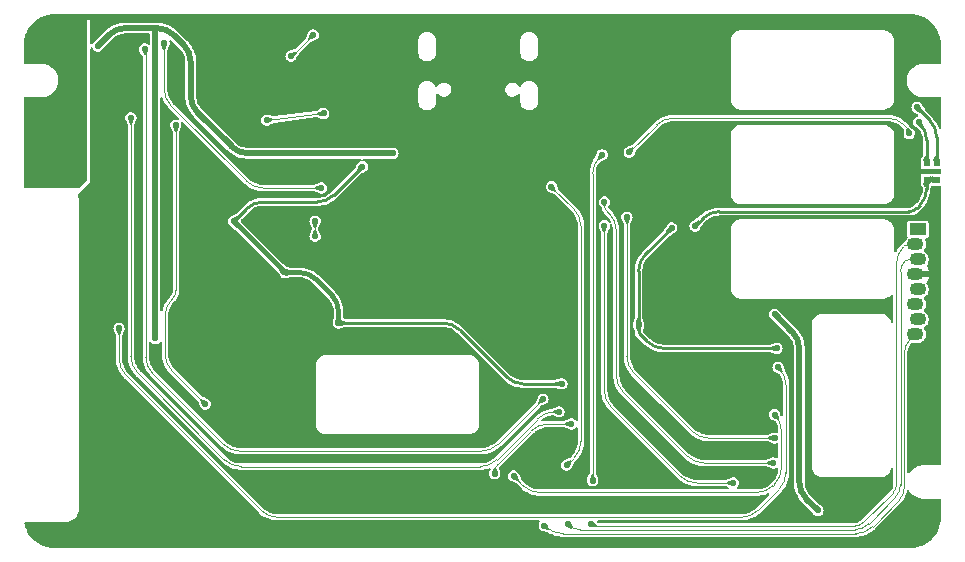
<source format=gbr>
%TF.GenerationSoftware,KiCad,Pcbnew,8.0.0-rc2-74-g5f063dd458*%
%TF.CreationDate,2024-01-29T02:36:54+02:00*%
%TF.ProjectId,SamoBase,53616d6f-4261-4736-952e-6b696361645f,rev?*%
%TF.SameCoordinates,Original*%
%TF.FileFunction,Copper,L2,Bot*%
%TF.FilePolarity,Positive*%
%FSLAX46Y46*%
G04 Gerber Fmt 4.6, Leading zero omitted, Abs format (unit mm)*
G04 Created by KiCad (PCBNEW 8.0.0-rc2-74-g5f063dd458) date 2024-01-29 02:36:54*
%MOMM*%
%LPD*%
G01*
G04 APERTURE LIST*
%TA.AperFunction,ComponentPad*%
%ADD10R,1.400000X1.100000*%
%TD*%
%TA.AperFunction,ComponentPad*%
%ADD11O,1.400000X1.100000*%
%TD*%
%TA.AperFunction,SMDPad,CuDef*%
%ADD12R,0.600000X0.600000*%
%TD*%
%TA.AperFunction,ViaPad*%
%ADD13C,0.550000*%
%TD*%
%TA.AperFunction,Conductor*%
%ADD14C,0.125000*%
%TD*%
%TA.AperFunction,Conductor*%
%ADD15C,0.500000*%
%TD*%
%TA.AperFunction,Conductor*%
%ADD16C,0.250000*%
%TD*%
%TA.AperFunction,Conductor*%
%ADD17C,0.400000*%
%TD*%
G04 APERTURE END LIST*
D10*
%TO.P,J6,1,Pin_1*%
%TO.N,+3.3*%
X126125000Y-75625001D03*
D11*
%TO.P,J6,2,Pin_2*%
%TO.N,/RX*%
X125900000Y-76880001D03*
%TO.P,J6,3,Pin_3*%
%TO.N,/TX*%
X126125000Y-78165001D03*
%TO.P,J6,4,Pin_4*%
%TO.N,GND*%
X125900000Y-79420001D03*
%TO.P,J6,5,Pin_5*%
%TO.N,/SWDIO*%
X126125000Y-80705001D03*
%TO.P,J6,6,Pin_6*%
%TO.N,/USB_P*%
X125900000Y-81960001D03*
%TO.P,J6,7,Pin_7*%
%TO.N,/SWDCK*%
X126125000Y-83245001D03*
%TO.P,J6,8,Pin_8*%
%TO.N,/RES*%
X125900000Y-84500001D03*
%TD*%
D12*
%TO.P,D4,1,A1*%
%TO.N,Net-(D2-K)*%
X126850000Y-70020002D03*
%TO.P,D4,2,K1*%
%TO.N,/HV*%
X126850000Y-71420002D03*
%TO.P,D4,3,A2*%
%TO.N,Net-(D3-A2)*%
X127700000Y-70020002D03*
%TO.P,D4,4,K2*%
%TO.N,/HV*%
X127700000Y-71420002D03*
%TD*%
D13*
%TO.N,/IN_DT*%
X58480000Y-84000000D03*
X114280000Y-87300000D03*
%TO.N,GND*%
X71330000Y-68190000D03*
X57249998Y-86529999D03*
X125374998Y-58004999D03*
X116575000Y-82000000D03*
X55349998Y-101129999D03*
X66574998Y-65379999D03*
X127400000Y-82450000D03*
X57449998Y-60529999D03*
X68274998Y-72804999D03*
X115790000Y-83020000D03*
X80880000Y-100850000D03*
X88900000Y-74160000D03*
X81130000Y-84550000D03*
X126050000Y-86125000D03*
X109780000Y-70990000D03*
X107899998Y-94304999D03*
X57649998Y-98429999D03*
X71320000Y-70160000D03*
X93200000Y-99340000D03*
X89170000Y-101770000D03*
X85999998Y-79904999D03*
X58749998Y-81829999D03*
X58724998Y-83054999D03*
X109860000Y-62420000D03*
X73149998Y-93629999D03*
X62949998Y-85029999D03*
X106825000Y-59375000D03*
X117125000Y-97500000D03*
X67830000Y-78210000D03*
X99775000Y-62500000D03*
X59890000Y-65000000D03*
X74865002Y-78329999D03*
X60080000Y-86430000D03*
X55649998Y-79729999D03*
X80524998Y-60954999D03*
X78710000Y-77890000D03*
X93574998Y-83204999D03*
X70490000Y-96710000D03*
X123599998Y-101829999D03*
X71300000Y-79960000D03*
X52449998Y-60929999D03*
X72200000Y-85470000D03*
X92690000Y-78030000D03*
X72060000Y-86750000D03*
X103500000Y-70500000D03*
X117375000Y-100150000D03*
X69730000Y-62680000D03*
X78680000Y-93580000D03*
X120324998Y-97529999D03*
X66549998Y-92029999D03*
X74710000Y-87590000D03*
X68640000Y-80230000D03*
X127249998Y-65154999D03*
X53749998Y-62929999D03*
X105825000Y-97225000D03*
X91460000Y-71790000D03*
X91770000Y-90100000D03*
X64980000Y-76320000D03*
X78060000Y-96750000D03*
X73200000Y-78510000D03*
X60050000Y-70060000D03*
X87240000Y-98790000D03*
X91599998Y-87279999D03*
X77540000Y-85560000D03*
X58899998Y-68754999D03*
X51649998Y-65729999D03*
X67730000Y-101490000D03*
X78610000Y-81470000D03*
X86450000Y-71870000D03*
X52469998Y-66729999D03*
X74249998Y-62129999D03*
X57430000Y-81870000D03*
X73730000Y-96750000D03*
X52049998Y-59229999D03*
X83899998Y-93629999D03*
X93549998Y-86854999D03*
X116824998Y-96304999D03*
X74540000Y-71050000D03*
X89899998Y-89754999D03*
X109980000Y-90670000D03*
X54019998Y-70349999D03*
X104490000Y-93760000D03*
X127674998Y-72404999D03*
X115030000Y-82120000D03*
X71970000Y-100940000D03*
X96699998Y-86929999D03*
X107900000Y-89730000D03*
X50769998Y-64749997D03*
X62549998Y-79229999D03*
X76810000Y-77430000D03*
X110090000Y-81870000D03*
X53949998Y-65829999D03*
X62490000Y-80910000D03*
X55649998Y-82129999D03*
X86530000Y-74460000D03*
X57049998Y-58029999D03*
X124850000Y-101680000D03*
X62549998Y-76629999D03*
X64449998Y-90029999D03*
X53979998Y-71559999D03*
X104720000Y-59480000D03*
X109520000Y-80920000D03*
X80749998Y-93629999D03*
X95440000Y-83000000D03*
X63400000Y-64500000D03*
X56449998Y-97729999D03*
X125574998Y-64654999D03*
X106190000Y-88180000D03*
X89424998Y-91804999D03*
X84510000Y-81730000D03*
X107580000Y-102060000D03*
X70250000Y-78480000D03*
X97520000Y-95880000D03*
X97000000Y-92900000D03*
X105175000Y-72975000D03*
X106030000Y-67390000D03*
X91660000Y-99210000D03*
X51249998Y-71029999D03*
X62550000Y-72520000D03*
X61570000Y-86490000D03*
X53749998Y-61929999D03*
X75760000Y-74180000D03*
X54789998Y-71219999D03*
X71199998Y-65404999D03*
X66210000Y-63690000D03*
X55649998Y-76429999D03*
X125974998Y-60729999D03*
X111075000Y-88200000D03*
X84470000Y-72400000D03*
X67949998Y-93629999D03*
X57520000Y-64720000D03*
X109775000Y-77375000D03*
X60149998Y-101629999D03*
X124674998Y-100104999D03*
X66549998Y-89929999D03*
X103225000Y-73750000D03*
X51649998Y-64729999D03*
X62530000Y-68380000D03*
X99330000Y-65230000D03*
X67300000Y-87340000D03*
X57490000Y-67040000D03*
X78024998Y-60054999D03*
X84930000Y-84580000D03*
X80070000Y-79400000D03*
X81549998Y-98829999D03*
X109750000Y-76370000D03*
X115300000Y-98950000D03*
X93750000Y-94540000D03*
X113180000Y-84510000D03*
X67449998Y-98429999D03*
X51549998Y-60429999D03*
X86274998Y-78329999D03*
X64643008Y-86926992D03*
X103980000Y-87750000D03*
X74580000Y-74070000D03*
X81800000Y-101270000D03*
X74224998Y-58579999D03*
X77749998Y-61754999D03*
X125975000Y-89025000D03*
X95330000Y-79980000D03*
X82500000Y-82710000D03*
X57949998Y-96429999D03*
X56449998Y-99329999D03*
X69050000Y-85160000D03*
X74299998Y-64979999D03*
X99225000Y-92825000D03*
X74500000Y-68080000D03*
X106050000Y-93040000D03*
X53949998Y-67829999D03*
X53199998Y-71249999D03*
X80949998Y-96829999D03*
X53449998Y-61029999D03*
X77260000Y-79370000D03*
X97370000Y-61940000D03*
X56149998Y-87429999D03*
X108660000Y-75290000D03*
X59480000Y-59880000D03*
X52499998Y-65729999D03*
X79349998Y-60479999D03*
X109850000Y-72740000D03*
X109370000Y-87820000D03*
X72200000Y-61530000D03*
X127350000Y-87000000D03*
X111150000Y-94250000D03*
X75749998Y-95029999D03*
X55649998Y-77529999D03*
X89924998Y-87804999D03*
X69349998Y-65654999D03*
X67420000Y-82020000D03*
X58249998Y-93929999D03*
X55549998Y-73029999D03*
X60449998Y-90529999D03*
X92249998Y-94754999D03*
X109680000Y-69180000D03*
X113924998Y-96304999D03*
X51649998Y-66729999D03*
X71330000Y-71450000D03*
X51749998Y-71529999D03*
X93610000Y-89400000D03*
X54749998Y-66929999D03*
X64424998Y-73104999D03*
X115250000Y-97500000D03*
X50749998Y-66729999D03*
X51749998Y-70529999D03*
X55649998Y-83529999D03*
X56890000Y-83470000D03*
X110750000Y-96200000D03*
X107475000Y-84150000D03*
X106949998Y-96129999D03*
X57480000Y-79740000D03*
X103425000Y-68275000D03*
X65249998Y-99229999D03*
X58649998Y-88429999D03*
X72130000Y-76430000D03*
X55349998Y-65929999D03*
X126340000Y-101100000D03*
X109290000Y-65380000D03*
X58999998Y-65204999D03*
X55349998Y-63129999D03*
X90760000Y-101410000D03*
X112125000Y-81875000D03*
X91649998Y-85379999D03*
X107975000Y-91500000D03*
X104210000Y-82770000D03*
X127120000Y-90420000D03*
X63653008Y-85846992D03*
X74770000Y-72670000D03*
X102440000Y-60560000D03*
X57480000Y-69440000D03*
X95449998Y-97104999D03*
X105240000Y-64910000D03*
X105130000Y-61970000D03*
X57480000Y-61590000D03*
X101150000Y-87475000D03*
X103350000Y-83750000D03*
X71330000Y-74090000D03*
X72620000Y-77760000D03*
X69560000Y-89330000D03*
X60080000Y-67350000D03*
X93590000Y-97190000D03*
X87390000Y-85600000D03*
X85274998Y-101654999D03*
X58324998Y-80629999D03*
X78724998Y-61004999D03*
X101899998Y-97279999D03*
X104540000Y-96450000D03*
X58874998Y-77279999D03*
X76649998Y-93629999D03*
X92300000Y-91225000D03*
X64680000Y-74550000D03*
X57460000Y-75030000D03*
X75649998Y-98829999D03*
X82930000Y-84470000D03*
X55149998Y-58129999D03*
X106575000Y-81875000D03*
X102600000Y-74850000D03*
X71274998Y-63704999D03*
X73149998Y-59129999D03*
X68850000Y-67840000D03*
X89149998Y-81554999D03*
X64274998Y-69704999D03*
X71320000Y-67300000D03*
X100150000Y-70375000D03*
X57749998Y-101629999D03*
X92600000Y-76020000D03*
X55349998Y-59629999D03*
X103475000Y-75325000D03*
X89140000Y-83080000D03*
X90549998Y-92804999D03*
X58899998Y-73954999D03*
X105250000Y-74450000D03*
X68670000Y-77360000D03*
X92199998Y-101379999D03*
X53549998Y-63829999D03*
X100520000Y-93240000D03*
X106200000Y-90475000D03*
X57849998Y-90429999D03*
X91125000Y-96050000D03*
X69540000Y-86810000D03*
X105660000Y-80920000D03*
X78749998Y-95029999D03*
X110110000Y-94440000D03*
X109820000Y-59750000D03*
X79474998Y-59229999D03*
X80474998Y-63154999D03*
X74250000Y-76050000D03*
X63849998Y-83629999D03*
X78940000Y-99190000D03*
X113974998Y-92304999D03*
X67890000Y-65450000D03*
X60149998Y-83629999D03*
X67070000Y-72120000D03*
X63849998Y-99729999D03*
X103950000Y-78370000D03*
X106250000Y-75480000D03*
X53049998Y-58229999D03*
X69549998Y-70354999D03*
X103375000Y-86925000D03*
X91149998Y-89004999D03*
X56749998Y-91729999D03*
X64249998Y-94329999D03*
X108325000Y-81850000D03*
X92210000Y-79930000D03*
X76680000Y-100580000D03*
X56749998Y-93529999D03*
X59049998Y-90929999D03*
X82480000Y-74740000D03*
X109650000Y-61175000D03*
X56649998Y-84829999D03*
X55649998Y-73929999D03*
X79420000Y-100610000D03*
X50749998Y-65729999D03*
X50749998Y-70529999D03*
X54940000Y-65040000D03*
X74864999Y-63430002D03*
X125949998Y-68879999D03*
X95880000Y-69160000D03*
X83999998Y-95029999D03*
X99425000Y-72275000D03*
X55860000Y-78510000D03*
X102780000Y-95380000D03*
X74630000Y-67250000D03*
X109650000Y-75250000D03*
X114199998Y-90304999D03*
X63449998Y-82629999D03*
X125875000Y-92400000D03*
X60050000Y-80000000D03*
X103850000Y-81270000D03*
X66449998Y-75104999D03*
X84340000Y-77200000D03*
X123162498Y-97554999D03*
X78474998Y-58704999D03*
X62849998Y-101829999D03*
X123725000Y-65650000D03*
X127224998Y-60554999D03*
X109850000Y-64390000D03*
X125449998Y-98829999D03*
X80574998Y-59954999D03*
X106780000Y-73040000D03*
X107475000Y-86625000D03*
X127299998Y-73704999D03*
X71080000Y-93620000D03*
X76710000Y-61530000D03*
X84474998Y-98854999D03*
X74780000Y-80930000D03*
X53249998Y-59829999D03*
X60149998Y-78529999D03*
X63520000Y-63250000D03*
X109475000Y-84050000D03*
X113740000Y-100142499D03*
X62574998Y-70754999D03*
X70330000Y-75680000D03*
X117429331Y-102142499D03*
X92280000Y-97880000D03*
X58924998Y-79329999D03*
X71320000Y-72670000D03*
X70949998Y-97629999D03*
X105700000Y-86800000D03*
X55750000Y-85880000D03*
X67949998Y-91129999D03*
X66049998Y-97129999D03*
X58849998Y-89629999D03*
X68549998Y-95029999D03*
X118175000Y-97475000D03*
X95374998Y-86829999D03*
X112175000Y-98600000D03*
X50749998Y-71529999D03*
X88630000Y-72130000D03*
X127450000Y-94300000D03*
X55349998Y-64029999D03*
X105180000Y-67720000D03*
X100900000Y-95730000D03*
X106580000Y-65450000D03*
X62549998Y-77829999D03*
X65710000Y-80870000D03*
X124380000Y-76129999D03*
X126340000Y-99670000D03*
X89924998Y-85704999D03*
X124424998Y-74854999D03*
X109475000Y-86675000D03*
X95340000Y-95340000D03*
X64224998Y-67629999D03*
X125975000Y-94950000D03*
X68674998Y-96429999D03*
X110774998Y-92304999D03*
X55249998Y-67829999D03*
X57510000Y-72330000D03*
X89270000Y-77290000D03*
X75130000Y-70320000D03*
X83974998Y-96729999D03*
X125249998Y-72704999D03*
X71550000Y-60880000D03*
X97324998Y-97154999D03*
X53949998Y-66829999D03*
X86760000Y-82810000D03*
X64049998Y-98129999D03*
X80749998Y-58654999D03*
X62574998Y-65979999D03*
X64349998Y-80529999D03*
X99449998Y-97279999D03*
X56649998Y-89329999D03*
X94125000Y-92900000D03*
X100575000Y-68425000D03*
X69910000Y-63860000D03*
X105130000Y-69920000D03*
X109580000Y-67450000D03*
X102220000Y-89050000D03*
X99450000Y-59400000D03*
X95810000Y-76060000D03*
X72880000Y-75050000D03*
X114124998Y-88304999D03*
X55649998Y-81029999D03*
X96650000Y-67250000D03*
X109890000Y-79390000D03*
X62674998Y-88254999D03*
X68649998Y-98829999D03*
X52549998Y-64729999D03*
X63949998Y-95429999D03*
X87540000Y-96760000D03*
X80449998Y-65679999D03*
X110749998Y-89204999D03*
X92950000Y-90550000D03*
X91690000Y-83170000D03*
X55649998Y-75129999D03*
X72049998Y-58804999D03*
X72749998Y-95029999D03*
X56649998Y-95629999D03*
X60099998Y-75504999D03*
X111800000Y-84925000D03*
X125199998Y-71079999D03*
X112924998Y-102179999D03*
X57490000Y-77240000D03*
X59690000Y-63300000D03*
X75720000Y-67540000D03*
X72449998Y-98729999D03*
X67320000Y-89260000D03*
X58899998Y-71904999D03*
X114175000Y-98625000D03*
X81649998Y-95029999D03*
X88874998Y-93779999D03*
X108710000Y-96450000D03*
X57490000Y-63050000D03*
X68949998Y-92029999D03*
X54549998Y-57729999D03*
X63680000Y-101050000D03*
X73910000Y-102110000D03*
X70620000Y-81280000D03*
X66624998Y-70754999D03*
X95520000Y-94130000D03*
X99375000Y-67850000D03*
X95600000Y-78890000D03*
X75740000Y-76910000D03*
X105700000Y-83925000D03*
%TO.N,/HV*%
X56680000Y-60090000D03*
X61560000Y-84849996D03*
X117650000Y-99420000D03*
X113980000Y-82800000D03*
X81680000Y-69190000D03*
X107260000Y-75340000D03*
%TO.N,/MCU_OK*%
X113980000Y-93300000D03*
X101480000Y-74600000D03*
%TO.N,+3.3*%
X114180000Y-85700000D03*
X102467500Y-83700000D03*
X72520000Y-79270000D03*
X77060000Y-83550000D03*
X95980000Y-88700000D03*
X79080000Y-70300000D03*
X105280000Y-75500000D03*
X68200000Y-74950000D03*
%TO.N,/PREVGL*%
X75810000Y-65810000D03*
X70990000Y-66390000D03*
%TO.N,Net-(D2-K)*%
X126170000Y-66545550D03*
%TO.N,Net-(D3-A2)*%
X126040000Y-65300000D03*
%TO.N,Net-(D6-A)*%
X125380000Y-67500000D03*
X101680000Y-69100000D03*
%TO.N,/E_RES*%
X75614994Y-72124997D03*
X62305000Y-59881992D03*
%TO.N,/RESE*%
X73050000Y-60960000D03*
X74915000Y-59165000D03*
%TO.N,/GDR*%
X75080010Y-74930010D03*
X75080006Y-76200006D03*
%TO.N,/SDA*%
X90280000Y-96300000D03*
X96780000Y-92100000D03*
%TO.N,/SCL*%
X91880000Y-96500000D03*
X113980000Y-91300000D03*
%TO.N,/T_RES*%
X65780000Y-90400000D03*
X63280000Y-66800000D03*
%TO.N,/RES*%
X94480000Y-100700000D03*
%TO.N,/RES_TC*%
X94380000Y-90000000D03*
X60664188Y-60360954D03*
%TO.N,/TX*%
X96380000Y-95600000D03*
X95080000Y-72000000D03*
X96474998Y-100604999D03*
%TO.N,/SWDCK*%
X99570000Y-75300000D03*
X110480000Y-97100000D03*
%TO.N,/RX*%
X98424998Y-100529999D03*
X98580000Y-96900000D03*
X99380000Y-69300000D03*
%TO.N,/SWDIO*%
X99580000Y-73300000D03*
X113880000Y-95400000D03*
%TO.N,/RES_D*%
X95730000Y-91070000D03*
X59479997Y-66200003D03*
%TD*%
D14*
%TO.N,/IN_DT*%
X58480000Y-86556574D02*
X58480000Y-84000000D01*
X114280000Y-87300000D02*
X114354214Y-87374214D01*
X114940000Y-88788427D02*
X114940000Y-96221573D01*
X114354213Y-97635787D02*
X112575786Y-99414214D01*
X70509212Y-99414213D02*
X59065786Y-87970787D01*
X111161573Y-100000000D02*
X71923426Y-100000000D01*
X59065786Y-87970787D02*
G75*
G02*
X58480019Y-86556574I1414214J1414187D01*
G01*
X112575785Y-99414213D02*
G75*
G02*
X111161573Y-99999980I-1414185J1414213D01*
G01*
X114354213Y-87374215D02*
G75*
G02*
X114939980Y-88788427I-1414213J-1414185D01*
G01*
X114354212Y-97635786D02*
G75*
G03*
X114939980Y-96221573I-1414212J1414186D01*
G01*
X70509212Y-99414213D02*
G75*
G03*
X71923426Y-99999981I1414188J1414213D01*
G01*
D15*
%TO.N,/HV*%
X59018427Y-58580000D02*
X61530000Y-58580000D01*
X63115787Y-59165787D02*
X63964214Y-60014214D01*
X61530000Y-58580000D02*
X61530000Y-84819996D01*
X69418427Y-69190000D02*
X81680000Y-69190000D01*
X61530000Y-84819996D02*
X61560000Y-84849996D01*
X56680000Y-60090000D02*
X57604214Y-59165786D01*
X116665787Y-98435787D02*
X117650000Y-99420000D01*
D16*
X126850000Y-71420002D02*
X126850000Y-72191573D01*
X127700000Y-71420002D02*
X126850000Y-71420002D01*
D15*
X65135787Y-65735787D02*
X68004214Y-68604214D01*
X116080000Y-85728427D02*
X116080000Y-97021573D01*
X61530000Y-58580000D02*
X61701573Y-58580000D01*
D16*
X107894213Y-74705787D02*
X107260000Y-75340000D01*
D15*
X64550000Y-61428427D02*
X64550000Y-64321573D01*
D16*
X125335786Y-74120000D02*
X109308427Y-74120000D01*
D15*
X113980000Y-82800000D02*
X115494214Y-84314214D01*
D16*
X126264213Y-73605787D02*
X126042893Y-73827107D01*
D15*
X68004215Y-68604213D02*
G75*
G03*
X69418427Y-69189980I1414185J1414213D01*
G01*
X64550000Y-61428427D02*
G75*
G03*
X63964228Y-60014200I-2000000J27D01*
G01*
X65135788Y-65735786D02*
G75*
G02*
X64550020Y-64321573I1414212J1414186D01*
G01*
D16*
X126850000Y-72191573D02*
G75*
G02*
X126264227Y-73605801I-2000000J-27D01*
G01*
D15*
X116665788Y-98435786D02*
G75*
G02*
X116080020Y-97021573I1414212J1414186D01*
G01*
X61701573Y-58580000D02*
G75*
G02*
X63115801Y-59165773I27J-2000000D01*
G01*
X59018427Y-58580000D02*
G75*
G03*
X57604200Y-59165772I-27J-2000000D01*
G01*
D16*
X126042893Y-73827107D02*
G75*
G02*
X125335786Y-74119990I-707093J707107D01*
G01*
X109308427Y-74120000D02*
G75*
G03*
X107894199Y-74705773I-27J-2000000D01*
G01*
D15*
X116080000Y-85728427D02*
G75*
G03*
X115494228Y-84314200I-2000000J27D01*
G01*
D14*
%TO.N,/MCU_OK*%
X108415535Y-93300000D02*
X113980000Y-93300000D01*
X101480000Y-74600000D02*
X101480000Y-86364465D01*
X102065787Y-87778679D02*
X107001322Y-92714214D01*
X102065787Y-87778679D02*
G75*
G02*
X101480025Y-86364465I1414213J1414179D01*
G01*
X107001322Y-92714214D02*
G75*
G03*
X108415535Y-93299975I1414178J1414214D01*
G01*
D16*
%TO.N,+3.3*%
X75251573Y-73300000D02*
X70678427Y-73300000D01*
X92708427Y-88700000D02*
X95980000Y-88700000D01*
D17*
X75155787Y-79855787D02*
X76474214Y-81174214D01*
X72520000Y-79270000D02*
X73741573Y-79270000D01*
D16*
X69264213Y-73885787D02*
X68200000Y-74950000D01*
X77060000Y-83550000D02*
X85901573Y-83550000D01*
X87315787Y-84135787D02*
X91294214Y-88114214D01*
X102467500Y-79140927D02*
X102467500Y-83700000D01*
D17*
X77060000Y-82588427D02*
X77060000Y-83550000D01*
D16*
X103194213Y-85114213D02*
X102467500Y-84387500D01*
X114180000Y-85700000D02*
X104608427Y-85700000D01*
X105280000Y-75500000D02*
X103053286Y-77726714D01*
X102467500Y-84387500D02*
X102467500Y-83700000D01*
D17*
X68200000Y-74950000D02*
X72520000Y-79270000D01*
D16*
X79080000Y-70300000D02*
X76665786Y-72714214D01*
D17*
X76474213Y-81174215D02*
G75*
G02*
X77059980Y-82588427I-1414213J-1414185D01*
G01*
D16*
X104608427Y-85700000D02*
G75*
G02*
X103194199Y-85114227I-27J2000000D01*
G01*
X91294215Y-88114213D02*
G75*
G03*
X92708427Y-88699980I1414185J1414213D01*
G01*
X70678427Y-73300000D02*
G75*
G03*
X69264199Y-73885773I-27J-2000000D01*
G01*
X87315786Y-84135788D02*
G75*
G03*
X85901573Y-83550020I-1414186J-1414212D01*
G01*
D17*
X75155786Y-79855788D02*
G75*
G03*
X73741573Y-79270020I-1414186J-1414212D01*
G01*
D16*
X102467500Y-79140927D02*
G75*
G02*
X103053272Y-77726700I2000000J27D01*
G01*
X75251573Y-73300000D02*
G75*
G03*
X76665800Y-72714228I27J2000000D01*
G01*
D14*
%TO.N,/PREVGL*%
X70990000Y-66390000D02*
X75810000Y-65810000D01*
D16*
%TO.N,Net-(D2-K)*%
X126850000Y-70020002D02*
X126850000Y-68053977D01*
X126264213Y-66639763D02*
X126170000Y-66545550D01*
X126850000Y-68053977D02*
G75*
G03*
X126264202Y-66639774I-2000000J-23D01*
G01*
%TO.N,Net-(D3-A2)*%
X127114213Y-66374213D02*
X126040000Y-65300000D01*
X127700000Y-70020002D02*
X127700000Y-67788427D01*
X127700000Y-67788427D02*
G75*
G03*
X127114227Y-66374199I-2000000J27D01*
G01*
D14*
%TO.N,Net-(D6-A)*%
X125380000Y-67200000D02*
X125380000Y-67500000D01*
X101680000Y-69100000D02*
X103994214Y-66785786D01*
X124965787Y-66785787D02*
X125380000Y-67200000D01*
X105408427Y-66200000D02*
X123551573Y-66200000D01*
X124965786Y-66785788D02*
G75*
G03*
X123551573Y-66200020I-1414186J-1414212D01*
G01*
X103994215Y-66785787D02*
G75*
G02*
X105408427Y-66200020I1414185J-1414213D01*
G01*
%TO.N,/E_RES*%
X70693424Y-72124997D02*
X75614994Y-72124997D01*
X62890787Y-65150787D02*
X69279211Y-71539211D01*
X62305000Y-59881992D02*
X62305000Y-63736573D01*
X62305000Y-63736573D02*
G75*
G03*
X62890773Y-65150801I2000000J-27D01*
G01*
X69279212Y-71539210D02*
G75*
G03*
X70693424Y-72124980I1414188J1414210D01*
G01*
%TO.N,/RESE*%
X73120000Y-60960000D02*
X73050000Y-60960000D01*
X74915000Y-59165000D02*
X73120000Y-60960000D01*
%TO.N,/GDR*%
X75080006Y-74930014D02*
X75080010Y-74930010D01*
X75080006Y-76200006D02*
X75080006Y-74930014D01*
%TO.N,/SDA*%
X94798427Y-92100000D02*
X96780000Y-92100000D01*
X90572893Y-95497107D02*
X93384214Y-92685786D01*
X90280000Y-96300000D02*
X90280000Y-96204214D01*
X93384215Y-92685787D02*
G75*
G02*
X94798427Y-92100020I1414185J-1414213D01*
G01*
X90280000Y-96204214D02*
G75*
G02*
X90572886Y-95497100I1000000J14D01*
G01*
%TO.N,/SCL*%
X114567500Y-95784073D02*
X114567500Y-92715927D01*
X113981713Y-91301713D02*
X113980000Y-91300000D01*
X113865787Y-97314213D02*
X113981714Y-97198286D01*
X94108427Y-97900000D02*
X112451573Y-97900000D01*
X91880000Y-96500000D02*
X92694214Y-97314214D01*
X114567500Y-95784073D02*
G75*
G02*
X113981728Y-97198300I-2000000J-27D01*
G01*
X114567500Y-92715927D02*
G75*
G03*
X113981727Y-91301699I-2000000J27D01*
G01*
X113865786Y-97314212D02*
G75*
G02*
X112451573Y-97899980I-1414186J1414212D01*
G01*
X94108427Y-97900000D02*
G75*
G02*
X92694200Y-97314228I-27J2000000D01*
G01*
%TO.N,/T_RES*%
X63300000Y-80795786D02*
X63300000Y-66820000D01*
X62380000Y-86171573D02*
X62380000Y-82958427D01*
X62965787Y-81544213D02*
X63007107Y-81502893D01*
X65780000Y-90400000D02*
X62965786Y-87585786D01*
X63300000Y-66820000D02*
X63280000Y-66800000D01*
X62380000Y-82958427D02*
G75*
G02*
X62965773Y-81544199I2000000J27D01*
G01*
X62380000Y-86171573D02*
G75*
G03*
X62965772Y-87585800I2000000J-27D01*
G01*
X63007107Y-81502893D02*
G75*
G03*
X63299990Y-80795786I-707107J707093D01*
G01*
%TO.N,/RES*%
X124961411Y-97469425D02*
X124961411Y-86134084D01*
X96092855Y-101379999D02*
X120852827Y-101379999D01*
X125453199Y-84946802D02*
X125900000Y-84500001D01*
X94480000Y-100700000D02*
X94500370Y-100720370D01*
X122288098Y-100785490D02*
X124506917Y-98566671D01*
X94500370Y-100720370D02*
G75*
G03*
X96092855Y-101380035I1592530J1592470D01*
G01*
X124961411Y-86134084D02*
G75*
G02*
X125453203Y-84946806I1679089J-16D01*
G01*
X120852827Y-101379999D02*
G75*
G03*
X122288089Y-100785481I-27J2029799D01*
G01*
X124961411Y-97469425D02*
G75*
G02*
X124506898Y-98566652I-1551711J25D01*
G01*
%TO.N,/RES_TC*%
X94380000Y-90000000D02*
X90565786Y-93814214D01*
X60750000Y-60446766D02*
X60664188Y-60360954D01*
X89151573Y-94400000D02*
X68728427Y-94400000D01*
X67314213Y-93814213D02*
X61335786Y-87835786D01*
X60750000Y-86421573D02*
X60750000Y-60446766D01*
X90565785Y-93814213D02*
G75*
G02*
X89151573Y-94399980I-1414185J1414213D01*
G01*
X67314214Y-93814212D02*
G75*
G03*
X68728427Y-94399980I1414186J1414212D01*
G01*
X60750000Y-86421573D02*
G75*
G03*
X61335772Y-87835800I2000000J-27D01*
G01*
%TO.N,/TX*%
X96994213Y-94985787D02*
X96380000Y-95600000D01*
X97531140Y-101042499D02*
X120788636Y-101042499D01*
X97580000Y-75328427D02*
X97580000Y-93571573D01*
X121945056Y-100563494D02*
X124201879Y-98306671D01*
X95080000Y-72000000D02*
X96994214Y-73914214D01*
X125372095Y-78165001D02*
X126125000Y-78165001D01*
X124647680Y-97230412D02*
X124647680Y-79206760D01*
X96474999Y-100604998D02*
G75*
G03*
X97531140Y-101042480I1056101J1055998D01*
G01*
X124647680Y-79206760D02*
G75*
G02*
X125018569Y-78311466I1266120J-40D01*
G01*
X124647680Y-97230412D02*
G75*
G02*
X124201877Y-98306669I-1522080J12D01*
G01*
X125372095Y-78165001D02*
G75*
G03*
X125018549Y-78311446I5J-499999D01*
G01*
X96994212Y-94985786D02*
G75*
G03*
X97579980Y-93571573I-1414212J1414186D01*
G01*
X96994213Y-73914215D02*
G75*
G02*
X97579980Y-75328427I-1414213J-1414185D01*
G01*
X121945055Y-100563493D02*
G75*
G02*
X120788636Y-101042531I-1156455J1156393D01*
G01*
%TO.N,/SWDCK*%
X99570000Y-89261573D02*
X99570000Y-75300000D01*
X110480000Y-97100000D02*
X107408427Y-97100000D01*
X105994213Y-96514213D02*
X100155786Y-90675786D01*
X99570000Y-89261573D02*
G75*
G03*
X100155772Y-90675800I2000000J-27D01*
G01*
X105994214Y-96514212D02*
G75*
G03*
X107408427Y-97099980I1414186J1414212D01*
G01*
%TO.N,/RX*%
X124978549Y-77026448D02*
X124869457Y-77135540D01*
X98580000Y-96900000D02*
X98580000Y-70928427D01*
X120785784Y-100729999D02*
X98832105Y-100729999D01*
X125900000Y-76880001D02*
X125332103Y-76880001D01*
X98478551Y-100583552D02*
X98424998Y-100529999D01*
X99165787Y-69514213D02*
X99380000Y-69300000D01*
X124007105Y-97922892D02*
X121492891Y-100437106D01*
X124299998Y-78510334D02*
X124299998Y-97215785D01*
X98478552Y-100583551D02*
G75*
G03*
X98832105Y-100729995I353548J353551D01*
G01*
X124978549Y-77026448D02*
G75*
G02*
X125332103Y-76880003I353551J-353552D01*
G01*
X98580000Y-70928427D02*
G75*
G02*
X99165773Y-69514199I2000000J27D01*
G01*
X124299998Y-78510334D02*
G75*
G02*
X124869450Y-77135533I1944202J34D01*
G01*
X120785784Y-100729999D02*
G75*
G03*
X121492899Y-100437114I16J999999D01*
G01*
X124299998Y-97215785D02*
G75*
G02*
X124007112Y-97922899I-999998J-15D01*
G01*
%TO.N,/SWDIO*%
X101165787Y-89385787D02*
X106594214Y-94814214D01*
X108008427Y-95400000D02*
X113880000Y-95400000D01*
X99726447Y-74016447D02*
X99994214Y-74284214D01*
X100580000Y-75698427D02*
X100580000Y-87971573D01*
X99580000Y-73300000D02*
X99580000Y-73662893D01*
X100580000Y-75698427D02*
G75*
G03*
X99994228Y-74284200I-2000000J27D01*
G01*
X101165788Y-89385786D02*
G75*
G02*
X100580020Y-87971573I1414212J1414186D01*
G01*
X99580000Y-73662893D02*
G75*
G03*
X99726444Y-74016450I500000J-7D01*
G01*
X106594215Y-94814213D02*
G75*
G03*
X108008427Y-95399980I1414185J1414213D01*
G01*
%TO.N,/RES_D*%
X68823426Y-95700000D02*
X89051573Y-95700000D01*
X95338427Y-91070000D02*
X95730000Y-91070000D01*
X60065784Y-87770785D02*
X67409213Y-95114214D01*
X90465787Y-95114213D02*
X93924214Y-91655786D01*
X59479997Y-66200003D02*
X59479997Y-86356571D01*
X68823426Y-95700000D02*
G75*
G02*
X67409200Y-95114227I-26J2000000D01*
G01*
X95338427Y-91070000D02*
G75*
G03*
X93924200Y-91655772I-27J-2000000D01*
G01*
X90465786Y-95114212D02*
G75*
G02*
X89051573Y-95699980I-1414186J1414212D01*
G01*
X59479997Y-86356571D02*
G75*
G03*
X60065769Y-87770800I2000003J-29D01*
G01*
%TD*%
%TA.AperFunction,Conductor*%
%TO.N,GND*%
G36*
X125502777Y-57410655D02*
G01*
X125784385Y-57426470D01*
X125795408Y-57427712D01*
X126070747Y-57474494D01*
X126081541Y-57476957D01*
X126349921Y-57554276D01*
X126360392Y-57557940D01*
X126618407Y-57664814D01*
X126628409Y-57669631D01*
X126872828Y-57804717D01*
X126882228Y-57810623D01*
X127109997Y-57972233D01*
X127118669Y-57979149D01*
X127326915Y-58165249D01*
X127334750Y-58173084D01*
X127520848Y-58381327D01*
X127527766Y-58390002D01*
X127689376Y-58617771D01*
X127695282Y-58627171D01*
X127830368Y-58871590D01*
X127835185Y-58881592D01*
X127942057Y-59139603D01*
X127945724Y-59150082D01*
X127989014Y-59300345D01*
X128019627Y-59406605D01*
X128023038Y-59418443D01*
X128025508Y-59429267D01*
X128072286Y-59704586D01*
X128073529Y-59715618D01*
X128089344Y-59997222D01*
X128089500Y-60002773D01*
X128089500Y-61490500D01*
X128070593Y-61548691D01*
X128021093Y-61584655D01*
X127990500Y-61589500D01*
X126488988Y-61589500D01*
X126269711Y-61624229D01*
X126058555Y-61692838D01*
X125860739Y-61793630D01*
X125770929Y-61858881D01*
X125681121Y-61924130D01*
X125524130Y-62081121D01*
X125467950Y-62158447D01*
X125393630Y-62260739D01*
X125292838Y-62458555D01*
X125224229Y-62669711D01*
X125189500Y-62888987D01*
X125189500Y-63111012D01*
X125224229Y-63330288D01*
X125292838Y-63541444D01*
X125390456Y-63733031D01*
X125393632Y-63739263D01*
X125524130Y-63918879D01*
X125681121Y-64075870D01*
X125860737Y-64206368D01*
X126058556Y-64307162D01*
X126269707Y-64375769D01*
X126269708Y-64375769D01*
X126269711Y-64375770D01*
X126488988Y-64410500D01*
X126488991Y-64410500D01*
X126545957Y-64410500D01*
X127990500Y-64410500D01*
X128048691Y-64429407D01*
X128084655Y-64478907D01*
X128089500Y-64509500D01*
X128089500Y-66993572D01*
X128070593Y-67051763D01*
X128021093Y-67087727D01*
X127959907Y-67087727D01*
X127910407Y-67051763D01*
X127897056Y-67026272D01*
X127851859Y-66897100D01*
X127738533Y-66661771D01*
X127699605Y-66599816D01*
X127599576Y-66440615D01*
X127575328Y-66410208D01*
X127436723Y-66236399D01*
X127374678Y-66174353D01*
X127374678Y-66174352D01*
X126701862Y-65501536D01*
X126685126Y-65479252D01*
X126677331Y-65465084D01*
X126479150Y-65104853D01*
X126479149Y-65104851D01*
X126473626Y-65097894D01*
X126461114Y-65077474D01*
X126444130Y-65040282D01*
X126354589Y-64936945D01*
X126239561Y-64863022D01*
X126239558Y-64863021D01*
X126108368Y-64824500D01*
X126108367Y-64824500D01*
X125971633Y-64824500D01*
X125971631Y-64824500D01*
X125840441Y-64863021D01*
X125840439Y-64863021D01*
X125840439Y-64863022D01*
X125725411Y-64936945D01*
X125725410Y-64936945D01*
X125725410Y-64936946D01*
X125635868Y-65040284D01*
X125579069Y-65164654D01*
X125579067Y-65164662D01*
X125559610Y-65299997D01*
X125559610Y-65300002D01*
X125579067Y-65435337D01*
X125579069Y-65435342D01*
X125635868Y-65559715D01*
X125635869Y-65559716D01*
X125635870Y-65559718D01*
X125688532Y-65620494D01*
X125725412Y-65663056D01*
X125840634Y-65737104D01*
X125846396Y-65739999D01*
X126117898Y-65889366D01*
X126159769Y-65933981D01*
X126167419Y-65994687D01*
X126137926Y-66048295D01*
X126098070Y-66071096D01*
X125970441Y-66108571D01*
X125970439Y-66108571D01*
X125970439Y-66108572D01*
X125855411Y-66182495D01*
X125855410Y-66182495D01*
X125855410Y-66182496D01*
X125765868Y-66285834D01*
X125709069Y-66410204D01*
X125709067Y-66410212D01*
X125689610Y-66545547D01*
X125689610Y-66545552D01*
X125709067Y-66680887D01*
X125709069Y-66680895D01*
X125765868Y-66805265D01*
X125765869Y-66805266D01*
X125765870Y-66805268D01*
X125820338Y-66868128D01*
X125855412Y-66908606D01*
X125956747Y-66973729D01*
X125963501Y-66978478D01*
X125964622Y-66979338D01*
X125964624Y-66979340D01*
X126249230Y-67156369D01*
X126279249Y-67185426D01*
X126296559Y-67211331D01*
X126303033Y-67222544D01*
X126394174Y-67407354D01*
X126399130Y-67419319D01*
X126465367Y-67614441D01*
X126468719Y-67626949D01*
X126508922Y-67829053D01*
X126510612Y-67841892D01*
X126524288Y-68050502D01*
X126524500Y-68056978D01*
X126524500Y-69329108D01*
X126511014Y-69378991D01*
X126377030Y-69608676D01*
X126377025Y-69608687D01*
X126370293Y-69624767D01*
X126361301Y-69641517D01*
X126361136Y-69641763D01*
X126360963Y-69642181D01*
X126356964Y-69655291D01*
X126357247Y-69655388D01*
X126356191Y-69658464D01*
X126354599Y-69664337D01*
X126347783Y-69706240D01*
X126347784Y-69706245D01*
X126348127Y-69708284D01*
X126349500Y-69724712D01*
X126349500Y-70339748D01*
X126349501Y-70339760D01*
X126361132Y-70398229D01*
X126361134Y-70398235D01*
X126385929Y-70435342D01*
X126405448Y-70464554D01*
X126471769Y-70508869D01*
X126516231Y-70517713D01*
X126530241Y-70520500D01*
X126530246Y-70520500D01*
X126530252Y-70520502D01*
X126530253Y-70520502D01*
X127169747Y-70520502D01*
X127169748Y-70520502D01*
X127228231Y-70508869D01*
X127228236Y-70508865D01*
X127237113Y-70505189D01*
X127298110Y-70500388D01*
X127312887Y-70505189D01*
X127321765Y-70508866D01*
X127321769Y-70508869D01*
X127380252Y-70520502D01*
X127380253Y-70520502D01*
X127990500Y-70520502D01*
X128048691Y-70539409D01*
X128084655Y-70588909D01*
X128089500Y-70619502D01*
X128089500Y-70820502D01*
X128070593Y-70878693D01*
X128021093Y-70914657D01*
X127990500Y-70919502D01*
X127378343Y-70919502D01*
X127375934Y-70919648D01*
X127373375Y-70919707D01*
X127373367Y-70919708D01*
X127364496Y-70920916D01*
X127364494Y-70920916D01*
X127364491Y-70920917D01*
X127359016Y-70922803D01*
X127346097Y-70926295D01*
X127321768Y-70931135D01*
X127312878Y-70934817D01*
X127251881Y-70939613D01*
X127237111Y-70934813D01*
X127227803Y-70930957D01*
X127214755Y-70926973D01*
X127214656Y-70927262D01*
X127211571Y-70926203D01*
X127210169Y-70925823D01*
X127205689Y-70924608D01*
X127163772Y-70917787D01*
X127163771Y-70917787D01*
X127163769Y-70917787D01*
X127162041Y-70918078D01*
X127161725Y-70918131D01*
X127145308Y-70919502D01*
X126530252Y-70919502D01*
X126530251Y-70919502D01*
X126530241Y-70919503D01*
X126471772Y-70931134D01*
X126471766Y-70931136D01*
X126405451Y-70975447D01*
X126405445Y-70975453D01*
X126361134Y-71041768D01*
X126361132Y-71041774D01*
X126349501Y-71100243D01*
X126349500Y-71100255D01*
X126349500Y-71741657D01*
X126349646Y-71744069D01*
X126349705Y-71746625D01*
X126350915Y-71755509D01*
X126352800Y-71760981D01*
X126356291Y-71773895D01*
X126360235Y-71793722D01*
X126361133Y-71798234D01*
X126363302Y-71801480D01*
X126374587Y-71824234D01*
X126377028Y-71831322D01*
X126417872Y-71901339D01*
X126511014Y-72061010D01*
X126524500Y-72110893D01*
X126524500Y-72188338D01*
X126524288Y-72194812D01*
X126510601Y-72403669D01*
X126508911Y-72416508D01*
X126468714Y-72618606D01*
X126465362Y-72631114D01*
X126399128Y-72826241D01*
X126394173Y-72838206D01*
X126303037Y-73023016D01*
X126296562Y-73034231D01*
X126182083Y-73205565D01*
X126174199Y-73215839D01*
X126036392Y-73372979D01*
X126031964Y-73377708D01*
X125816168Y-73593504D01*
X125808968Y-73600029D01*
X125718055Y-73674638D01*
X125701918Y-73685420D01*
X125602507Y-73738555D01*
X125584577Y-73745981D01*
X125476709Y-73778701D01*
X125457674Y-73782487D01*
X125340529Y-73794023D01*
X125330827Y-73794500D01*
X109259413Y-73794500D01*
X109259116Y-73794518D01*
X109177834Y-73794518D01*
X108918282Y-73823760D01*
X108663641Y-73881876D01*
X108663637Y-73881877D01*
X108417100Y-73968141D01*
X108417098Y-73968141D01*
X108417095Y-73968143D01*
X108181768Y-74081468D01*
X107960615Y-74220423D01*
X107756395Y-74383280D01*
X107694352Y-74445322D01*
X107694348Y-74445324D01*
X107461540Y-74678131D01*
X107439257Y-74694867D01*
X107066401Y-74899996D01*
X107060654Y-74902884D01*
X107060439Y-74903021D01*
X107060439Y-74903022D01*
X106945411Y-74976945D01*
X106945410Y-74976945D01*
X106945410Y-74976946D01*
X106855868Y-75080284D01*
X106799069Y-75204654D01*
X106799067Y-75204662D01*
X106779610Y-75339997D01*
X106779610Y-75340002D01*
X106799067Y-75475337D01*
X106799069Y-75475345D01*
X106855868Y-75599715D01*
X106855869Y-75599716D01*
X106855870Y-75599718D01*
X106945411Y-75703055D01*
X107060439Y-75776978D01*
X107191633Y-75815500D01*
X107191634Y-75815500D01*
X107328366Y-75815500D01*
X107328367Y-75815500D01*
X107459561Y-75776978D01*
X107574589Y-75703055D01*
X107664130Y-75599718D01*
X107681444Y-75561803D01*
X107695736Y-75539204D01*
X107699150Y-75535146D01*
X107905129Y-75160742D01*
X107921858Y-75138467D01*
X108122089Y-74938236D01*
X108126789Y-74933835D01*
X108284178Y-74795811D01*
X108294441Y-74787936D01*
X108465789Y-74673447D01*
X108476988Y-74666982D01*
X108661806Y-74575842D01*
X108673763Y-74570890D01*
X108868892Y-74504654D01*
X108881384Y-74501307D01*
X109083507Y-74461106D01*
X109096322Y-74459419D01*
X109248735Y-74449431D01*
X109305497Y-74445712D01*
X109311970Y-74445500D01*
X125385469Y-74445500D01*
X125385607Y-74445490D01*
X125422659Y-74445491D01*
X125594928Y-74422814D01*
X125762764Y-74377845D01*
X125762769Y-74377842D01*
X125762772Y-74377842D01*
X125923288Y-74311355D01*
X125923287Y-74311355D01*
X125923293Y-74311353D01*
X126006106Y-74263541D01*
X126073767Y-74224480D01*
X126079045Y-74220430D01*
X126211621Y-74118703D01*
X126235642Y-74094681D01*
X126235653Y-74094673D01*
X126242753Y-74087572D01*
X126242755Y-74087572D01*
X126465367Y-73864958D01*
X126465426Y-73864928D01*
X126494391Y-73835961D01*
X126494392Y-73835962D01*
X126586738Y-73743614D01*
X126749589Y-73539401D01*
X126888551Y-73318239D01*
X127001877Y-73082908D01*
X127088142Y-72836369D01*
X127146260Y-72581721D01*
X127175502Y-72322167D01*
X127175500Y-72191569D01*
X127175500Y-72171518D01*
X127175500Y-72110893D01*
X127188986Y-72061010D01*
X127213199Y-72019502D01*
X127245756Y-71963688D01*
X127291407Y-71922953D01*
X127347171Y-71915859D01*
X127362491Y-71918352D01*
X127386240Y-71922217D01*
X127388279Y-71921873D01*
X127404703Y-71920502D01*
X127990500Y-71920502D01*
X128048691Y-71939409D01*
X128084655Y-71988909D01*
X128089500Y-72019502D01*
X128089500Y-95490500D01*
X128070593Y-95548691D01*
X128021093Y-95584655D01*
X127990500Y-95589500D01*
X126488988Y-95589500D01*
X126269711Y-95624229D01*
X126058555Y-95692838D01*
X125860739Y-95793630D01*
X125805516Y-95833752D01*
X125681121Y-95924130D01*
X125681119Y-95924132D01*
X125524127Y-96081124D01*
X125403503Y-96247149D01*
X125354003Y-96283113D01*
X125292818Y-96283112D01*
X125243318Y-96247148D01*
X125224411Y-96188958D01*
X125224411Y-86137322D01*
X125224623Y-86130846D01*
X125229067Y-86063053D01*
X125236102Y-85955722D01*
X125237790Y-85942897D01*
X125271401Y-85773932D01*
X125274748Y-85761443D01*
X125330126Y-85598309D01*
X125335071Y-85586373D01*
X125411271Y-85431855D01*
X125417727Y-85420673D01*
X125511654Y-85280102D01*
X125559702Y-85242225D01*
X125613283Y-85238009D01*
X125676073Y-85250500D01*
X125676080Y-85250500D01*
X125676082Y-85250501D01*
X125676083Y-85250501D01*
X126123917Y-85250501D01*
X126123918Y-85250501D01*
X126268913Y-85221659D01*
X126405495Y-85165085D01*
X126528416Y-85082952D01*
X126632951Y-84978417D01*
X126715084Y-84855496D01*
X126771658Y-84718914D01*
X126800500Y-84573919D01*
X126800500Y-84426083D01*
X126771658Y-84281088D01*
X126715084Y-84144506D01*
X126635687Y-84025680D01*
X126619079Y-83966794D01*
X126640256Y-83909390D01*
X126663001Y-83888365D01*
X126753416Y-83827952D01*
X126857951Y-83723417D01*
X126940084Y-83600496D01*
X126996658Y-83463914D01*
X127025500Y-83318919D01*
X127025500Y-83171083D01*
X126996658Y-83026088D01*
X126940084Y-82889506D01*
X126857951Y-82766585D01*
X126753416Y-82662050D01*
X126698094Y-82625085D01*
X126647445Y-82591242D01*
X126609566Y-82543192D01*
X126607164Y-82482054D01*
X126630318Y-82442554D01*
X126629862Y-82442180D01*
X126632228Y-82439295D01*
X126632450Y-82438917D01*
X126632951Y-82438417D01*
X126715084Y-82315496D01*
X126771658Y-82178914D01*
X126800500Y-82033919D01*
X126800500Y-81886083D01*
X126771658Y-81741088D01*
X126715084Y-81604506D01*
X126635687Y-81485680D01*
X126619079Y-81426794D01*
X126640256Y-81369390D01*
X126663001Y-81348365D01*
X126753416Y-81287952D01*
X126857951Y-81183417D01*
X126940084Y-81060496D01*
X126996658Y-80923914D01*
X127025500Y-80778919D01*
X127025500Y-80631083D01*
X126996658Y-80486088D01*
X126940084Y-80349506D01*
X126857951Y-80226585D01*
X126857941Y-80226575D01*
X126856450Y-80224757D01*
X126856055Y-80223749D01*
X126855249Y-80222542D01*
X126855513Y-80222365D01*
X126834151Y-80167780D01*
X126849600Y-80108577D01*
X126862981Y-80091944D01*
X126865593Y-80089331D01*
X126980491Y-79917375D01*
X126980498Y-79917361D01*
X127059648Y-79726277D01*
X127059650Y-79726270D01*
X127070843Y-79670001D01*
X126109618Y-79670001D01*
X126160064Y-79619555D01*
X126202851Y-79545446D01*
X126225000Y-79462788D01*
X126225000Y-79377214D01*
X126202851Y-79294556D01*
X126160064Y-79220447D01*
X126109618Y-79170001D01*
X127070842Y-79170001D01*
X127059650Y-79113731D01*
X127059648Y-79113724D01*
X126980498Y-78922640D01*
X126980491Y-78922626D01*
X126862888Y-78746621D01*
X126864984Y-78745220D01*
X126846164Y-78697299D01*
X126861543Y-78638078D01*
X126862625Y-78636420D01*
X126940084Y-78520496D01*
X126996658Y-78383914D01*
X127025500Y-78238919D01*
X127025500Y-78091083D01*
X126996658Y-77946088D01*
X126940084Y-77809506D01*
X126857951Y-77686585D01*
X126753416Y-77582050D01*
X126698094Y-77545085D01*
X126647445Y-77511242D01*
X126609566Y-77463192D01*
X126607164Y-77402054D01*
X126630318Y-77362554D01*
X126629862Y-77362180D01*
X126632228Y-77359295D01*
X126632450Y-77358917D01*
X126632951Y-77358417D01*
X126715084Y-77235496D01*
X126771658Y-77098914D01*
X126800500Y-76953919D01*
X126800500Y-76806083D01*
X126771658Y-76661088D01*
X126715084Y-76524506D01*
X126715083Y-76524505D01*
X126713300Y-76521168D01*
X126702545Y-76460935D01*
X126729248Y-76405884D01*
X126783209Y-76377042D01*
X126800611Y-76375501D01*
X126844747Y-76375501D01*
X126844748Y-76375501D01*
X126903231Y-76363868D01*
X126969552Y-76319553D01*
X127013867Y-76253232D01*
X127025500Y-76194749D01*
X127025500Y-75055253D01*
X127013867Y-74996770D01*
X126969552Y-74930449D01*
X126958178Y-74922849D01*
X126903233Y-74886135D01*
X126903231Y-74886134D01*
X126903228Y-74886133D01*
X126903227Y-74886133D01*
X126844758Y-74874502D01*
X126844748Y-74874501D01*
X125405252Y-74874501D01*
X125405251Y-74874501D01*
X125405241Y-74874502D01*
X125346772Y-74886133D01*
X125346766Y-74886135D01*
X125280451Y-74930446D01*
X125280445Y-74930452D01*
X125236134Y-74996767D01*
X125236132Y-74996773D01*
X125224501Y-75055242D01*
X125224500Y-75055252D01*
X125224500Y-75055253D01*
X125224500Y-76194749D01*
X125236133Y-76253232D01*
X125236133Y-76253233D01*
X125238036Y-76262795D01*
X125235231Y-76263352D01*
X125238832Y-76309179D01*
X125212576Y-76356056D01*
X125167048Y-76401584D01*
X125084915Y-76524506D01*
X125034599Y-76645981D01*
X124994862Y-76692506D01*
X124981026Y-76699557D01*
X124970686Y-76703840D01*
X124970681Y-76703843D01*
X124845718Y-76787340D01*
X124829570Y-76803487D01*
X124829571Y-76803488D01*
X124712492Y-76920567D01*
X124712463Y-76920581D01*
X124595833Y-77037210D01*
X124441257Y-77231040D01*
X124309357Y-77440958D01*
X124278696Y-77504629D01*
X124236413Y-77548854D01*
X124176211Y-77559779D01*
X124121085Y-77533232D01*
X124092091Y-77479352D01*
X124090500Y-77461675D01*
X124090500Y-75585325D01*
X124090499Y-75585321D01*
X124087719Y-75571343D01*
X124055510Y-75409417D01*
X124023430Y-75331968D01*
X123986877Y-75243720D01*
X123986871Y-75243708D01*
X123915533Y-75136946D01*
X123887232Y-75094590D01*
X123760410Y-74967768D01*
X123712794Y-74935952D01*
X123611291Y-74868128D01*
X123611279Y-74868122D01*
X123445583Y-74799490D01*
X123269678Y-74764500D01*
X123269676Y-74764500D01*
X123234043Y-74764500D01*
X111239021Y-74764500D01*
X111180000Y-74764500D01*
X111090324Y-74764500D01*
X111090321Y-74764500D01*
X110914417Y-74799490D01*
X110914415Y-74799490D01*
X110748720Y-74868122D01*
X110748708Y-74868128D01*
X110599590Y-74967768D01*
X110599586Y-74967771D01*
X110472771Y-75094586D01*
X110472768Y-75094590D01*
X110373128Y-75243708D01*
X110373122Y-75243720D01*
X110304490Y-75409415D01*
X110304490Y-75409417D01*
X110269500Y-75585321D01*
X110269500Y-80664678D01*
X110304490Y-80840582D01*
X110304490Y-80840584D01*
X110373122Y-81006279D01*
X110373128Y-81006291D01*
X110430089Y-81091537D01*
X110472768Y-81155410D01*
X110599590Y-81282232D01*
X110656534Y-81320281D01*
X110748708Y-81381871D01*
X110748720Y-81381877D01*
X110797358Y-81402023D01*
X110914417Y-81450510D01*
X111090324Y-81485500D01*
X111090325Y-81485500D01*
X123269675Y-81485500D01*
X123269676Y-81485500D01*
X123445583Y-81450510D01*
X123611284Y-81381875D01*
X123611286Y-81381873D01*
X123611291Y-81381871D01*
X123661435Y-81348365D01*
X123760410Y-81282232D01*
X123867994Y-81174648D01*
X123922511Y-81146871D01*
X123982943Y-81156442D01*
X124026208Y-81199707D01*
X124036998Y-81244652D01*
X124036998Y-83442337D01*
X124018091Y-83500528D01*
X123968591Y-83536492D01*
X123907405Y-83536492D01*
X123857905Y-83500528D01*
X123840900Y-83461651D01*
X123837058Y-83442337D01*
X123830510Y-83409417D01*
X123761875Y-83243716D01*
X123761871Y-83243708D01*
X123704713Y-83158167D01*
X123662232Y-83094590D01*
X123535410Y-82967768D01*
X123486874Y-82935337D01*
X123386291Y-82868128D01*
X123386279Y-82868122D01*
X123220583Y-82799490D01*
X123044678Y-82764500D01*
X123044676Y-82764500D01*
X123009043Y-82764500D01*
X118114021Y-82764500D01*
X118055000Y-82764500D01*
X117965324Y-82764500D01*
X117965321Y-82764500D01*
X117789417Y-82799490D01*
X117789415Y-82799490D01*
X117623720Y-82868122D01*
X117623708Y-82868128D01*
X117474590Y-82967768D01*
X117474586Y-82967771D01*
X117347771Y-83094586D01*
X117347768Y-83094590D01*
X117248128Y-83243708D01*
X117248122Y-83243720D01*
X117179490Y-83409415D01*
X117179490Y-83409417D01*
X117144500Y-83585321D01*
X117144500Y-95764678D01*
X117167826Y-95881947D01*
X117178285Y-95934527D01*
X117179490Y-95940582D01*
X117179490Y-95940584D01*
X117248122Y-96106279D01*
X117248128Y-96106291D01*
X117303366Y-96188958D01*
X117347768Y-96255410D01*
X117474590Y-96382232D01*
X117516896Y-96410500D01*
X117623708Y-96481871D01*
X117623720Y-96481877D01*
X117667467Y-96499997D01*
X117789417Y-96550510D01*
X117965324Y-96585500D01*
X117965325Y-96585500D01*
X123044675Y-96585500D01*
X123044676Y-96585500D01*
X123220583Y-96550510D01*
X123386284Y-96481875D01*
X123386286Y-96481873D01*
X123386291Y-96481871D01*
X123435781Y-96448802D01*
X123535410Y-96382232D01*
X123662232Y-96255410D01*
X123743124Y-96134347D01*
X123761871Y-96106291D01*
X123761877Y-96106279D01*
X123766518Y-96095074D01*
X123830510Y-95940583D01*
X123840900Y-95888347D01*
X123870797Y-95834964D01*
X123926362Y-95809348D01*
X123986372Y-95821285D01*
X124027904Y-95866215D01*
X124036998Y-95907662D01*
X124036998Y-97210930D01*
X124036521Y-97220633D01*
X124023794Y-97349868D01*
X124020009Y-97368898D01*
X123983730Y-97488501D01*
X123976306Y-97506425D01*
X123917392Y-97616648D01*
X123906609Y-97632786D01*
X123824289Y-97733093D01*
X123817765Y-97740292D01*
X121322747Y-100235312D01*
X121322744Y-100235314D01*
X121310357Y-100247700D01*
X121303160Y-100254223D01*
X121202778Y-100336602D01*
X121186641Y-100347384D01*
X121076425Y-100406294D01*
X121058495Y-100413720D01*
X120938895Y-100449999D01*
X120919866Y-100453784D01*
X120840592Y-100461591D01*
X120790515Y-100466522D01*
X120780814Y-100466998D01*
X120731441Y-100466998D01*
X120731429Y-100466999D01*
X99062235Y-100466999D01*
X99004044Y-100448092D01*
X98989256Y-100434895D01*
X98983757Y-100428896D01*
X98958374Y-100373224D01*
X98970562Y-100313265D01*
X99015666Y-100271921D01*
X99056736Y-100263000D01*
X111223980Y-100263000D01*
X111224167Y-100262980D01*
X111288656Y-100262982D01*
X111541232Y-100234527D01*
X111789034Y-100177971D01*
X112028945Y-100094026D01*
X112257949Y-99983746D01*
X112473165Y-99848520D01*
X112490818Y-99834443D01*
X112671883Y-99690052D01*
X112671883Y-99690051D01*
X112671888Y-99690048D01*
X112710835Y-99651099D01*
X112710840Y-99651097D01*
X112761753Y-99600186D01*
X112808464Y-99553475D01*
X112808468Y-99553469D01*
X114493468Y-97868469D01*
X114493471Y-97868467D01*
X114507392Y-97854546D01*
X114507393Y-97854546D01*
X114510412Y-97851525D01*
X114510468Y-97851497D01*
X114540197Y-97821768D01*
X114630062Y-97731902D01*
X114788536Y-97533178D01*
X114923763Y-97317959D01*
X115034044Y-97088953D01*
X115117990Y-96849040D01*
X115174547Y-96601236D01*
X115203002Y-96348658D01*
X115203000Y-96221569D01*
X115203000Y-96203502D01*
X115203000Y-88736113D01*
X115203000Y-88726218D01*
X115202980Y-88726022D01*
X115202982Y-88661344D01*
X115174527Y-88408768D01*
X115117971Y-88160966D01*
X115034026Y-87921055D01*
X114923746Y-87692051D01*
X114880229Y-87622793D01*
X114869201Y-87598470D01*
X114744306Y-87180568D01*
X114741168Y-87166307D01*
X114740931Y-87164658D01*
X114739778Y-87162135D01*
X114734971Y-87149335D01*
X114734660Y-87148292D01*
X114731494Y-87138583D01*
X114731109Y-87137495D01*
X114725140Y-87127996D01*
X114718926Y-87116476D01*
X114684130Y-87040282D01*
X114594589Y-86936945D01*
X114479561Y-86863022D01*
X114479558Y-86863021D01*
X114348368Y-86824500D01*
X114348367Y-86824500D01*
X114211633Y-86824500D01*
X114211631Y-86824500D01*
X114080441Y-86863021D01*
X114080439Y-86863021D01*
X114080439Y-86863022D01*
X113965411Y-86936945D01*
X113965410Y-86936945D01*
X113965410Y-86936946D01*
X113875868Y-87040284D01*
X113819069Y-87164654D01*
X113819067Y-87164662D01*
X113799610Y-87299997D01*
X113799610Y-87300002D01*
X113819067Y-87435337D01*
X113819069Y-87435345D01*
X113875868Y-87559715D01*
X113875869Y-87559716D01*
X113875870Y-87559718D01*
X113930524Y-87622793D01*
X113965412Y-87663056D01*
X114080439Y-87736978D01*
X114086885Y-87739922D01*
X114086667Y-87740398D01*
X114092211Y-87742828D01*
X114092396Y-87742440D01*
X114096788Y-87744521D01*
X114096792Y-87744524D01*
X114406214Y-87891148D01*
X114450703Y-87933153D01*
X114452611Y-87936826D01*
X114541897Y-88117884D01*
X114546852Y-88129849D01*
X114615713Y-88332715D01*
X114619065Y-88345223D01*
X114660857Y-88555337D01*
X114662547Y-88568176D01*
X114676788Y-88785494D01*
X114677000Y-88791968D01*
X114677000Y-91328358D01*
X114658093Y-91386549D01*
X114608593Y-91422513D01*
X114547407Y-91422513D01*
X114497907Y-91386549D01*
X114481598Y-91350890D01*
X114446481Y-91200646D01*
X114444892Y-91192215D01*
X114440931Y-91164658D01*
X114437067Y-91156197D01*
X114432837Y-91145257D01*
X114432366Y-91143786D01*
X114432362Y-91143776D01*
X114432347Y-91143727D01*
X114430837Y-91139191D01*
X114430836Y-91139190D01*
X114430836Y-91139188D01*
X114428473Y-91135398D01*
X114422431Y-91124151D01*
X114384130Y-91040282D01*
X114294589Y-90936945D01*
X114179561Y-90863022D01*
X114175246Y-90861755D01*
X114048368Y-90824500D01*
X114048367Y-90824500D01*
X113911633Y-90824500D01*
X113911631Y-90824500D01*
X113780441Y-90863021D01*
X113780439Y-90863021D01*
X113780439Y-90863022D01*
X113665411Y-90936945D01*
X113665410Y-90936945D01*
X113665410Y-90936946D01*
X113575868Y-91040284D01*
X113519069Y-91164654D01*
X113519067Y-91164662D01*
X113499610Y-91299997D01*
X113499610Y-91300002D01*
X113519067Y-91435337D01*
X113519069Y-91435345D01*
X113575868Y-91559715D01*
X113575869Y-91559716D01*
X113575870Y-91559718D01*
X113665411Y-91663055D01*
X113665412Y-91663056D01*
X113780389Y-91736946D01*
X113780439Y-91736978D01*
X113780443Y-91736979D01*
X113784940Y-91739033D01*
X113788691Y-91740843D01*
X113791225Y-91742132D01*
X113791227Y-91742133D01*
X114067031Y-91882394D01*
X114110329Y-91925625D01*
X114110945Y-91926852D01*
X114169397Y-92045384D01*
X114174352Y-92057349D01*
X114243213Y-92260215D01*
X114246565Y-92272723D01*
X114288357Y-92482837D01*
X114290047Y-92495676D01*
X114304288Y-92712994D01*
X114304500Y-92719468D01*
X114304500Y-92767458D01*
X114285593Y-92825649D01*
X114236093Y-92861613D01*
X114177609Y-92862448D01*
X114048370Y-92824500D01*
X114048367Y-92824500D01*
X113911633Y-92824500D01*
X113911629Y-92824500D01*
X113792569Y-92859459D01*
X113785362Y-92861284D01*
X113784516Y-92861464D01*
X113782607Y-92861872D01*
X113782602Y-92861874D01*
X113394766Y-93028924D01*
X113355603Y-93037000D01*
X108469889Y-93037000D01*
X108469877Y-93036999D01*
X108418766Y-93036999D01*
X108412293Y-93036787D01*
X108195281Y-93022568D01*
X108182441Y-93020878D01*
X107972323Y-92979086D01*
X107959815Y-92975735D01*
X107885500Y-92950510D01*
X107756943Y-92906873D01*
X107744979Y-92901917D01*
X107552840Y-92807168D01*
X107541625Y-92800693D01*
X107363496Y-92681674D01*
X107353222Y-92673791D01*
X107190001Y-92530654D01*
X107185271Y-92526225D01*
X102254041Y-87594995D01*
X102249612Y-87590265D01*
X102106228Y-87426763D01*
X102098345Y-87416489D01*
X102020513Y-87300002D01*
X101979325Y-87238358D01*
X101972856Y-87227154D01*
X101878103Y-87035005D01*
X101873152Y-87023053D01*
X101804286Y-86820170D01*
X101800937Y-86807668D01*
X101800633Y-86806141D01*
X101759145Y-86597548D01*
X101757457Y-86584723D01*
X101743211Y-86367323D01*
X101743000Y-86360849D01*
X101743000Y-86352998D01*
X101743001Y-86318096D01*
X101743000Y-86318093D01*
X101743000Y-83700002D01*
X101987110Y-83700002D01*
X102006567Y-83835336D01*
X102006569Y-83835342D01*
X102010813Y-83844636D01*
X102017019Y-83867955D01*
X102018093Y-83867755D01*
X102018982Y-83872527D01*
X102018983Y-83872533D01*
X102018984Y-83872535D01*
X102128344Y-84249386D01*
X102138078Y-84282928D01*
X102142000Y-84310519D01*
X102142000Y-84344647D01*
X102142000Y-84430353D01*
X102161562Y-84503363D01*
X102164183Y-84513143D01*
X102207031Y-84587357D01*
X102207032Y-84587358D01*
X102207033Y-84587359D01*
X102207035Y-84587362D01*
X102573348Y-84953675D01*
X102935797Y-85316124D01*
X102935826Y-85316181D01*
X103040305Y-85420657D01*
X103056386Y-85436738D01*
X103160556Y-85519809D01*
X103249597Y-85590816D01*
X103260599Y-85599589D01*
X103481761Y-85738551D01*
X103579715Y-85785721D01*
X103717080Y-85851872D01*
X103717085Y-85851874D01*
X103717092Y-85851877D01*
X103963631Y-85938142D01*
X104218279Y-85996260D01*
X104477833Y-86025502D01*
X104608430Y-86025500D01*
X104608432Y-86025500D01*
X113569482Y-86025500D01*
X113597073Y-86029422D01*
X114007462Y-86148515D01*
X114019187Y-86149863D01*
X114035767Y-86153223D01*
X114111633Y-86175500D01*
X114111634Y-86175500D01*
X114248366Y-86175500D01*
X114248367Y-86175500D01*
X114379561Y-86136978D01*
X114494589Y-86063055D01*
X114584130Y-85959718D01*
X114640931Y-85835342D01*
X114649759Y-85773942D01*
X114660390Y-85700002D01*
X114660390Y-85699997D01*
X114640932Y-85564662D01*
X114640930Y-85564654D01*
X114584131Y-85440284D01*
X114584130Y-85440283D01*
X114584130Y-85440282D01*
X114494589Y-85336945D01*
X114379561Y-85263022D01*
X114379558Y-85263021D01*
X114248368Y-85224500D01*
X114248367Y-85224500D01*
X114111633Y-85224500D01*
X114111631Y-85224500D01*
X114111627Y-85224501D01*
X114034345Y-85247192D01*
X114014982Y-85250834D01*
X114007468Y-85251483D01*
X114007464Y-85251483D01*
X114007464Y-85251484D01*
X113780154Y-85317448D01*
X113597070Y-85370578D01*
X113569479Y-85374500D01*
X104611662Y-85374500D01*
X104605188Y-85374288D01*
X104396330Y-85360601D01*
X104383491Y-85358911D01*
X104181393Y-85318714D01*
X104168885Y-85315362D01*
X103973758Y-85249128D01*
X103961793Y-85244173D01*
X103776983Y-85153037D01*
X103765768Y-85146562D01*
X103594439Y-85032086D01*
X103584165Y-85024203D01*
X103427018Y-84886391D01*
X103422289Y-84881962D01*
X102844230Y-84303903D01*
X102816453Y-84249386D01*
X102819155Y-84206311D01*
X102916015Y-83872537D01*
X102916015Y-83872533D01*
X102916017Y-83872528D01*
X102916835Y-83868461D01*
X102917473Y-83868589D01*
X102924061Y-83844909D01*
X102928431Y-83835342D01*
X102933084Y-83802978D01*
X102947890Y-83700002D01*
X102947890Y-83699997D01*
X102928432Y-83564661D01*
X102928431Y-83564658D01*
X102924188Y-83555368D01*
X102918118Y-83532014D01*
X102916905Y-83532241D01*
X102916015Y-83527465D01*
X102916015Y-83527462D01*
X102796922Y-83117069D01*
X102793000Y-83089479D01*
X102793000Y-82800002D01*
X113499610Y-82800002D01*
X113519067Y-82935337D01*
X113519069Y-82935345D01*
X113575868Y-83059715D01*
X113575869Y-83059716D01*
X113575870Y-83059718D01*
X113662928Y-83160189D01*
X113665412Y-83163056D01*
X113769905Y-83230209D01*
X113786386Y-83243489D01*
X115173365Y-84630468D01*
X115177786Y-84635188D01*
X115305024Y-84780278D01*
X115312895Y-84790538D01*
X115372207Y-84879305D01*
X115418292Y-84948278D01*
X115424767Y-84959494D01*
X115508672Y-85129642D01*
X115513627Y-85141606D01*
X115574600Y-85321234D01*
X115577952Y-85333742D01*
X115614961Y-85519809D01*
X115616651Y-85532648D01*
X115629288Y-85725491D01*
X115629500Y-85731965D01*
X115629500Y-97087218D01*
X115629518Y-97087506D01*
X115629518Y-97159186D01*
X115659246Y-97423052D01*
X115660331Y-97432687D01*
X115721573Y-97701021D01*
X115797802Y-97918879D01*
X115812478Y-97960821D01*
X115931892Y-98208790D01*
X116078316Y-98441830D01*
X116078321Y-98441836D01*
X116249924Y-98657024D01*
X116249927Y-98657027D01*
X116300998Y-98708099D01*
X116301015Y-98708118D01*
X116333306Y-98740410D01*
X116333307Y-98740410D01*
X116347232Y-98754335D01*
X116347232Y-98754336D01*
X116389170Y-98796274D01*
X116389172Y-98796275D01*
X117210761Y-99617864D01*
X117230808Y-99646738D01*
X117245870Y-99679718D01*
X117335411Y-99783055D01*
X117450439Y-99856978D01*
X117581633Y-99895500D01*
X117581634Y-99895500D01*
X117718366Y-99895500D01*
X117718367Y-99895500D01*
X117849561Y-99856978D01*
X117964589Y-99783055D01*
X118054130Y-99679718D01*
X118082556Y-99617475D01*
X118110930Y-99555345D01*
X118110932Y-99555337D01*
X118130390Y-99420002D01*
X118130390Y-99419997D01*
X118110932Y-99284662D01*
X118110930Y-99284654D01*
X118054131Y-99160284D01*
X118054130Y-99160283D01*
X118054130Y-99160282D01*
X117964589Y-99056945D01*
X117964588Y-99056944D01*
X117964587Y-99056943D01*
X117860096Y-98989792D01*
X117843615Y-98976512D01*
X116998379Y-98131276D01*
X116986618Y-98119514D01*
X116982205Y-98114801D01*
X116916032Y-98039343D01*
X116854981Y-97969726D01*
X116847106Y-97959463D01*
X116741705Y-97801717D01*
X116735233Y-97790507D01*
X116714536Y-97748537D01*
X116651326Y-97620356D01*
X116646372Y-97608393D01*
X116585399Y-97428765D01*
X116582047Y-97416257D01*
X116565059Y-97330846D01*
X116545037Y-97230184D01*
X116543349Y-97217357D01*
X116530712Y-97024507D01*
X116530500Y-97018034D01*
X116530500Y-85662546D01*
X116530480Y-85662253D01*
X116530482Y-85590816D01*
X116499669Y-85317313D01*
X116438427Y-85048980D01*
X116347526Y-84789191D01*
X116228110Y-84541213D01*
X116155771Y-84426083D01*
X116081684Y-84308170D01*
X116060086Y-84281086D01*
X115910077Y-84092977D01*
X115860351Y-84043250D01*
X115860339Y-84043236D01*
X115812774Y-83995670D01*
X115812768Y-83995665D01*
X115767374Y-83950270D01*
X115767374Y-83950271D01*
X114419239Y-82602136D01*
X114399190Y-82573259D01*
X114397666Y-82569923D01*
X114384130Y-82540282D01*
X114294589Y-82436945D01*
X114179561Y-82363022D01*
X114179558Y-82363021D01*
X114048368Y-82324500D01*
X114048367Y-82324500D01*
X113911633Y-82324500D01*
X113911631Y-82324500D01*
X113780441Y-82363021D01*
X113780439Y-82363021D01*
X113780439Y-82363022D01*
X113665411Y-82436945D01*
X113665410Y-82436945D01*
X113665410Y-82436946D01*
X113575868Y-82540284D01*
X113519069Y-82664654D01*
X113519067Y-82664662D01*
X113499610Y-82799997D01*
X113499610Y-82800002D01*
X102793000Y-82800002D01*
X102793000Y-79144161D01*
X102793212Y-79137688D01*
X102796009Y-79095001D01*
X102806899Y-78928821D01*
X102808586Y-78916002D01*
X102848787Y-78713883D01*
X102852133Y-78701395D01*
X102918374Y-78506245D01*
X102923323Y-78494301D01*
X102945791Y-78448739D01*
X103014464Y-78309479D01*
X103020929Y-78298280D01*
X103135424Y-78126922D01*
X103143288Y-78116674D01*
X103281107Y-77959517D01*
X103285506Y-77954819D01*
X105078468Y-76161857D01*
X105100743Y-76145128D01*
X105473591Y-75940005D01*
X105479366Y-75937103D01*
X105499141Y-75924395D01*
X105594589Y-75863055D01*
X105684130Y-75759718D01*
X105736012Y-75646113D01*
X105740930Y-75635345D01*
X105740932Y-75635337D01*
X105760390Y-75500002D01*
X105760390Y-75499997D01*
X105740932Y-75364662D01*
X105740930Y-75364654D01*
X105684131Y-75240284D01*
X105684130Y-75240283D01*
X105684130Y-75240282D01*
X105594589Y-75136945D01*
X105479561Y-75063022D01*
X105453106Y-75055254D01*
X105348368Y-75024500D01*
X105348367Y-75024500D01*
X105211633Y-75024500D01*
X105211631Y-75024500D01*
X105080441Y-75063021D01*
X105080439Y-75063021D01*
X105080439Y-75063022D01*
X104965411Y-75136945D01*
X104965410Y-75136945D01*
X104965410Y-75136946D01*
X104875870Y-75240282D01*
X104858555Y-75278193D01*
X104844268Y-75300786D01*
X104840855Y-75304843D01*
X104840849Y-75304851D01*
X104634870Y-75679253D01*
X104618134Y-75701537D01*
X102852891Y-77466781D01*
X102852835Y-77466809D01*
X102730764Y-77588883D01*
X102567906Y-77793105D01*
X102428950Y-78014259D01*
X102315627Y-78249581D01*
X102286962Y-78331502D01*
X102242087Y-78459755D01*
X102229357Y-78496136D01*
X102171239Y-78750780D01*
X102141998Y-79010331D01*
X102141998Y-79010334D01*
X102142000Y-79115413D01*
X102142000Y-83089478D01*
X102138078Y-83117069D01*
X102018982Y-83527472D01*
X102018163Y-83531546D01*
X102017531Y-83531419D01*
X102010941Y-83555082D01*
X102006568Y-83564659D01*
X101987110Y-83699997D01*
X101987110Y-83700002D01*
X101743000Y-83700002D01*
X101743000Y-75224398D01*
X101751075Y-75185235D01*
X101751076Y-75185232D01*
X101918175Y-74797276D01*
X101920536Y-74785916D01*
X101927407Y-74764953D01*
X101940931Y-74735342D01*
X101945874Y-74700966D01*
X101960390Y-74600002D01*
X101960390Y-74599997D01*
X101940932Y-74464662D01*
X101940930Y-74464654D01*
X101884131Y-74340284D01*
X101884130Y-74340283D01*
X101884130Y-74340282D01*
X101794589Y-74236945D01*
X101679561Y-74163022D01*
X101679558Y-74163021D01*
X101548368Y-74124500D01*
X101548367Y-74124500D01*
X101411633Y-74124500D01*
X101411631Y-74124500D01*
X101280441Y-74163021D01*
X101280439Y-74163021D01*
X101280439Y-74163022D01*
X101165411Y-74236945D01*
X101165410Y-74236945D01*
X101165410Y-74236946D01*
X101075868Y-74340284D01*
X101019069Y-74464654D01*
X101019067Y-74464662D01*
X100999610Y-74599997D01*
X100999610Y-74600002D01*
X101019067Y-74735337D01*
X101019069Y-74735342D01*
X101032514Y-74764784D01*
X101039279Y-74785244D01*
X101041869Y-74797379D01*
X101041874Y-74797396D01*
X101208924Y-75185232D01*
X101217000Y-75224395D01*
X101217000Y-86426398D01*
X101217023Y-86426641D01*
X101217023Y-86491549D01*
X101228631Y-86594586D01*
X101245477Y-86744123D01*
X101302032Y-86991925D01*
X101335052Y-87086295D01*
X101385976Y-87231838D01*
X101496256Y-87460843D01*
X101631476Y-87676052D01*
X101671792Y-87726608D01*
X101789953Y-87874781D01*
X101842825Y-87927654D01*
X101842826Y-87927656D01*
X104315167Y-90399997D01*
X106782564Y-92867394D01*
X106786925Y-92871755D01*
X106786962Y-92871828D01*
X106815338Y-92900203D01*
X106905204Y-92990067D01*
X107103929Y-93148541D01*
X107319148Y-93283767D01*
X107548154Y-93394047D01*
X107788068Y-93477992D01*
X108035873Y-93534548D01*
X108288451Y-93563002D01*
X108415540Y-93563000D01*
X113355603Y-93563000D01*
X113394765Y-93571074D01*
X113782723Y-93738174D01*
X113784951Y-93738637D01*
X113792665Y-93740567D01*
X113911633Y-93775500D01*
X113911634Y-93775500D01*
X114048366Y-93775500D01*
X114048367Y-93775500D01*
X114177609Y-93737551D01*
X114238769Y-93739298D01*
X114287222Y-93776661D01*
X114304500Y-93832541D01*
X114304500Y-94926276D01*
X114285593Y-94984467D01*
X114236093Y-95020431D01*
X114174907Y-95020431D01*
X114151978Y-95009561D01*
X114079561Y-94963022D01*
X114013964Y-94943761D01*
X113948368Y-94924500D01*
X113948367Y-94924500D01*
X113811633Y-94924500D01*
X113811629Y-94924500D01*
X113692569Y-94959459D01*
X113685362Y-94961284D01*
X113684516Y-94961464D01*
X113682607Y-94961872D01*
X113682602Y-94961874D01*
X113294766Y-95128924D01*
X113255603Y-95137000D01*
X108011661Y-95137000D01*
X108005188Y-95136788D01*
X107978541Y-95135041D01*
X107788174Y-95122567D01*
X107775335Y-95120877D01*
X107565211Y-95079083D01*
X107552706Y-95075732D01*
X107349842Y-95006872D01*
X107337884Y-95001919D01*
X107145736Y-94907165D01*
X107134521Y-94900690D01*
X106956389Y-94781669D01*
X106946125Y-94773795D01*
X106782825Y-94630587D01*
X106778111Y-94626172D01*
X101354041Y-89202102D01*
X101349627Y-89197389D01*
X101206220Y-89033861D01*
X101198351Y-89023605D01*
X101079324Y-88845465D01*
X101072852Y-88834254D01*
X100978102Y-88642114D01*
X100973147Y-88630150D01*
X100904286Y-88427284D01*
X100900936Y-88414784D01*
X100859140Y-88204652D01*
X100857453Y-88191830D01*
X100845109Y-88003456D01*
X100843212Y-87974504D01*
X100843000Y-87968031D01*
X100843000Y-75636218D01*
X100842980Y-75636022D01*
X100842980Y-75630250D01*
X100842982Y-75571344D01*
X100814527Y-75318768D01*
X100757971Y-75070966D01*
X100674026Y-74831055D01*
X100563746Y-74602051D01*
X100506442Y-74510850D01*
X100428524Y-74386840D01*
X100421351Y-74377845D01*
X100270048Y-74188112D01*
X100231097Y-74149161D01*
X100231095Y-74149157D01*
X100180185Y-74098246D01*
X100180185Y-74098247D01*
X100147394Y-74065455D01*
X100147392Y-74065454D01*
X99931787Y-73849849D01*
X99931787Y-73849848D01*
X99931784Y-73849846D01*
X99917004Y-73835065D01*
X99908447Y-73825304D01*
X99907750Y-73824395D01*
X99887346Y-73766712D01*
X99899202Y-73717116D01*
X99910899Y-73695455D01*
X100008747Y-73514252D01*
X100013427Y-73505038D01*
X100013928Y-73503987D01*
X100015994Y-73494913D01*
X100022468Y-73475769D01*
X100040931Y-73435342D01*
X100040931Y-73435340D01*
X100040932Y-73435339D01*
X100060390Y-73300002D01*
X100060390Y-73299997D01*
X100040932Y-73164662D01*
X100040930Y-73164654D01*
X99984131Y-73040284D01*
X99984130Y-73040283D01*
X99984130Y-73040282D01*
X99894589Y-72936945D01*
X99779561Y-72863022D01*
X99779558Y-72863021D01*
X99648368Y-72824500D01*
X99648367Y-72824500D01*
X99511633Y-72824500D01*
X99511631Y-72824500D01*
X99380441Y-72863021D01*
X99380439Y-72863021D01*
X99380439Y-72863022D01*
X99265411Y-72936945D01*
X99265410Y-72936945D01*
X99265410Y-72936946D01*
X99175868Y-73040284D01*
X99119069Y-73164654D01*
X99119067Y-73164662D01*
X99099610Y-73299997D01*
X99099610Y-73300002D01*
X99119068Y-73435340D01*
X99141356Y-73484146D01*
X99145717Y-73495492D01*
X99152022Y-73515484D01*
X99152024Y-73515488D01*
X99172025Y-73551943D01*
X99175275Y-73558418D01*
X99175867Y-73559714D01*
X99176897Y-73561317D01*
X99180401Y-73567209D01*
X99334052Y-73847248D01*
X99344355Y-73875554D01*
X99346322Y-73885444D01*
X99346326Y-73885457D01*
X99403838Y-74024306D01*
X99403839Y-74024307D01*
X99487333Y-74149270D01*
X99487335Y-74149272D01*
X99487338Y-74149276D01*
X99526553Y-74188491D01*
X99526556Y-74188496D01*
X99558490Y-74220429D01*
X99558492Y-74220430D01*
X99805943Y-74467881D01*
X99810372Y-74472611D01*
X99953775Y-74636135D01*
X99961658Y-74646408D01*
X100080674Y-74824534D01*
X100087145Y-74835742D01*
X100130100Y-74922849D01*
X100138879Y-74983401D01*
X100110389Y-75037549D01*
X100055513Y-75064610D01*
X99995212Y-75054247D01*
X99966489Y-75031464D01*
X99884591Y-74936947D01*
X99884590Y-74936946D01*
X99884589Y-74936945D01*
X99769561Y-74863022D01*
X99733788Y-74852518D01*
X99638368Y-74824500D01*
X99638367Y-74824500D01*
X99501633Y-74824500D01*
X99501631Y-74824500D01*
X99370441Y-74863021D01*
X99370439Y-74863021D01*
X99370439Y-74863022D01*
X99255411Y-74936945D01*
X99255410Y-74936945D01*
X99255410Y-74936946D01*
X99165868Y-75040284D01*
X99109069Y-75164654D01*
X99109067Y-75164662D01*
X99089610Y-75299997D01*
X99089610Y-75300002D01*
X99109067Y-75435337D01*
X99109069Y-75435342D01*
X99122514Y-75464784D01*
X99129279Y-75485244D01*
X99131869Y-75497379D01*
X99131874Y-75497396D01*
X99298924Y-75885232D01*
X99307000Y-75924395D01*
X99307000Y-89323516D01*
X99307018Y-89323708D01*
X99307018Y-89388658D01*
X99322322Y-89524500D01*
X99335473Y-89641232D01*
X99392029Y-89889034D01*
X99475974Y-90128945D01*
X99475978Y-90128953D01*
X99475979Y-90128956D01*
X99586255Y-90357951D01*
X99721475Y-90573159D01*
X99721480Y-90573165D01*
X99879952Y-90771888D01*
X99924675Y-90816611D01*
X99924678Y-90816615D01*
X99932824Y-90824761D01*
X99932825Y-90824763D01*
X99969815Y-90861753D01*
X99969816Y-90861755D01*
X100016517Y-90908457D01*
X100016531Y-90908469D01*
X105775453Y-96667391D01*
X105775454Y-96667393D01*
X105778474Y-96670413D01*
X105778503Y-96670469D01*
X105872693Y-96764657D01*
X105898098Y-96790062D01*
X106096822Y-96948536D01*
X106312041Y-97083763D01*
X106312044Y-97083764D01*
X106312045Y-97083765D01*
X106322818Y-97088953D01*
X106541047Y-97194044D01*
X106780960Y-97277990D01*
X107028764Y-97334547D01*
X107281342Y-97363002D01*
X107408431Y-97363000D01*
X109855603Y-97363000D01*
X109894765Y-97371074D01*
X110001495Y-97417045D01*
X110071217Y-97447075D01*
X110117181Y-97487460D01*
X110130630Y-97547149D01*
X110106427Y-97603343D01*
X110053815Y-97634579D01*
X110032054Y-97637000D01*
X94111661Y-97637000D01*
X94105188Y-97636788D01*
X94078541Y-97635041D01*
X93888174Y-97622567D01*
X93875335Y-97620877D01*
X93665211Y-97579083D01*
X93652706Y-97575732D01*
X93449842Y-97506872D01*
X93437884Y-97501919D01*
X93245736Y-97407165D01*
X93234521Y-97400690D01*
X93056389Y-97281669D01*
X93046125Y-97273795D01*
X92882817Y-97130580D01*
X92878103Y-97126165D01*
X92651940Y-96900002D01*
X98099610Y-96900002D01*
X98119067Y-97035337D01*
X98119069Y-97035345D01*
X98175868Y-97159715D01*
X98175869Y-97159716D01*
X98175870Y-97159718D01*
X98265411Y-97263055D01*
X98380439Y-97336978D01*
X98511633Y-97375500D01*
X98511634Y-97375500D01*
X98648366Y-97375500D01*
X98648367Y-97375500D01*
X98779561Y-97336978D01*
X98894589Y-97263055D01*
X98984130Y-97159718D01*
X99013377Y-97095677D01*
X99040930Y-97035345D01*
X99040932Y-97035337D01*
X99060390Y-96900002D01*
X99060390Y-96899997D01*
X99042490Y-96775499D01*
X99040931Y-96764658D01*
X99027483Y-96735213D01*
X99020718Y-96714752D01*
X99018127Y-96702612D01*
X99018126Y-96702611D01*
X99018126Y-96702608D01*
X98865674Y-96348660D01*
X98851075Y-96314764D01*
X98843000Y-96275601D01*
X98843000Y-72664678D01*
X110269500Y-72664678D01*
X110304490Y-72840582D01*
X110304490Y-72840584D01*
X110373122Y-73006279D01*
X110373128Y-73006291D01*
X110439252Y-73105250D01*
X110472768Y-73155410D01*
X110599590Y-73282232D01*
X110653478Y-73318239D01*
X110748708Y-73381871D01*
X110748720Y-73381877D01*
X110793495Y-73400423D01*
X110914417Y-73450510D01*
X111090324Y-73485500D01*
X111090325Y-73485500D01*
X123269675Y-73485500D01*
X123269676Y-73485500D01*
X123445583Y-73450510D01*
X123611284Y-73381875D01*
X123611286Y-73381873D01*
X123611291Y-73381871D01*
X123676151Y-73338532D01*
X123760410Y-73282232D01*
X123887232Y-73155410D01*
X123966536Y-73036724D01*
X123986871Y-73006291D01*
X123986877Y-73006279D01*
X124000040Y-72974500D01*
X124055510Y-72840583D01*
X124090500Y-72664676D01*
X124090500Y-72575000D01*
X124090500Y-72515979D01*
X124090500Y-67620957D01*
X124090500Y-67585324D01*
X124055510Y-67409417D01*
X123986875Y-67243716D01*
X123986871Y-67243708D01*
X123918781Y-67141806D01*
X123887232Y-67094590D01*
X123760410Y-66967768D01*
X123711878Y-66935340D01*
X123611291Y-66868128D01*
X123611279Y-66868122D01*
X123445583Y-66799490D01*
X123269678Y-66764500D01*
X123269676Y-66764500D01*
X123234043Y-66764500D01*
X111239021Y-66764500D01*
X111180000Y-66764500D01*
X111090324Y-66764500D01*
X111090321Y-66764500D01*
X110914417Y-66799490D01*
X110914415Y-66799490D01*
X110748720Y-66868122D01*
X110748708Y-66868128D01*
X110599590Y-66967768D01*
X110599586Y-66967771D01*
X110472771Y-67094586D01*
X110472768Y-67094590D01*
X110373128Y-67243708D01*
X110373122Y-67243720D01*
X110304490Y-67409415D01*
X110304490Y-67409417D01*
X110269500Y-67585321D01*
X110269500Y-72664678D01*
X98843000Y-72664678D01*
X98843000Y-70931660D01*
X98843212Y-70925187D01*
X98843575Y-70919648D01*
X98857433Y-70708166D01*
X98859120Y-70695343D01*
X98900918Y-70485201D01*
X98904263Y-70472716D01*
X98973129Y-70269838D01*
X98978079Y-70257886D01*
X99072843Y-70065718D01*
X99079305Y-70054527D01*
X99171563Y-69916448D01*
X99217833Y-69879244D01*
X99548976Y-69749794D01*
X99551193Y-69748912D01*
X99551376Y-69748838D01*
X99551384Y-69748832D01*
X99555735Y-69746547D01*
X99556065Y-69747175D01*
X99575416Y-69738194D01*
X99579561Y-69736978D01*
X99694589Y-69663055D01*
X99784130Y-69559718D01*
X99840931Y-69435342D01*
X99843050Y-69420604D01*
X99860390Y-69300002D01*
X99860390Y-69299997D01*
X99840932Y-69164662D01*
X99840930Y-69164654D01*
X99811404Y-69100002D01*
X101199610Y-69100002D01*
X101219067Y-69235337D01*
X101219069Y-69235345D01*
X101275868Y-69359715D01*
X101275869Y-69359716D01*
X101275870Y-69359718D01*
X101365411Y-69463055D01*
X101480439Y-69536978D01*
X101611633Y-69575500D01*
X101611634Y-69575500D01*
X101748366Y-69575500D01*
X101748367Y-69575500D01*
X101879561Y-69536978D01*
X101994589Y-69463055D01*
X102084130Y-69359718D01*
X102111537Y-69299703D01*
X102118508Y-69286995D01*
X102129378Y-69270226D01*
X102285501Y-68877854D01*
X102307480Y-68844456D01*
X104177896Y-66974041D01*
X104182596Y-66969640D01*
X104301349Y-66865499D01*
X104346135Y-66826224D01*
X104356398Y-66818348D01*
X104534545Y-66699318D01*
X104545730Y-66692860D01*
X104737890Y-66598099D01*
X104749849Y-66593147D01*
X104952715Y-66524286D01*
X104965211Y-66520937D01*
X105175349Y-66479140D01*
X105188167Y-66477453D01*
X105354175Y-66466574D01*
X105405496Y-66463212D01*
X105411969Y-66463000D01*
X105454797Y-66463000D01*
X123505203Y-66463000D01*
X123548339Y-66463000D01*
X123554812Y-66463212D01*
X123771831Y-66477433D01*
X123784658Y-66479121D01*
X123994794Y-66520917D01*
X124007287Y-66524264D01*
X124210155Y-66593127D01*
X124222118Y-66598082D01*
X124414264Y-66692835D01*
X124425479Y-66699310D01*
X124603611Y-66818331D01*
X124613872Y-66826204D01*
X124777183Y-66969420D01*
X124781896Y-66973834D01*
X124909209Y-67101147D01*
X124936986Y-67155664D01*
X124937442Y-67183420D01*
X124902720Y-67461429D01*
X124901549Y-67473879D01*
X124901464Y-67475222D01*
X124901465Y-67475223D01*
X124901054Y-67481888D01*
X124901010Y-67481885D01*
X124900456Y-67494114D01*
X124899610Y-67499999D01*
X124899610Y-67500002D01*
X124919067Y-67635337D01*
X124919069Y-67635345D01*
X124975868Y-67759715D01*
X124975869Y-67759716D01*
X124975870Y-67759718D01*
X125065411Y-67863055D01*
X125180439Y-67936978D01*
X125311633Y-67975500D01*
X125311634Y-67975500D01*
X125448366Y-67975500D01*
X125448367Y-67975500D01*
X125579561Y-67936978D01*
X125694589Y-67863055D01*
X125784130Y-67759718D01*
X125827924Y-67663823D01*
X125840930Y-67635345D01*
X125840932Y-67635337D01*
X125860390Y-67500002D01*
X125860390Y-67499997D01*
X125840932Y-67364662D01*
X125840930Y-67364654D01*
X125784131Y-67240283D01*
X125784130Y-67240281D01*
X125728532Y-67176116D01*
X125721078Y-67166349D01*
X125711394Y-67151879D01*
X125647140Y-67087727D01*
X125400884Y-66841862D01*
X125400880Y-66841859D01*
X125387730Y-66833084D01*
X125372677Y-66820739D01*
X125198470Y-66646532D01*
X125198468Y-66646529D01*
X125181525Y-66629586D01*
X125181496Y-66629530D01*
X125061901Y-66509937D01*
X124863178Y-66351464D01*
X124758192Y-66285499D01*
X124647959Y-66216237D01*
X124647958Y-66216236D01*
X124647954Y-66216234D01*
X124418957Y-66105958D01*
X124418953Y-66105956D01*
X124179040Y-66022010D01*
X124179039Y-66022009D01*
X124179034Y-66022008D01*
X123931236Y-65965453D01*
X123678658Y-65936998D01*
X123551569Y-65937000D01*
X105346675Y-65937000D01*
X105346477Y-65937018D01*
X105281341Y-65937018D01*
X105028767Y-65965473D01*
X104823173Y-66012396D01*
X104780966Y-66022029D01*
X104541055Y-66105974D01*
X104541048Y-66105976D01*
X104541043Y-66105979D01*
X104312048Y-66216255D01*
X104096840Y-66351475D01*
X103898108Y-66509955D01*
X103850883Y-66557178D01*
X103850884Y-66557179D01*
X103850881Y-66557182D01*
X103850880Y-66557182D01*
X103808247Y-66599813D01*
X103808248Y-66599814D01*
X103808247Y-66599815D01*
X103775455Y-66632606D01*
X103775454Y-66632607D01*
X103775452Y-66632608D01*
X101935545Y-68472515D01*
X101902143Y-68494496D01*
X101509654Y-68650669D01*
X101505224Y-68652973D01*
X101504966Y-68652478D01*
X101485142Y-68661640D01*
X101480443Y-68663019D01*
X101480435Y-68663023D01*
X101365412Y-68736943D01*
X101275868Y-68840284D01*
X101219069Y-68964654D01*
X101219067Y-68964662D01*
X101199610Y-69099997D01*
X101199610Y-69100002D01*
X99811404Y-69100002D01*
X99784131Y-69040284D01*
X99784130Y-69040283D01*
X99784130Y-69040282D01*
X99694589Y-68936945D01*
X99579561Y-68863022D01*
X99579558Y-68863021D01*
X99448368Y-68824500D01*
X99448367Y-68824500D01*
X99311633Y-68824500D01*
X99311631Y-68824500D01*
X99180441Y-68863021D01*
X99180439Y-68863021D01*
X99180439Y-68863022D01*
X99065411Y-68936945D01*
X99065410Y-68936945D01*
X99065410Y-68936946D01*
X98975868Y-69040283D01*
X98943488Y-69111185D01*
X98938833Y-69120139D01*
X98927742Y-69139049D01*
X98927740Y-69139053D01*
X98790908Y-69533237D01*
X98774786Y-69562496D01*
X98731463Y-69616822D01*
X98596234Y-69832045D01*
X98485958Y-70061042D01*
X98485956Y-70061047D01*
X98479957Y-70078193D01*
X98402008Y-70300965D01*
X98345453Y-70548763D01*
X98316998Y-70801339D01*
X98316998Y-70801342D01*
X98317000Y-70916392D01*
X98317000Y-96275601D01*
X98308925Y-96314764D01*
X98141824Y-96702724D01*
X98139461Y-96714085D01*
X98132591Y-96735046D01*
X98119069Y-96764657D01*
X98119067Y-96764662D01*
X98099610Y-96899997D01*
X98099610Y-96900002D01*
X92651940Y-96900002D01*
X92507482Y-96755544D01*
X92485500Y-96722141D01*
X92479424Y-96706872D01*
X92329331Y-96329658D01*
X92319016Y-96313926D01*
X92311754Y-96300770D01*
X92293471Y-96260737D01*
X92284130Y-96240282D01*
X92194589Y-96136945D01*
X92079561Y-96063022D01*
X92079558Y-96063021D01*
X91948368Y-96024500D01*
X91948367Y-96024500D01*
X91811633Y-96024500D01*
X91811631Y-96024500D01*
X91680441Y-96063021D01*
X91680439Y-96063021D01*
X91680439Y-96063022D01*
X91565411Y-96136945D01*
X91565410Y-96136945D01*
X91565410Y-96136946D01*
X91475868Y-96240284D01*
X91419069Y-96364654D01*
X91419067Y-96364662D01*
X91399610Y-96499997D01*
X91399610Y-96500002D01*
X91419067Y-96635337D01*
X91419069Y-96635345D01*
X91475868Y-96759715D01*
X91475869Y-96759716D01*
X91475870Y-96759718D01*
X91545680Y-96840284D01*
X91565412Y-96863056D01*
X91622899Y-96900000D01*
X91680439Y-96936978D01*
X91685238Y-96938386D01*
X91705227Y-96947563D01*
X91705445Y-96947142D01*
X91709769Y-96949375D01*
X91709773Y-96949378D01*
X92102142Y-97105500D01*
X92135544Y-97127482D01*
X92475454Y-97467392D01*
X92475455Y-97467394D01*
X92478475Y-97470414D01*
X92478504Y-97470470D01*
X92598099Y-97590063D01*
X92786483Y-97740292D01*
X92796823Y-97748537D01*
X93012041Y-97883764D01*
X93241047Y-97994044D01*
X93480961Y-98077990D01*
X93728765Y-98134547D01*
X93981343Y-98163002D01*
X94108431Y-98163000D01*
X112451569Y-98163000D01*
X112503887Y-98163000D01*
X112513980Y-98163000D01*
X112514167Y-98162980D01*
X112578656Y-98162982D01*
X112831232Y-98134527D01*
X113079034Y-98077971D01*
X113318946Y-97994025D01*
X113318954Y-97994020D01*
X113318957Y-97994020D01*
X113382467Y-97963436D01*
X113443099Y-97955223D01*
X113496978Y-97984217D01*
X113523525Y-98039343D01*
X113512600Y-98099546D01*
X113495425Y-98122636D01*
X112392118Y-99225943D01*
X112387388Y-99230372D01*
X112223864Y-99373775D01*
X112213591Y-99381658D01*
X112035473Y-99500670D01*
X112024258Y-99507145D01*
X111832115Y-99601897D01*
X111820150Y-99606852D01*
X111617284Y-99675713D01*
X111604776Y-99679065D01*
X111394662Y-99720857D01*
X111381823Y-99722547D01*
X111164505Y-99736788D01*
X111158031Y-99737000D01*
X71926661Y-99737000D01*
X71920188Y-99736788D01*
X71893852Y-99735062D01*
X71703173Y-99722567D01*
X71690334Y-99720877D01*
X71480217Y-99679084D01*
X71467709Y-99675732D01*
X71264840Y-99606870D01*
X71252876Y-99601915D01*
X71060734Y-99507164D01*
X71049518Y-99500689D01*
X70871392Y-99381671D01*
X70861119Y-99373788D01*
X70697816Y-99230578D01*
X70693086Y-99226149D01*
X59254050Y-87787113D01*
X59249630Y-87782394D01*
X59106219Y-87618861D01*
X59098350Y-87608605D01*
X58979323Y-87430465D01*
X58972851Y-87419255D01*
X58972660Y-87418868D01*
X58878100Y-87227115D01*
X58873146Y-87215151D01*
X58804285Y-87012285D01*
X58800935Y-86999785D01*
X58759139Y-86789653D01*
X58757452Y-86776831D01*
X58743212Y-86559519D01*
X58743000Y-86553046D01*
X58743000Y-84624398D01*
X58751075Y-84585235D01*
X58782128Y-84513139D01*
X58918175Y-84197276D01*
X58920536Y-84185916D01*
X58927407Y-84164953D01*
X58940931Y-84135342D01*
X58945519Y-84103437D01*
X58960390Y-84000002D01*
X58960390Y-83999997D01*
X58940932Y-83864662D01*
X58940930Y-83864654D01*
X58884131Y-83740284D01*
X58884130Y-83740283D01*
X58884130Y-83740282D01*
X58794589Y-83636945D01*
X58679561Y-83563022D01*
X58679558Y-83563021D01*
X58548368Y-83524500D01*
X58548367Y-83524500D01*
X58411633Y-83524500D01*
X58411631Y-83524500D01*
X58280441Y-83563021D01*
X58280439Y-83563021D01*
X58280439Y-83563022D01*
X58165411Y-83636945D01*
X58165410Y-83636945D01*
X58165410Y-83636946D01*
X58075868Y-83740284D01*
X58019069Y-83864654D01*
X58019067Y-83864662D01*
X57999610Y-83999997D01*
X57999610Y-84000002D01*
X58019067Y-84135337D01*
X58019069Y-84135342D01*
X58032514Y-84164784D01*
X58039279Y-84185244D01*
X58041869Y-84197379D01*
X58041874Y-84197396D01*
X58208924Y-84585232D01*
X58217000Y-84624395D01*
X58217000Y-86618642D01*
X58217017Y-86618820D01*
X58217017Y-86683659D01*
X58245472Y-86936233D01*
X58302026Y-87184029D01*
X58302027Y-87184034D01*
X58302028Y-87184035D01*
X58377531Y-87399818D01*
X58385978Y-87423957D01*
X58496254Y-87652952D01*
X58631474Y-87868161D01*
X58755660Y-88023887D01*
X58789952Y-88066889D01*
X58834675Y-88111612D01*
X58834678Y-88111616D01*
X58842824Y-88119762D01*
X58842825Y-88119764D01*
X58879815Y-88156754D01*
X58879816Y-88156756D01*
X58926517Y-88203458D01*
X58926531Y-88203470D01*
X70290452Y-99567391D01*
X70290453Y-99567393D01*
X70293473Y-99570413D01*
X70293502Y-99570469D01*
X70323231Y-99600197D01*
X70413097Y-99690061D01*
X70611821Y-99848535D01*
X70827040Y-99983763D01*
X70970026Y-100052619D01*
X71056037Y-100094039D01*
X71056036Y-100094039D01*
X71056042Y-100094041D01*
X71056046Y-100094043D01*
X71295959Y-100177990D01*
X71543763Y-100234546D01*
X71796341Y-100263002D01*
X71923429Y-100263000D01*
X94012706Y-100263000D01*
X94070897Y-100281907D01*
X94106861Y-100331407D01*
X94106861Y-100392593D01*
X94087525Y-100426831D01*
X94075869Y-100440281D01*
X94075868Y-100440283D01*
X94019069Y-100564654D01*
X94019067Y-100564662D01*
X93999610Y-100699997D01*
X93999610Y-100700002D01*
X94019067Y-100835337D01*
X94019069Y-100835345D01*
X94075868Y-100959715D01*
X94075869Y-100959716D01*
X94075870Y-100959718D01*
X94165411Y-101063055D01*
X94280439Y-101136978D01*
X94309653Y-101145556D01*
X94325761Y-101151860D01*
X94333904Y-101155900D01*
X94774730Y-101275139D01*
X94801549Y-101286880D01*
X94874335Y-101332617D01*
X94957831Y-101372828D01*
X95128852Y-101455191D01*
X95395487Y-101548497D01*
X95533189Y-101579929D01*
X95670887Y-101611361D01*
X95670888Y-101611361D01*
X95670892Y-101611362D01*
X95951605Y-101642996D01*
X96025878Y-101642996D01*
X96025891Y-101642999D01*
X96092850Y-101642999D01*
X96139224Y-101643000D01*
X96139227Y-101642999D01*
X120806457Y-101642999D01*
X120811810Y-101642999D01*
X120811850Y-101643011D01*
X120852830Y-101643011D01*
X120852830Y-101643012D01*
X120981590Y-101643011D01*
X121237490Y-101614175D01*
X121488553Y-101556868D01*
X121488565Y-101556863D01*
X121488569Y-101556863D01*
X121634322Y-101505859D01*
X121731621Y-101471813D01*
X121963637Y-101360078D01*
X122181685Y-101223068D01*
X122383021Y-101062506D01*
X122445071Y-101000454D01*
X122445075Y-101000452D01*
X122506859Y-100938668D01*
X122506859Y-100938667D01*
X124681951Y-98763575D01*
X124692882Y-98752645D01*
X124692881Y-98752644D01*
X124721850Y-98723679D01*
X124721874Y-98723651D01*
X124729878Y-98715648D01*
X124729878Y-98715646D01*
X124737004Y-98708521D01*
X124737158Y-98708332D01*
X124776967Y-98668526D01*
X124776974Y-98668518D01*
X124921787Y-98479804D01*
X124921788Y-98479802D01*
X124921792Y-98479797D01*
X125040740Y-98273783D01*
X125067663Y-98208790D01*
X125131778Y-98054010D01*
X125131778Y-98054009D01*
X125131780Y-98054005D01*
X125193355Y-97824225D01*
X125201751Y-97760455D01*
X125228092Y-97705231D01*
X125281863Y-97676037D01*
X125342525Y-97684023D01*
X125386907Y-97726141D01*
X125388113Y-97728432D01*
X125392406Y-97736858D01*
X125393632Y-97739263D01*
X125524130Y-97918879D01*
X125681121Y-98075870D01*
X125860737Y-98206368D01*
X126058556Y-98307162D01*
X126269707Y-98375769D01*
X126269708Y-98375769D01*
X126269711Y-98375770D01*
X126488988Y-98410500D01*
X126488991Y-98410500D01*
X126545957Y-98410500D01*
X127990500Y-98410500D01*
X128048691Y-98429407D01*
X128084655Y-98478907D01*
X128089500Y-98509500D01*
X128089500Y-99997226D01*
X128089344Y-100002777D01*
X128073529Y-100284381D01*
X128072286Y-100295413D01*
X128025508Y-100570732D01*
X128023038Y-100581556D01*
X127945724Y-100849917D01*
X127942057Y-100860396D01*
X127835185Y-101118407D01*
X127830368Y-101128409D01*
X127695282Y-101372828D01*
X127689376Y-101382228D01*
X127527766Y-101609997D01*
X127520844Y-101618677D01*
X127334758Y-101826907D01*
X127326907Y-101834758D01*
X127118677Y-102020844D01*
X127109997Y-102027766D01*
X126882228Y-102189376D01*
X126872828Y-102195282D01*
X126628409Y-102330368D01*
X126618407Y-102335185D01*
X126360396Y-102442057D01*
X126349917Y-102445724D01*
X126081556Y-102523038D01*
X126070732Y-102525508D01*
X125795413Y-102572286D01*
X125784381Y-102573529D01*
X125502778Y-102589344D01*
X125497227Y-102589500D01*
X53002773Y-102589500D01*
X52997222Y-102589344D01*
X52715618Y-102573529D01*
X52704586Y-102572286D01*
X52429267Y-102525508D01*
X52418443Y-102523038D01*
X52150082Y-102445724D01*
X52139603Y-102442057D01*
X51881592Y-102335185D01*
X51871590Y-102330368D01*
X51627171Y-102195282D01*
X51617771Y-102189376D01*
X51390002Y-102027766D01*
X51381327Y-102020848D01*
X51173084Y-101834750D01*
X51165249Y-101826915D01*
X50979149Y-101618669D01*
X50972233Y-101609997D01*
X50810623Y-101382228D01*
X50804717Y-101372828D01*
X50669631Y-101128409D01*
X50664814Y-101118407D01*
X50659049Y-101104488D01*
X50557940Y-100860392D01*
X50554275Y-100849917D01*
X50476957Y-100581541D01*
X50474496Y-100570756D01*
X50466905Y-100526080D01*
X50475800Y-100465545D01*
X50518577Y-100421799D01*
X50564507Y-100410500D01*
X53975271Y-100410500D01*
X54069363Y-100395596D01*
X54163459Y-100380693D01*
X54344671Y-100321814D01*
X54514440Y-100235312D01*
X54515495Y-100234546D01*
X54668582Y-100123322D01*
X54668588Y-100123318D01*
X54803318Y-99988588D01*
X54898937Y-99856978D01*
X54915310Y-99834443D01*
X54915312Y-99834440D01*
X55001814Y-99664671D01*
X55060693Y-99483459D01*
X55077388Y-99378050D01*
X55090500Y-99295271D01*
X55090500Y-73204728D01*
X55067873Y-73061876D01*
X55060693Y-73016541D01*
X55001814Y-72835329D01*
X54981424Y-72795313D01*
X54971853Y-72734883D01*
X54999626Y-72680370D01*
X56049998Y-71629999D01*
X56049998Y-66200005D01*
X58999607Y-66200005D01*
X59019064Y-66335340D01*
X59019066Y-66335345D01*
X59032511Y-66364787D01*
X59039276Y-66385247D01*
X59041866Y-66397382D01*
X59041871Y-66397399D01*
X59208921Y-66785235D01*
X59216997Y-66824398D01*
X59216997Y-86418476D01*
X59217017Y-86418688D01*
X59217017Y-86483656D01*
X59231789Y-86614776D01*
X59245472Y-86736230D01*
X59302027Y-86984032D01*
X59365803Y-87166298D01*
X59385977Y-87223954D01*
X59496253Y-87452949D01*
X59631473Y-87668158D01*
X59642422Y-87681888D01*
X59789950Y-87866887D01*
X59789953Y-87866890D01*
X59837177Y-87914115D01*
X59837181Y-87914120D01*
X59857985Y-87934925D01*
X59857986Y-87934925D01*
X59879813Y-87956752D01*
X59879813Y-87956753D01*
X59926515Y-88003456D01*
X59926529Y-88003468D01*
X67190453Y-95267392D01*
X67190454Y-95267394D01*
X67194237Y-95271177D01*
X67194265Y-95271231D01*
X67298749Y-95375713D01*
X67313098Y-95390062D01*
X67511822Y-95548536D01*
X67727041Y-95683763D01*
X67956046Y-95794044D01*
X68195960Y-95877990D01*
X68443763Y-95934546D01*
X68696341Y-95963002D01*
X68823429Y-95963000D01*
X89051569Y-95963000D01*
X89103887Y-95963000D01*
X89113980Y-95963000D01*
X89114167Y-95962980D01*
X89178656Y-95962982D01*
X89431232Y-95934527D01*
X89679034Y-95877971D01*
X89805409Y-95833751D01*
X89866573Y-95832380D01*
X89916868Y-95867224D01*
X89937076Y-95924976D01*
X89920567Y-95981973D01*
X89904939Y-96005501D01*
X89897297Y-96015551D01*
X89875868Y-96040284D01*
X89865048Y-96063975D01*
X89859976Y-96073633D01*
X89852557Y-96086046D01*
X89851502Y-96088018D01*
X89847903Y-96095071D01*
X89847107Y-96098502D01*
X89840728Y-96117229D01*
X89819070Y-96164657D01*
X89819068Y-96164661D01*
X89819067Y-96164663D01*
X89799610Y-96299997D01*
X89799610Y-96300002D01*
X89819067Y-96435337D01*
X89819069Y-96435345D01*
X89875868Y-96559715D01*
X89875869Y-96559716D01*
X89875870Y-96559718D01*
X89965411Y-96663055D01*
X90080439Y-96736978D01*
X90211633Y-96775500D01*
X90211634Y-96775500D01*
X90348366Y-96775500D01*
X90348367Y-96775500D01*
X90479561Y-96736978D01*
X90594589Y-96663055D01*
X90684130Y-96559718D01*
X90719682Y-96481871D01*
X90740930Y-96435345D01*
X90740932Y-96435337D01*
X90760390Y-96300002D01*
X90760390Y-96299997D01*
X90740932Y-96164662D01*
X90740931Y-96164660D01*
X90740931Y-96164658D01*
X90738313Y-96158925D01*
X90732362Y-96138953D01*
X90731943Y-96139060D01*
X90662141Y-95864445D01*
X90666130Y-95803390D01*
X90681558Y-95777256D01*
X90755712Y-95686897D01*
X90762218Y-95679718D01*
X93567896Y-92874041D01*
X93572596Y-92869640D01*
X93689115Y-92767458D01*
X93736135Y-92726224D01*
X93746398Y-92718348D01*
X93924545Y-92599318D01*
X93935730Y-92592860D01*
X94127890Y-92498099D01*
X94139849Y-92493147D01*
X94342715Y-92424286D01*
X94355211Y-92420937D01*
X94565349Y-92379140D01*
X94578167Y-92377453D01*
X94744175Y-92366574D01*
X94795496Y-92363212D01*
X94801969Y-92363000D01*
X94844797Y-92363000D01*
X96155603Y-92363000D01*
X96194765Y-92371074D01*
X96582723Y-92538174D01*
X96584951Y-92538637D01*
X96592665Y-92540567D01*
X96711633Y-92575500D01*
X96711634Y-92575500D01*
X96848366Y-92575500D01*
X96848367Y-92575500D01*
X96979561Y-92536978D01*
X97094589Y-92463055D01*
X97143180Y-92406976D01*
X97195576Y-92375380D01*
X97256537Y-92380615D01*
X97302778Y-92420683D01*
X97317000Y-92471807D01*
X97317000Y-93568339D01*
X97316788Y-93574813D01*
X97302567Y-93791825D01*
X97300877Y-93804664D01*
X97259084Y-94014786D01*
X97255732Y-94027295D01*
X97186872Y-94230155D01*
X97181917Y-94242118D01*
X97087164Y-94434264D01*
X97080689Y-94445480D01*
X96961671Y-94623607D01*
X96953788Y-94633881D01*
X96810586Y-94797174D01*
X96806157Y-94801903D01*
X96635545Y-94972515D01*
X96602143Y-94994496D01*
X96209654Y-95150669D01*
X96205224Y-95152973D01*
X96204966Y-95152478D01*
X96185142Y-95161640D01*
X96180443Y-95163019D01*
X96180435Y-95163023D01*
X96065412Y-95236943D01*
X95975868Y-95340284D01*
X95919069Y-95464654D01*
X95919067Y-95464662D01*
X95899610Y-95599997D01*
X95899610Y-95600002D01*
X95919067Y-95735337D01*
X95919069Y-95735345D01*
X95975868Y-95859715D01*
X95975869Y-95859716D01*
X95975870Y-95859718D01*
X96065411Y-95963055D01*
X96180439Y-96036978D01*
X96311633Y-96075500D01*
X96311634Y-96075500D01*
X96448366Y-96075500D01*
X96448367Y-96075500D01*
X96579561Y-96036978D01*
X96694589Y-95963055D01*
X96784130Y-95859718D01*
X96811537Y-95799703D01*
X96818508Y-95786995D01*
X96829378Y-95770226D01*
X96985501Y-95377854D01*
X97007480Y-95344456D01*
X97133468Y-95218469D01*
X97133471Y-95218467D01*
X97147392Y-95204546D01*
X97147393Y-95204546D01*
X97150412Y-95201525D01*
X97150468Y-95201497D01*
X97180197Y-95171768D01*
X97270062Y-95081902D01*
X97428536Y-94883178D01*
X97563763Y-94667959D01*
X97674044Y-94438953D01*
X97757990Y-94199040D01*
X97814547Y-93951236D01*
X97843002Y-93698658D01*
X97843000Y-93571569D01*
X97843000Y-93554283D01*
X97843000Y-75276113D01*
X97843000Y-75266218D01*
X97842980Y-75266022D01*
X97842982Y-75201344D01*
X97814527Y-74948768D01*
X97757971Y-74700966D01*
X97674026Y-74461055D01*
X97563746Y-74232051D01*
X97520373Y-74163021D01*
X97428524Y-74016840D01*
X97323752Y-73885457D01*
X97270048Y-73818112D01*
X97231096Y-73779160D01*
X97231094Y-73779156D01*
X97180185Y-73728246D01*
X97180185Y-73728247D01*
X97147394Y-73695455D01*
X97147392Y-73695454D01*
X95707482Y-72255544D01*
X95685500Y-72222141D01*
X95673335Y-72191569D01*
X95529331Y-71829658D01*
X95524598Y-71822440D01*
X95519016Y-71813926D01*
X95511754Y-71800770D01*
X95499486Y-71773908D01*
X95484130Y-71740282D01*
X95394589Y-71636945D01*
X95279561Y-71563022D01*
X95279558Y-71563021D01*
X95148368Y-71524500D01*
X95148367Y-71524500D01*
X95011633Y-71524500D01*
X95011631Y-71524500D01*
X94880441Y-71563021D01*
X94880439Y-71563021D01*
X94880439Y-71563022D01*
X94765411Y-71636945D01*
X94765410Y-71636945D01*
X94765410Y-71636946D01*
X94675868Y-71740284D01*
X94619069Y-71864654D01*
X94619067Y-71864662D01*
X94599610Y-71999997D01*
X94599610Y-72000002D01*
X94619067Y-72135337D01*
X94619069Y-72135345D01*
X94675868Y-72259715D01*
X94675869Y-72259716D01*
X94675870Y-72259718D01*
X94762368Y-72359543D01*
X94765412Y-72363056D01*
X94804225Y-72387999D01*
X94880439Y-72436978D01*
X94885238Y-72438386D01*
X94905227Y-72447563D01*
X94905445Y-72447142D01*
X94909769Y-72449375D01*
X94909773Y-72449378D01*
X95302142Y-72605500D01*
X95335544Y-72627482D01*
X96805943Y-74097881D01*
X96810372Y-74102611D01*
X96953775Y-74266135D01*
X96961658Y-74276408D01*
X97080674Y-74454534D01*
X97087145Y-74465741D01*
X97181897Y-74657884D01*
X97186852Y-74669849D01*
X97255713Y-74872715D01*
X97259065Y-74885223D01*
X97300857Y-75095337D01*
X97302547Y-75108176D01*
X97316788Y-75325494D01*
X97317000Y-75331968D01*
X97317000Y-91728192D01*
X97298093Y-91786383D01*
X97248593Y-91822347D01*
X97187407Y-91822347D01*
X97143180Y-91793023D01*
X97094589Y-91736945D01*
X96979561Y-91663022D01*
X96979558Y-91663021D01*
X96848368Y-91624500D01*
X96848367Y-91624500D01*
X96711633Y-91624500D01*
X96711629Y-91624500D01*
X96592569Y-91659459D01*
X96585362Y-91661284D01*
X96584516Y-91661464D01*
X96582607Y-91661872D01*
X96582602Y-91661874D01*
X96194766Y-91828924D01*
X96155603Y-91837000D01*
X94736675Y-91837000D01*
X94736477Y-91837018D01*
X94671341Y-91837018D01*
X94418767Y-91865473D01*
X94346594Y-91881945D01*
X94285655Y-91876460D01*
X94239579Y-91836203D01*
X94225965Y-91776551D01*
X94250013Y-91720290D01*
X94259293Y-91710993D01*
X94276136Y-91696223D01*
X94286398Y-91688348D01*
X94464545Y-91569318D01*
X94475730Y-91562860D01*
X94667890Y-91468099D01*
X94679849Y-91463147D01*
X94882715Y-91394286D01*
X94895211Y-91390937D01*
X95105347Y-91349140D01*
X95118167Y-91347453D01*
X95153639Y-91345128D01*
X95201830Y-91354135D01*
X95523531Y-91503629D01*
X95525570Y-91504753D01*
X95530438Y-91506977D01*
X95530439Y-91506978D01*
X95661633Y-91545500D01*
X95661634Y-91545500D01*
X95798366Y-91545500D01*
X95798367Y-91545500D01*
X95929561Y-91506978D01*
X96044589Y-91433055D01*
X96134130Y-91329718D01*
X96183561Y-91221480D01*
X96190930Y-91205345D01*
X96190932Y-91205337D01*
X96210390Y-91070002D01*
X96210390Y-91069997D01*
X96190932Y-90934662D01*
X96190930Y-90934654D01*
X96134131Y-90810284D01*
X96134130Y-90810283D01*
X96134130Y-90810282D01*
X96044589Y-90706945D01*
X95929561Y-90633022D01*
X95929558Y-90633021D01*
X95798368Y-90594500D01*
X95798367Y-90594500D01*
X95661633Y-90594500D01*
X95661631Y-90594500D01*
X95530438Y-90633022D01*
X95524362Y-90635795D01*
X95523641Y-90636189D01*
X95143106Y-90809778D01*
X95113102Y-90818085D01*
X94958768Y-90835473D01*
X94783393Y-90875499D01*
X94710966Y-90892029D01*
X94471055Y-90975974D01*
X94471048Y-90975976D01*
X94471043Y-90975979D01*
X94242048Y-91086255D01*
X94026840Y-91221475D01*
X93828108Y-91379955D01*
X93780882Y-91427179D01*
X93780883Y-91427180D01*
X93780880Y-91427183D01*
X93780879Y-91427183D01*
X93738247Y-91469813D01*
X93738248Y-91469814D01*
X93738247Y-91469815D01*
X93705455Y-91502606D01*
X93705454Y-91502607D01*
X93705452Y-91502608D01*
X90312611Y-94895451D01*
X90312609Y-94895452D01*
X90282111Y-94925949D01*
X90277384Y-94930377D01*
X90113874Y-95073769D01*
X90103600Y-95081652D01*
X89925470Y-95200672D01*
X89914254Y-95207147D01*
X89722114Y-95301897D01*
X89710150Y-95306852D01*
X89507284Y-95375713D01*
X89494776Y-95379065D01*
X89284662Y-95420857D01*
X89271823Y-95422547D01*
X89054505Y-95436788D01*
X89048031Y-95437000D01*
X68826661Y-95437000D01*
X68820188Y-95436788D01*
X68793852Y-95435062D01*
X68603173Y-95422567D01*
X68590334Y-95420877D01*
X68380210Y-95379082D01*
X68367705Y-95375731D01*
X68164841Y-95306871D01*
X68152883Y-95301918D01*
X67960735Y-95207164D01*
X67949520Y-95200689D01*
X67771388Y-95081668D01*
X67761124Y-95073794D01*
X67597808Y-94930572D01*
X67593094Y-94926157D01*
X60254038Y-87587101D01*
X60249609Y-87582371D01*
X60229743Y-87559718D01*
X60136111Y-87452947D01*
X60106225Y-87418868D01*
X60098342Y-87408594D01*
X60019151Y-87290073D01*
X59979324Y-87230466D01*
X59972852Y-87219256D01*
X59878100Y-87027112D01*
X59873145Y-87015148D01*
X59804284Y-86812282D01*
X59800934Y-86799782D01*
X59759139Y-86589652D01*
X59757452Y-86576829D01*
X59743776Y-86368122D01*
X59743209Y-86359471D01*
X59742997Y-86352998D01*
X59742997Y-66824401D01*
X59751072Y-66785238D01*
X59764934Y-66753055D01*
X59918172Y-66397279D01*
X59920533Y-66385919D01*
X59927404Y-66364956D01*
X59940928Y-66335345D01*
X59942488Y-66324500D01*
X59960387Y-66200005D01*
X59960387Y-66200000D01*
X59940929Y-66064665D01*
X59940927Y-66064657D01*
X59884128Y-65940287D01*
X59884127Y-65940286D01*
X59884127Y-65940285D01*
X59794586Y-65836948D01*
X59679558Y-65763025D01*
X59679555Y-65763024D01*
X59548365Y-65724503D01*
X59548364Y-65724503D01*
X59411630Y-65724503D01*
X59411628Y-65724503D01*
X59280438Y-65763024D01*
X59280436Y-65763024D01*
X59280436Y-65763025D01*
X59165408Y-65836948D01*
X59165407Y-65836948D01*
X59165407Y-65836949D01*
X59075865Y-65940287D01*
X59019066Y-66064657D01*
X59019064Y-66064665D01*
X58999607Y-66200000D01*
X58999607Y-66200005D01*
X56049998Y-66200005D01*
X56049998Y-60310223D01*
X56068905Y-60252032D01*
X56118405Y-60216068D01*
X56179591Y-60216068D01*
X56229091Y-60252032D01*
X56239049Y-60269092D01*
X56275870Y-60349718D01*
X56365411Y-60453055D01*
X56480439Y-60526978D01*
X56611633Y-60565500D01*
X56611634Y-60565500D01*
X56748366Y-60565500D01*
X56748367Y-60565500D01*
X56879561Y-60526978D01*
X56994589Y-60453055D01*
X57084130Y-60349718D01*
X57099189Y-60316740D01*
X57119236Y-60287865D01*
X57920483Y-59486619D01*
X57925172Y-59482228D01*
X58070288Y-59354967D01*
X58080528Y-59347110D01*
X58238289Y-59241700D01*
X58249488Y-59235235D01*
X58419642Y-59151326D01*
X58431600Y-59146374D01*
X58611237Y-59085398D01*
X58623739Y-59082047D01*
X58809817Y-59045036D01*
X58822640Y-59043349D01*
X58979092Y-59033097D01*
X59015493Y-59030712D01*
X59021966Y-59030500D01*
X59077730Y-59030500D01*
X60980500Y-59030500D01*
X61038691Y-59049407D01*
X61074655Y-59098907D01*
X61079500Y-59129500D01*
X61079500Y-59881325D01*
X61060593Y-59939516D01*
X61011093Y-59975480D01*
X60949907Y-59975480D01*
X60926978Y-59964610D01*
X60908892Y-59952987D01*
X60863749Y-59923976D01*
X60798152Y-59904715D01*
X60732556Y-59885454D01*
X60732555Y-59885454D01*
X60595821Y-59885454D01*
X60595819Y-59885454D01*
X60464629Y-59923975D01*
X60464627Y-59923975D01*
X60464627Y-59923976D01*
X60349599Y-59997899D01*
X60349598Y-59997899D01*
X60349598Y-59997900D01*
X60260056Y-60101238D01*
X60203257Y-60225608D01*
X60203255Y-60225616D01*
X60183798Y-60360951D01*
X60183798Y-60360956D01*
X60203255Y-60496291D01*
X60203256Y-60496293D01*
X60203256Y-60496294D01*
X60203257Y-60496296D01*
X60240135Y-60577047D01*
X60242044Y-60581517D01*
X60245329Y-60589764D01*
X60245331Y-60589767D01*
X60247565Y-60594089D01*
X60247446Y-60594150D01*
X60250429Y-60599590D01*
X60260057Y-60620671D01*
X60260057Y-60620672D01*
X60276694Y-60639872D01*
X60284935Y-60650833D01*
X60348592Y-60748985D01*
X60468791Y-60934321D01*
X60471061Y-60937820D01*
X60487000Y-60991689D01*
X60487000Y-86483516D01*
X60487018Y-86483708D01*
X60487018Y-86548658D01*
X60502227Y-86683657D01*
X60515473Y-86801232D01*
X60572029Y-87049034D01*
X60655974Y-87288945D01*
X60655978Y-87288953D01*
X60655979Y-87288956D01*
X60766255Y-87517951D01*
X60901475Y-87733159D01*
X60907248Y-87740398D01*
X61059952Y-87931888D01*
X61104675Y-87976611D01*
X61104678Y-87976615D01*
X61112824Y-87984761D01*
X61112825Y-87984763D01*
X61149815Y-88021753D01*
X61149816Y-88021755D01*
X61196517Y-88068457D01*
X61196531Y-88068469D01*
X67095453Y-93967391D01*
X67095454Y-93967393D01*
X67098474Y-93970413D01*
X67098503Y-93970469D01*
X67203749Y-94075713D01*
X67218098Y-94090062D01*
X67416822Y-94248536D01*
X67632041Y-94383763D01*
X67861047Y-94494044D01*
X68100960Y-94577990D01*
X68348764Y-94634547D01*
X68601342Y-94663002D01*
X68728431Y-94663000D01*
X89151569Y-94663000D01*
X89203887Y-94663000D01*
X89213980Y-94663000D01*
X89214167Y-94662980D01*
X89278656Y-94662982D01*
X89531232Y-94634527D01*
X89779034Y-94577971D01*
X90018945Y-94494026D01*
X90247949Y-94383746D01*
X90463165Y-94248520D01*
X90471194Y-94242118D01*
X90661883Y-94090052D01*
X90661883Y-94090051D01*
X90661888Y-94090048D01*
X90700835Y-94051099D01*
X90700840Y-94051097D01*
X90751753Y-94000186D01*
X90798464Y-93953475D01*
X90798467Y-93953469D01*
X94124458Y-90627479D01*
X94157856Y-90605500D01*
X94550341Y-90449331D01*
X94550344Y-90449328D01*
X94554771Y-90447027D01*
X94555031Y-90447527D01*
X94574870Y-90438355D01*
X94579561Y-90436978D01*
X94694589Y-90363055D01*
X94784130Y-90259718D01*
X94821515Y-90177857D01*
X94840930Y-90135345D01*
X94840932Y-90135337D01*
X94860390Y-90000002D01*
X94860390Y-89999997D01*
X94840932Y-89864662D01*
X94840930Y-89864654D01*
X94784131Y-89740284D01*
X94784130Y-89740283D01*
X94784130Y-89740282D01*
X94694589Y-89636945D01*
X94579561Y-89563022D01*
X94579558Y-89563021D01*
X94448368Y-89524500D01*
X94448367Y-89524500D01*
X94311633Y-89524500D01*
X94311631Y-89524500D01*
X94180441Y-89563021D01*
X94180439Y-89563021D01*
X94180439Y-89563022D01*
X94065411Y-89636945D01*
X94065410Y-89636945D01*
X94065410Y-89636946D01*
X93975869Y-89740283D01*
X93948466Y-89800286D01*
X93941489Y-89813005D01*
X93930622Y-89829771D01*
X93916739Y-89864662D01*
X93774498Y-90222140D01*
X93752516Y-90255543D01*
X90382118Y-93625943D01*
X90377388Y-93630372D01*
X90213864Y-93773775D01*
X90203591Y-93781658D01*
X90025473Y-93900670D01*
X90014258Y-93907145D01*
X89822115Y-94001897D01*
X89810150Y-94006852D01*
X89607284Y-94075713D01*
X89594776Y-94079065D01*
X89384662Y-94120857D01*
X89371823Y-94122547D01*
X89154505Y-94136788D01*
X89148031Y-94137000D01*
X68731661Y-94137000D01*
X68725188Y-94136788D01*
X68698541Y-94135041D01*
X68508174Y-94122567D01*
X68495335Y-94120877D01*
X68285213Y-94079084D01*
X68272704Y-94075732D01*
X68069844Y-94006872D01*
X68057881Y-94001917D01*
X67865735Y-93907164D01*
X67854520Y-93900689D01*
X67676388Y-93781668D01*
X67666124Y-93773794D01*
X67502816Y-93630579D01*
X67498102Y-93626164D01*
X66036616Y-92164678D01*
X75144500Y-92164678D01*
X75179490Y-92340582D01*
X75179490Y-92340584D01*
X75248122Y-92506279D01*
X75248128Y-92506291D01*
X75310296Y-92599329D01*
X75347768Y-92655410D01*
X75474590Y-92782232D01*
X75537848Y-92824500D01*
X75623708Y-92881871D01*
X75623720Y-92881877D01*
X75667964Y-92900203D01*
X75789417Y-92950510D01*
X75965324Y-92985500D01*
X75965325Y-92985500D01*
X88144675Y-92985500D01*
X88144676Y-92985500D01*
X88320583Y-92950510D01*
X88486284Y-92881875D01*
X88486286Y-92881873D01*
X88486291Y-92881871D01*
X88529349Y-92853099D01*
X88635410Y-92782232D01*
X88762232Y-92655410D01*
X88833099Y-92549349D01*
X88861871Y-92506291D01*
X88861877Y-92506279D01*
X88896703Y-92422201D01*
X88930510Y-92340583D01*
X88965500Y-92164676D01*
X88965500Y-92075000D01*
X88965500Y-92015979D01*
X88965500Y-87120957D01*
X88965500Y-87085324D01*
X88930510Y-86909417D01*
X88861875Y-86743716D01*
X88861871Y-86743708D01*
X88779974Y-86621143D01*
X88762232Y-86594590D01*
X88635410Y-86467768D01*
X88592927Y-86439382D01*
X88486291Y-86368128D01*
X88486279Y-86368122D01*
X88320583Y-86299490D01*
X88144678Y-86264500D01*
X88144676Y-86264500D01*
X88109043Y-86264500D01*
X76114021Y-86264500D01*
X76055000Y-86264500D01*
X75965324Y-86264500D01*
X75965321Y-86264500D01*
X75789417Y-86299490D01*
X75789415Y-86299490D01*
X75623720Y-86368122D01*
X75623708Y-86368128D01*
X75474590Y-86467768D01*
X75474586Y-86467771D01*
X75347771Y-86594586D01*
X75347768Y-86594590D01*
X75248128Y-86743708D01*
X75248122Y-86743720D01*
X75179490Y-86909415D01*
X75179490Y-86909417D01*
X75144500Y-87085321D01*
X75144500Y-92164678D01*
X66036616Y-92164678D01*
X61524056Y-87652118D01*
X61519627Y-87647388D01*
X61376224Y-87483864D01*
X61368341Y-87473591D01*
X61249322Y-87295461D01*
X61242854Y-87284258D01*
X61234812Y-87267951D01*
X61148101Y-87092114D01*
X61143147Y-87080150D01*
X61074286Y-86877284D01*
X61070936Y-86864784D01*
X61029140Y-86654652D01*
X61027453Y-86641830D01*
X61013212Y-86424504D01*
X61013000Y-86418031D01*
X61013000Y-85210262D01*
X61031907Y-85152071D01*
X61081407Y-85116107D01*
X61142593Y-85116107D01*
X61186818Y-85145431D01*
X61245411Y-85213051D01*
X61360439Y-85286974D01*
X61491633Y-85325496D01*
X61491634Y-85325496D01*
X61628366Y-85325496D01*
X61628367Y-85325496D01*
X61759561Y-85286974D01*
X61874589Y-85213051D01*
X61943181Y-85133890D01*
X61995576Y-85102295D01*
X62056537Y-85107530D01*
X62102778Y-85147598D01*
X62117000Y-85198722D01*
X62117000Y-86233516D01*
X62117018Y-86233708D01*
X62117018Y-86298658D01*
X62137844Y-86483516D01*
X62145473Y-86551232D01*
X62202029Y-86799034D01*
X62285974Y-87038945D01*
X62285978Y-87038953D01*
X62285979Y-87038956D01*
X62396255Y-87267951D01*
X62531475Y-87483159D01*
X62559220Y-87517951D01*
X62689952Y-87681888D01*
X62734675Y-87726611D01*
X62734678Y-87726615D01*
X62742824Y-87734761D01*
X62742825Y-87734763D01*
X62779815Y-87771753D01*
X62779816Y-87771755D01*
X62826517Y-87818457D01*
X62826531Y-87818469D01*
X65152516Y-90144454D01*
X65174498Y-90177857D01*
X65330668Y-90570342D01*
X65330673Y-90570351D01*
X65340984Y-90586077D01*
X65348246Y-90599232D01*
X65363678Y-90633022D01*
X65375870Y-90659718D01*
X65465411Y-90763055D01*
X65580439Y-90836978D01*
X65711633Y-90875500D01*
X65711634Y-90875500D01*
X65848366Y-90875500D01*
X65848367Y-90875500D01*
X65979561Y-90836978D01*
X66094589Y-90763055D01*
X66184130Y-90659718D01*
X66223658Y-90573165D01*
X66240930Y-90535345D01*
X66240932Y-90535337D01*
X66260390Y-90400002D01*
X66260390Y-90399997D01*
X66240932Y-90264662D01*
X66240930Y-90264654D01*
X66184131Y-90140284D01*
X66184130Y-90140283D01*
X66184130Y-90140282D01*
X66094589Y-90036945D01*
X66094588Y-90036944D01*
X66094587Y-90036943D01*
X65979560Y-89963021D01*
X65974751Y-89961609D01*
X65954766Y-89952436D01*
X65954550Y-89952855D01*
X65950231Y-89950624D01*
X65950230Y-89950623D01*
X65950226Y-89950621D01*
X65646501Y-89829769D01*
X65557856Y-89794497D01*
X65524453Y-89772515D01*
X63154056Y-87402118D01*
X63149627Y-87397388D01*
X63006224Y-87233864D01*
X62998341Y-87223591D01*
X62992702Y-87215151D01*
X62879322Y-87045461D01*
X62872854Y-87034258D01*
X62867325Y-87023047D01*
X62778101Y-86842114D01*
X62773147Y-86830150D01*
X62704286Y-86627284D01*
X62700936Y-86614784D01*
X62659140Y-86404652D01*
X62657453Y-86391830D01*
X62643212Y-86174504D01*
X62643000Y-86168031D01*
X62643000Y-82961660D01*
X62643212Y-82955187D01*
X62644513Y-82935337D01*
X62657433Y-82738166D01*
X62659120Y-82725343D01*
X62700918Y-82515201D01*
X62704263Y-82502716D01*
X62773129Y-82299838D01*
X62778082Y-82287881D01*
X62830886Y-82180802D01*
X62872838Y-82095729D01*
X62879310Y-82084520D01*
X62947494Y-81982473D01*
X62998335Y-81906381D01*
X63006204Y-81896126D01*
X63149404Y-81732833D01*
X63153825Y-81728114D01*
X63164080Y-81717860D01*
X63164104Y-81717847D01*
X63193084Y-81688866D01*
X63193085Y-81688867D01*
X63263371Y-81618579D01*
X63380221Y-81457744D01*
X63470473Y-81280610D01*
X63531904Y-81091537D01*
X63532714Y-81086426D01*
X63556860Y-80933956D01*
X63563001Y-80895183D01*
X63563000Y-80795782D01*
X63563000Y-80778842D01*
X63563000Y-67416040D01*
X63569742Y-67380131D01*
X63624176Y-67240281D01*
X63721432Y-66990413D01*
X63722997Y-66981861D01*
X63730323Y-66958567D01*
X63740931Y-66935342D01*
X63756511Y-66826978D01*
X63760390Y-66800002D01*
X63760390Y-66799997D01*
X63740932Y-66664662D01*
X63740931Y-66664660D01*
X63740931Y-66664658D01*
X63723613Y-66626739D01*
X63716639Y-66565953D01*
X63746725Y-66512676D01*
X63802381Y-66487258D01*
X63862348Y-66499409D01*
X63883671Y-66515609D01*
X69064236Y-71696174D01*
X69064260Y-71696222D01*
X69166273Y-71798233D01*
X69183097Y-71815057D01*
X69381821Y-71973531D01*
X69597039Y-72108759D01*
X69826045Y-72219040D01*
X70065958Y-72302986D01*
X70313761Y-72359543D01*
X70566339Y-72387999D01*
X70693427Y-72387997D01*
X74990597Y-72387997D01*
X75029759Y-72396071D01*
X75417717Y-72563171D01*
X75419945Y-72563634D01*
X75427659Y-72565564D01*
X75546627Y-72600497D01*
X75546628Y-72600497D01*
X75683360Y-72600497D01*
X75683361Y-72600497D01*
X75814555Y-72561975D01*
X75929583Y-72488052D01*
X76019124Y-72384715D01*
X76075925Y-72260339D01*
X76075926Y-72260334D01*
X76095384Y-72124999D01*
X76095384Y-72124994D01*
X76075926Y-71989659D01*
X76075924Y-71989651D01*
X76019125Y-71865281D01*
X76019124Y-71865280D01*
X76019124Y-71865279D01*
X75929583Y-71761942D01*
X75814555Y-71688019D01*
X75814552Y-71688018D01*
X75683362Y-71649497D01*
X75683361Y-71649497D01*
X75546627Y-71649497D01*
X75546623Y-71649497D01*
X75427563Y-71684456D01*
X75420356Y-71686281D01*
X75419510Y-71686461D01*
X75417601Y-71686869D01*
X75417596Y-71686871D01*
X75029760Y-71853921D01*
X74990597Y-71861997D01*
X70696660Y-71861997D01*
X70690186Y-71861785D01*
X70473171Y-71847563D01*
X70460332Y-71845873D01*
X70250209Y-71804079D01*
X70237704Y-71800728D01*
X70034840Y-71731868D01*
X70022882Y-71726915D01*
X69830734Y-71632161D01*
X69819518Y-71625686D01*
X69641388Y-71506664D01*
X69631114Y-71498781D01*
X69619950Y-71488991D01*
X69467799Y-71355560D01*
X69463074Y-71351134D01*
X69444696Y-71332758D01*
X69444693Y-71332754D01*
X69444693Y-71332755D01*
X63079051Y-64967113D01*
X63074631Y-64962394D01*
X62931220Y-64798861D01*
X62923351Y-64788605D01*
X62804324Y-64610465D01*
X62797852Y-64599254D01*
X62703102Y-64407114D01*
X62698147Y-64395150D01*
X62629286Y-64192284D01*
X62625936Y-64179784D01*
X62584140Y-63969652D01*
X62582453Y-63956830D01*
X62568212Y-63739504D01*
X62568000Y-63733031D01*
X62568000Y-60506390D01*
X62576075Y-60467227D01*
X62609258Y-60390185D01*
X62743175Y-60079268D01*
X62745536Y-60067908D01*
X62752407Y-60046945D01*
X62765931Y-60017334D01*
X62767250Y-60008165D01*
X62785390Y-59881994D01*
X62785390Y-59881989D01*
X62765932Y-59746654D01*
X62765931Y-59746650D01*
X62747078Y-59705369D01*
X62740103Y-59644583D01*
X62770189Y-59591305D01*
X62825845Y-59565887D01*
X62885812Y-59578038D01*
X62907135Y-59594238D01*
X63643365Y-60330468D01*
X63647786Y-60335188D01*
X63775024Y-60480278D01*
X63782895Y-60490538D01*
X63888292Y-60648278D01*
X63894767Y-60659494D01*
X63978672Y-60829642D01*
X63983627Y-60841606D01*
X64044600Y-61021234D01*
X64047952Y-61033742D01*
X64084961Y-61219809D01*
X64086651Y-61232648D01*
X64099288Y-61425491D01*
X64099500Y-61431965D01*
X64099500Y-64387218D01*
X64099518Y-64387506D01*
X64099518Y-64459186D01*
X64129889Y-64728765D01*
X64130331Y-64732687D01*
X64191573Y-65001021D01*
X64245624Y-65155495D01*
X64282478Y-65260821D01*
X64401892Y-65508790D01*
X64548316Y-65741830D01*
X64565218Y-65763025D01*
X64719924Y-65957024D01*
X64719927Y-65957027D01*
X64770998Y-66008099D01*
X64771015Y-66008118D01*
X64803306Y-66040410D01*
X64803307Y-66040410D01*
X64817232Y-66054335D01*
X64817232Y-66054336D01*
X64859170Y-66096274D01*
X64859172Y-66096275D01*
X67643725Y-68880828D01*
X67643727Y-68880831D01*
X67655894Y-68892998D01*
X67655923Y-68893054D01*
X67685652Y-68922782D01*
X67782964Y-69020092D01*
X67902958Y-69115782D01*
X67996028Y-69190002D01*
X67998153Y-69191696D01*
X68231203Y-69338128D01*
X68479183Y-69457545D01*
X68738975Y-69548446D01*
X69007310Y-69609689D01*
X69280815Y-69640502D01*
X69418433Y-69640500D01*
X78949718Y-69640500D01*
X79007909Y-69659407D01*
X79043873Y-69708907D01*
X79043873Y-69770093D01*
X79007909Y-69819593D01*
X78977610Y-69834490D01*
X78880441Y-69863021D01*
X78880439Y-69863021D01*
X78880439Y-69863022D01*
X78765411Y-69936945D01*
X78765410Y-69936945D01*
X78765410Y-69936946D01*
X78675870Y-70040282D01*
X78658555Y-70078193D01*
X78644268Y-70100786D01*
X78640855Y-70104843D01*
X78640849Y-70104851D01*
X78434870Y-70479253D01*
X78418134Y-70501537D01*
X76437918Y-72481754D01*
X76433188Y-72486183D01*
X76275820Y-72624188D01*
X76265547Y-72632071D01*
X76094217Y-72746548D01*
X76083001Y-72753023D01*
X75898194Y-72844156D01*
X75886231Y-72849111D01*
X75691115Y-72915342D01*
X75678605Y-72918694D01*
X75476505Y-72958891D01*
X75463667Y-72960581D01*
X75254504Y-72974288D01*
X75248030Y-72974500D01*
X70629413Y-72974500D01*
X70629116Y-72974518D01*
X70547834Y-72974518D01*
X70288282Y-73003760D01*
X70033641Y-73061876D01*
X70033637Y-73061877D01*
X69787100Y-73148141D01*
X69787098Y-73148141D01*
X69787095Y-73148143D01*
X69551768Y-73261468D01*
X69330615Y-73400423D01*
X69126394Y-73563280D01*
X69064353Y-73625320D01*
X69064345Y-73625326D01*
X68401536Y-74288134D01*
X68379253Y-74304870D01*
X68006401Y-74509996D01*
X68000654Y-74512884D01*
X68000439Y-74513021D01*
X68000439Y-74513022D01*
X67885411Y-74586945D01*
X67885410Y-74586945D01*
X67885410Y-74586946D01*
X67795868Y-74690284D01*
X67739069Y-74814654D01*
X67739067Y-74814662D01*
X67719610Y-74949997D01*
X67719610Y-74950002D01*
X67739067Y-75085337D01*
X67739069Y-75085345D01*
X67795868Y-75209716D01*
X67795869Y-75209718D01*
X67835300Y-75255223D01*
X67885411Y-75313055D01*
X67897399Y-75320759D01*
X67903773Y-75325219D01*
X67907988Y-75328423D01*
X68315004Y-75637756D01*
X68315009Y-75637759D01*
X68315011Y-75637760D01*
X68315404Y-75637968D01*
X68315837Y-75638288D01*
X68318394Y-75639922D01*
X68318283Y-75640095D01*
X68339042Y-75655435D01*
X71814472Y-79130864D01*
X71829021Y-79151262D01*
X71829692Y-79150850D01*
X71832237Y-79154985D01*
X71832238Y-79154986D01*
X71832239Y-79154988D01*
X72107456Y-79517115D01*
X72111599Y-79524044D01*
X72112042Y-79523760D01*
X72115870Y-79529718D01*
X72123254Y-79538239D01*
X72127253Y-79543166D01*
X72153845Y-79578155D01*
X72162388Y-79588660D01*
X72163353Y-79589771D01*
X72164743Y-79591353D01*
X72164746Y-79591356D01*
X72167112Y-79593048D01*
X72184348Y-79608747D01*
X72205411Y-79633055D01*
X72320439Y-79706978D01*
X72451633Y-79745500D01*
X72536463Y-79745500D01*
X72542484Y-79745683D01*
X72543286Y-79745731D01*
X72560998Y-79746811D01*
X72563953Y-79746407D01*
X72577328Y-79745500D01*
X72588364Y-79745500D01*
X72588367Y-79745500D01*
X72596632Y-79743072D01*
X72611128Y-79739974D01*
X73087647Y-79674995D01*
X73088075Y-79674863D01*
X73088597Y-79674784D01*
X73091581Y-79674128D01*
X73091625Y-79674330D01*
X73117142Y-79670500D01*
X73683995Y-79670500D01*
X73738340Y-79670500D01*
X73744813Y-79670712D01*
X73943885Y-79683757D01*
X73956711Y-79685445D01*
X74140280Y-79721957D01*
X74149202Y-79723732D01*
X74161697Y-79727079D01*
X74347548Y-79790165D01*
X74359498Y-79795115D01*
X74535515Y-79881914D01*
X74546726Y-79888386D01*
X74709913Y-79997422D01*
X74720176Y-80005297D01*
X74837947Y-80108577D01*
X74869932Y-80136626D01*
X74874662Y-80141055D01*
X76188720Y-81455113D01*
X76193141Y-81459833D01*
X76324692Y-81609841D01*
X76332564Y-81620101D01*
X76378506Y-81688860D01*
X76441593Y-81783278D01*
X76448068Y-81794494D01*
X76534866Y-81970509D01*
X76539819Y-81982467D01*
X76602897Y-82168294D01*
X76606248Y-82180802D01*
X76644533Y-82373282D01*
X76646223Y-82386121D01*
X76659288Y-82585493D01*
X76659500Y-82591967D01*
X76659500Y-82952725D01*
X76655362Y-82977437D01*
X76656131Y-82977620D01*
X76655002Y-82982358D01*
X76583186Y-83509004D01*
X76581801Y-83522487D01*
X76581696Y-83523999D01*
X76581192Y-83531728D01*
X76581121Y-83531723D01*
X76580586Y-83543209D01*
X76579610Y-83549999D01*
X76579610Y-83550002D01*
X76599067Y-83685337D01*
X76599069Y-83685345D01*
X76655868Y-83809715D01*
X76655869Y-83809716D01*
X76655870Y-83809718D01*
X76745411Y-83913055D01*
X76860439Y-83986978D01*
X76991633Y-84025500D01*
X76991634Y-84025500D01*
X77128362Y-84025500D01*
X77128367Y-84025500D01*
X77205653Y-84002805D01*
X77225037Y-83999162D01*
X77232537Y-83998515D01*
X77642927Y-83879422D01*
X77670518Y-83875500D01*
X85850023Y-83875500D01*
X85898338Y-83875500D01*
X85904811Y-83875712D01*
X85928921Y-83877291D01*
X86113676Y-83889399D01*
X86126499Y-83891086D01*
X86328614Y-83931287D01*
X86341114Y-83934637D01*
X86536241Y-84000871D01*
X86548205Y-84005825D01*
X86733021Y-84096965D01*
X86744226Y-84103434D01*
X86915560Y-84217913D01*
X86925833Y-84225795D01*
X86988883Y-84281088D01*
X87082980Y-84363607D01*
X87087709Y-84368036D01*
X91034281Y-88314608D01*
X91034310Y-88314665D01*
X91140791Y-88421143D01*
X91156387Y-88436739D01*
X91313089Y-88561701D01*
X91360605Y-88599593D01*
X91520402Y-88699997D01*
X91581762Y-88738551D01*
X91679243Y-88785494D01*
X91817081Y-88851872D01*
X91817086Y-88851874D01*
X91817093Y-88851877D01*
X92063632Y-88938142D01*
X92318280Y-88996260D01*
X92577834Y-89025502D01*
X92708430Y-89025500D01*
X92708432Y-89025500D01*
X95369482Y-89025500D01*
X95397073Y-89029422D01*
X95807462Y-89148515D01*
X95819187Y-89149863D01*
X95835767Y-89153223D01*
X95911633Y-89175500D01*
X95911634Y-89175500D01*
X96048366Y-89175500D01*
X96048367Y-89175500D01*
X96179561Y-89136978D01*
X96294589Y-89063055D01*
X96384130Y-88959718D01*
X96440931Y-88835342D01*
X96440932Y-88835337D01*
X96460390Y-88700002D01*
X96460390Y-88699997D01*
X96440932Y-88564662D01*
X96440930Y-88564654D01*
X96384131Y-88440284D01*
X96384130Y-88440283D01*
X96384130Y-88440282D01*
X96294589Y-88336945D01*
X96179561Y-88263022D01*
X96179558Y-88263021D01*
X96048368Y-88224500D01*
X96048367Y-88224500D01*
X95911633Y-88224500D01*
X95911631Y-88224500D01*
X95911627Y-88224501D01*
X95834345Y-88247192D01*
X95814982Y-88250834D01*
X95807468Y-88251483D01*
X95807464Y-88251483D01*
X95807464Y-88251484D01*
X95587346Y-88315361D01*
X95397070Y-88370578D01*
X95369479Y-88374500D01*
X92711662Y-88374500D01*
X92705188Y-88374288D01*
X92496330Y-88360601D01*
X92483491Y-88358911D01*
X92281386Y-88318712D01*
X92268881Y-88315361D01*
X92073759Y-88249129D01*
X92061801Y-88244176D01*
X91876985Y-88153038D01*
X91865769Y-88146563D01*
X91813466Y-88111616D01*
X91694432Y-88032081D01*
X91684172Y-88024210D01*
X91527018Y-87886392D01*
X91522304Y-87881977D01*
X87575719Y-83935392D01*
X87575689Y-83935334D01*
X87453617Y-83813265D01*
X87453614Y-83813262D01*
X87335813Y-83719321D01*
X87249403Y-83650412D01*
X87249399Y-83650410D01*
X87028241Y-83511450D01*
X86792919Y-83398127D01*
X86792908Y-83398123D01*
X86546369Y-83311858D01*
X86506994Y-83302871D01*
X86291720Y-83253739D01*
X86032167Y-83224498D01*
X85901568Y-83224500D01*
X77670518Y-83224500D01*
X77642927Y-83220577D01*
X77623435Y-83214920D01*
X77553293Y-83194565D01*
X77502678Y-83160189D01*
X77482793Y-83112864D01*
X77464996Y-82982352D01*
X77464996Y-82982349D01*
X77464864Y-82981920D01*
X77464783Y-82981387D01*
X77464131Y-82978422D01*
X77464332Y-82978377D01*
X77460500Y-82952852D01*
X77460500Y-82529308D01*
X77460480Y-82529005D01*
X77460480Y-82497368D01*
X77460481Y-82453624D01*
X77430297Y-82185701D01*
X77370305Y-81922843D01*
X77281259Y-81668355D01*
X77164279Y-81425437D01*
X77136908Y-81381875D01*
X77020841Y-81197149D01*
X76987555Y-81155409D01*
X76852735Y-80986346D01*
X76800335Y-80933946D01*
X76800327Y-80933935D01*
X76794694Y-80928302D01*
X76794694Y-80928301D01*
X75467990Y-79601597D01*
X75467961Y-79601541D01*
X75343671Y-79477254D01*
X75343668Y-79477251D01*
X75218223Y-79377214D01*
X75132871Y-79309149D01*
X75132867Y-79309147D01*
X74904576Y-79165705D01*
X74661665Y-79048728D01*
X74661662Y-79048727D01*
X74661654Y-79048723D01*
X74407163Y-78959676D01*
X74144302Y-78899683D01*
X73876377Y-78869499D01*
X73741568Y-78869500D01*
X73117273Y-78869500D01*
X73092557Y-78865359D01*
X73092374Y-78866130D01*
X73087641Y-78865002D01*
X72734927Y-78816904D01*
X72688401Y-78797632D01*
X72404988Y-78582239D01*
X72404985Y-78582237D01*
X72404588Y-78582027D01*
X72404153Y-78581705D01*
X72401591Y-78580068D01*
X72401702Y-78579894D01*
X72380953Y-78564561D01*
X70016401Y-76200008D01*
X74599616Y-76200008D01*
X74619073Y-76335343D01*
X74619075Y-76335351D01*
X74675874Y-76459721D01*
X74675875Y-76459722D01*
X74675876Y-76459724D01*
X74765417Y-76563061D01*
X74880445Y-76636984D01*
X75011639Y-76675506D01*
X75011640Y-76675506D01*
X75148372Y-76675506D01*
X75148373Y-76675506D01*
X75279567Y-76636984D01*
X75394595Y-76563061D01*
X75484136Y-76459724D01*
X75540937Y-76335348D01*
X75543209Y-76319549D01*
X75560396Y-76200008D01*
X75560396Y-76200003D01*
X75545801Y-76098499D01*
X75540937Y-76064664D01*
X75527489Y-76035219D01*
X75520724Y-76014758D01*
X75518133Y-76002618D01*
X75518132Y-76002617D01*
X75518132Y-76002614D01*
X75364581Y-75646113D01*
X75351081Y-75614770D01*
X75343006Y-75575607D01*
X75343006Y-75554406D01*
X75351082Y-75515243D01*
X75358772Y-75497389D01*
X75518184Y-75127288D01*
X75520545Y-75115928D01*
X75527416Y-75094965D01*
X75540941Y-75065352D01*
X75540991Y-75065009D01*
X75560400Y-74930012D01*
X75560400Y-74930007D01*
X75540942Y-74794672D01*
X75540940Y-74794664D01*
X75484141Y-74670294D01*
X75484140Y-74670293D01*
X75484140Y-74670292D01*
X75394599Y-74566955D01*
X75279571Y-74493032D01*
X75279568Y-74493031D01*
X75148378Y-74454510D01*
X75148377Y-74454510D01*
X75011643Y-74454510D01*
X75011641Y-74454510D01*
X74880451Y-74493031D01*
X74880449Y-74493031D01*
X74880449Y-74493032D01*
X74765421Y-74566955D01*
X74765420Y-74566955D01*
X74765420Y-74566956D01*
X74675878Y-74670294D01*
X74619079Y-74794664D01*
X74619077Y-74794672D01*
X74599620Y-74930007D01*
X74599620Y-74930012D01*
X74619077Y-75065349D01*
X74624586Y-75077411D01*
X74632524Y-75094792D01*
X74639287Y-75115246D01*
X74641881Y-75127398D01*
X74808931Y-75515243D01*
X74817006Y-75554405D01*
X74817006Y-75575607D01*
X74808931Y-75614770D01*
X74641830Y-76002730D01*
X74639467Y-76014091D01*
X74632597Y-76035052D01*
X74619075Y-76064663D01*
X74619073Y-76064668D01*
X74599616Y-76200003D01*
X74599616Y-76200008D01*
X70016401Y-76200008D01*
X68905527Y-75089134D01*
X68890983Y-75068739D01*
X68890310Y-75069154D01*
X68887759Y-75065009D01*
X68808059Y-74960141D01*
X68787902Y-74902372D01*
X68800138Y-74852521D01*
X68845128Y-74770743D01*
X68861857Y-74748468D01*
X69492089Y-74118236D01*
X69496789Y-74113835D01*
X69654178Y-73975811D01*
X69664441Y-73967936D01*
X69835789Y-73853447D01*
X69846988Y-73846982D01*
X70031806Y-73755842D01*
X70043763Y-73750890D01*
X70238892Y-73684654D01*
X70251384Y-73681307D01*
X70453507Y-73641106D01*
X70466322Y-73639419D01*
X70618735Y-73629431D01*
X70675497Y-73625712D01*
X70681970Y-73625500D01*
X75300998Y-73625500D01*
X75301286Y-73625480D01*
X75382165Y-73625482D01*
X75641717Y-73596241D01*
X75896362Y-73538123D01*
X76142900Y-73451859D01*
X76378228Y-73338534D01*
X76573501Y-73215839D01*
X76599383Y-73199577D01*
X76599384Y-73199575D01*
X76599389Y-73199573D01*
X76803599Y-73036724D01*
X76858964Y-72981359D01*
X76858976Y-72981349D01*
X76865644Y-72974680D01*
X76865648Y-72974679D01*
X78878468Y-70961857D01*
X78900743Y-70945128D01*
X79273591Y-70740005D01*
X79279366Y-70737103D01*
X79324380Y-70708175D01*
X79394589Y-70663055D01*
X79484130Y-70559718D01*
X79523868Y-70472704D01*
X79540930Y-70435345D01*
X79540932Y-70435337D01*
X79560390Y-70300002D01*
X79560390Y-70299997D01*
X79540932Y-70164662D01*
X79540930Y-70164654D01*
X79484131Y-70040284D01*
X79484130Y-70040283D01*
X79484130Y-70040282D01*
X79394589Y-69936945D01*
X79279561Y-69863022D01*
X79182390Y-69834490D01*
X79131883Y-69799954D01*
X79111322Y-69742327D01*
X79128560Y-69683620D01*
X79177013Y-69646257D01*
X79210282Y-69640500D01*
X81512256Y-69640500D01*
X81540147Y-69644509D01*
X81611633Y-69665500D01*
X81611634Y-69665500D01*
X81748366Y-69665500D01*
X81748367Y-69665500D01*
X81879561Y-69626978D01*
X81994589Y-69553055D01*
X82084130Y-69449718D01*
X82125233Y-69359715D01*
X82140930Y-69325345D01*
X82140932Y-69325337D01*
X82160390Y-69190002D01*
X82160390Y-69189997D01*
X82140932Y-69054662D01*
X82140930Y-69054654D01*
X82084131Y-68930284D01*
X82084130Y-68930283D01*
X82084130Y-68930282D01*
X81994589Y-68826945D01*
X81879561Y-68753022D01*
X81879558Y-68753021D01*
X81748368Y-68714500D01*
X81748367Y-68714500D01*
X81611633Y-68714500D01*
X81611631Y-68714500D01*
X81540148Y-68735490D01*
X81512256Y-68739500D01*
X69421660Y-68739500D01*
X69415186Y-68739288D01*
X69222644Y-68726670D01*
X69209805Y-68724980D01*
X69023739Y-68687972D01*
X69011230Y-68684620D01*
X68831593Y-68623643D01*
X68819630Y-68618688D01*
X68649487Y-68534786D01*
X68638271Y-68528311D01*
X68480534Y-68422917D01*
X68470261Y-68415034D01*
X68325407Y-68288003D01*
X68320677Y-68283574D01*
X66427105Y-66390002D01*
X70509610Y-66390002D01*
X70529067Y-66525337D01*
X70529069Y-66525345D01*
X70585868Y-66649715D01*
X70585869Y-66649716D01*
X70585870Y-66649718D01*
X70675411Y-66753055D01*
X70790439Y-66826978D01*
X70921633Y-66865500D01*
X70921634Y-66865500D01*
X71058366Y-66865500D01*
X71058367Y-66865500D01*
X71189561Y-66826978D01*
X71197282Y-66822016D01*
X71209726Y-66815232D01*
X71209786Y-66815196D01*
X71209792Y-66815195D01*
X71598916Y-66589707D01*
X71636724Y-66577075D01*
X75225880Y-66145184D01*
X75265780Y-66148539D01*
X75400134Y-66188274D01*
X75636411Y-66258152D01*
X75636413Y-66258152D01*
X75636416Y-66258153D01*
X75648455Y-66259582D01*
X75664669Y-66262900D01*
X75741633Y-66285500D01*
X75741634Y-66285500D01*
X75878366Y-66285500D01*
X75878367Y-66285500D01*
X76009561Y-66246978D01*
X76124589Y-66173055D01*
X76214130Y-66069718D01*
X76248396Y-65994687D01*
X76270930Y-65945345D01*
X76270932Y-65945337D01*
X76290390Y-65810002D01*
X76290390Y-65809997D01*
X76270932Y-65674662D01*
X76270930Y-65674654D01*
X76214131Y-65550284D01*
X76214130Y-65550283D01*
X76214130Y-65550282D01*
X76124589Y-65446945D01*
X76009561Y-65373022D01*
X75997723Y-65369546D01*
X75878368Y-65334500D01*
X75878367Y-65334500D01*
X75741633Y-65334500D01*
X75741631Y-65334500D01*
X75664587Y-65357122D01*
X75610439Y-65373022D01*
X75610437Y-65373022D01*
X75610437Y-65373023D01*
X75602715Y-65377985D01*
X75590216Y-65384798D01*
X75201078Y-65610291D01*
X75163270Y-65622924D01*
X71574120Y-66054814D01*
X71534216Y-66051458D01*
X71163585Y-65941847D01*
X71163572Y-65941844D01*
X71151533Y-65940414D01*
X71135325Y-65937096D01*
X71058370Y-65914500D01*
X71058367Y-65914500D01*
X70921633Y-65914500D01*
X70921631Y-65914500D01*
X70790441Y-65953021D01*
X70790439Y-65953021D01*
X70790439Y-65953022D01*
X70675411Y-66026945D01*
X70675410Y-66026945D01*
X70675410Y-66026946D01*
X70585868Y-66130284D01*
X70529069Y-66254654D01*
X70529067Y-66254662D01*
X70509610Y-66389997D01*
X70509610Y-66390002D01*
X66427105Y-66390002D01*
X65472445Y-65435342D01*
X65472443Y-65435339D01*
X65456624Y-65419519D01*
X65452197Y-65414792D01*
X65424729Y-65383470D01*
X65324981Y-65269726D01*
X65317106Y-65259463D01*
X65211705Y-65101717D01*
X65205233Y-65090507D01*
X65204215Y-65088443D01*
X65121326Y-64920356D01*
X65116372Y-64908393D01*
X65104670Y-64873918D01*
X83809500Y-64873918D01*
X83838342Y-65018914D01*
X83873939Y-65104853D01*
X83894916Y-65155495D01*
X83977049Y-65278416D01*
X84081584Y-65382951D01*
X84204505Y-65465084D01*
X84341087Y-65521658D01*
X84486082Y-65550500D01*
X84486083Y-65550500D01*
X84633917Y-65550500D01*
X84633918Y-65550500D01*
X84778913Y-65521658D01*
X84915495Y-65465084D01*
X85038416Y-65382951D01*
X85142951Y-65278416D01*
X85225084Y-65155495D01*
X85281658Y-65018913D01*
X85310500Y-64873918D01*
X85310500Y-64193544D01*
X85329407Y-64135353D01*
X85378907Y-64099389D01*
X85440093Y-64099389D01*
X85489593Y-64135353D01*
X85495230Y-64144035D01*
X85509480Y-64168716D01*
X85621284Y-64280520D01*
X85758216Y-64359577D01*
X85910943Y-64400500D01*
X85910945Y-64400500D01*
X86069055Y-64400500D01*
X86069057Y-64400500D01*
X86221784Y-64359577D01*
X86358716Y-64280520D01*
X86470520Y-64168716D01*
X86549577Y-64031784D01*
X86590500Y-63879057D01*
X91169500Y-63879057D01*
X91210423Y-64031784D01*
X91289480Y-64168716D01*
X91401284Y-64280520D01*
X91538216Y-64359577D01*
X91690943Y-64400500D01*
X91690945Y-64400500D01*
X91849055Y-64400500D01*
X91849057Y-64400500D01*
X92001784Y-64359577D01*
X92138716Y-64280520D01*
X92250520Y-64168716D01*
X92264764Y-64144043D01*
X92310232Y-64103104D01*
X92371082Y-64096707D01*
X92424070Y-64127299D01*
X92448958Y-64183194D01*
X92449500Y-64193544D01*
X92449500Y-64873918D01*
X92478342Y-65018914D01*
X92513939Y-65104853D01*
X92534916Y-65155495D01*
X92617049Y-65278416D01*
X92721584Y-65382951D01*
X92844505Y-65465084D01*
X92981087Y-65521658D01*
X93126082Y-65550500D01*
X93126083Y-65550500D01*
X93273917Y-65550500D01*
X93273918Y-65550500D01*
X93418913Y-65521658D01*
X93555495Y-65465084D01*
X93678416Y-65382951D01*
X93782951Y-65278416D01*
X93865084Y-65155495D01*
X93921658Y-65018913D01*
X93950500Y-64873918D01*
X93950500Y-64664678D01*
X110269500Y-64664678D01*
X110304490Y-64840582D01*
X110304490Y-64840584D01*
X110373122Y-65006279D01*
X110373128Y-65006291D01*
X110428022Y-65088443D01*
X110472768Y-65155410D01*
X110599590Y-65282232D01*
X110663167Y-65324713D01*
X110748708Y-65381871D01*
X110748720Y-65381877D01*
X110809929Y-65407230D01*
X110914417Y-65450510D01*
X111090324Y-65485500D01*
X111090325Y-65485500D01*
X123269675Y-65485500D01*
X123269676Y-65485500D01*
X123445583Y-65450510D01*
X123611284Y-65381875D01*
X123611286Y-65381873D01*
X123611291Y-65381871D01*
X123678815Y-65336752D01*
X123760410Y-65282232D01*
X123887232Y-65155410D01*
X123978437Y-65018913D01*
X123986871Y-65006291D01*
X123986877Y-65006279D01*
X124022466Y-64920358D01*
X124055510Y-64840583D01*
X124090500Y-64664676D01*
X124090500Y-64575000D01*
X124090500Y-64515979D01*
X124090500Y-59620957D01*
X124090500Y-59585324D01*
X124055510Y-59409417D01*
X124029698Y-59347101D01*
X123986877Y-59243720D01*
X123986871Y-59243708D01*
X123929713Y-59158167D01*
X123887232Y-59094590D01*
X123760410Y-58967768D01*
X123701405Y-58928342D01*
X123611291Y-58868128D01*
X123611279Y-58868122D01*
X123445583Y-58799490D01*
X123269678Y-58764500D01*
X123269676Y-58764500D01*
X123234043Y-58764500D01*
X111239021Y-58764500D01*
X111180000Y-58764500D01*
X111090324Y-58764500D01*
X111090321Y-58764500D01*
X110914417Y-58799490D01*
X110914415Y-58799490D01*
X110748720Y-58868122D01*
X110748708Y-58868128D01*
X110599590Y-58967768D01*
X110599586Y-58967771D01*
X110472771Y-59094586D01*
X110472768Y-59094590D01*
X110373128Y-59243708D01*
X110373122Y-59243720D01*
X110304490Y-59409415D01*
X110304490Y-59409417D01*
X110269500Y-59585321D01*
X110269500Y-64664678D01*
X93950500Y-64664678D01*
X93950500Y-63726082D01*
X93921658Y-63581087D01*
X93865084Y-63444505D01*
X93782951Y-63321584D01*
X93678416Y-63217049D01*
X93555495Y-63134916D01*
X93497786Y-63111012D01*
X93418914Y-63078342D01*
X93273918Y-63049500D01*
X93126082Y-63049500D01*
X93126081Y-63049500D01*
X92981085Y-63078342D01*
X92844506Y-63134915D01*
X92721585Y-63217048D01*
X92617048Y-63321585D01*
X92534916Y-63444504D01*
X92496125Y-63538153D01*
X92456388Y-63584679D01*
X92396893Y-63598962D01*
X92340365Y-63575547D01*
X92318927Y-63549769D01*
X92250520Y-63431284D01*
X92138716Y-63319480D01*
X92001784Y-63240423D01*
X91849057Y-63199500D01*
X91690943Y-63199500D01*
X91538216Y-63240423D01*
X91401284Y-63319480D01*
X91289480Y-63431284D01*
X91210423Y-63568216D01*
X91169500Y-63720943D01*
X91169500Y-63879057D01*
X86590500Y-63879057D01*
X86590500Y-63720943D01*
X86549577Y-63568216D01*
X86470520Y-63431284D01*
X86358716Y-63319480D01*
X86221784Y-63240423D01*
X86069057Y-63199500D01*
X85910943Y-63199500D01*
X85758216Y-63240423D01*
X85621284Y-63319480D01*
X85509480Y-63431284D01*
X85441073Y-63549768D01*
X85395605Y-63590708D01*
X85334755Y-63597104D01*
X85281767Y-63566511D01*
X85263874Y-63538152D01*
X85225084Y-63444506D01*
X85225084Y-63444505D01*
X85142951Y-63321584D01*
X85038416Y-63217049D01*
X84915495Y-63134916D01*
X84857786Y-63111012D01*
X84778914Y-63078342D01*
X84633918Y-63049500D01*
X84486082Y-63049500D01*
X84486081Y-63049500D01*
X84341085Y-63078342D01*
X84204506Y-63134915D01*
X84081585Y-63217048D01*
X83977048Y-63321585D01*
X83894915Y-63444506D01*
X83838342Y-63581085D01*
X83809500Y-63726081D01*
X83809500Y-64873918D01*
X65104670Y-64873918D01*
X65055399Y-64728765D01*
X65052047Y-64716257D01*
X65041788Y-64664678D01*
X65015037Y-64530184D01*
X65013349Y-64517357D01*
X65000712Y-64324507D01*
X65000500Y-64318034D01*
X65000500Y-61362546D01*
X65000480Y-61362253D01*
X65000481Y-61315084D01*
X65000482Y-61290816D01*
X64969669Y-61017313D01*
X64956589Y-60960002D01*
X72569610Y-60960002D01*
X72589067Y-61095337D01*
X72589069Y-61095345D01*
X72645868Y-61219715D01*
X72645869Y-61219716D01*
X72645870Y-61219718D01*
X72735411Y-61323055D01*
X72850439Y-61396978D01*
X72981633Y-61435500D01*
X72981634Y-61435500D01*
X73118366Y-61435500D01*
X73118367Y-61435500D01*
X73249561Y-61396978D01*
X73364589Y-61323055D01*
X73454130Y-61219718D01*
X73473918Y-61176386D01*
X73486127Y-61156348D01*
X73492202Y-61148618D01*
X73679737Y-60779119D01*
X73698009Y-60753927D01*
X73728018Y-60723918D01*
X83809500Y-60723918D01*
X83838342Y-60868914D01*
X83866884Y-60937820D01*
X83894916Y-61005495D01*
X83977049Y-61128416D01*
X84081584Y-61232951D01*
X84204505Y-61315084D01*
X84341087Y-61371658D01*
X84486082Y-61400500D01*
X84486083Y-61400500D01*
X84633917Y-61400500D01*
X84633918Y-61400500D01*
X84778913Y-61371658D01*
X84915495Y-61315084D01*
X85038416Y-61232951D01*
X85142951Y-61128416D01*
X85225084Y-61005495D01*
X85281658Y-60868913D01*
X85310500Y-60723918D01*
X92449500Y-60723918D01*
X92478342Y-60868914D01*
X92506884Y-60937820D01*
X92534916Y-61005495D01*
X92617049Y-61128416D01*
X92721584Y-61232951D01*
X92844505Y-61315084D01*
X92981087Y-61371658D01*
X93126082Y-61400500D01*
X93126083Y-61400500D01*
X93273917Y-61400500D01*
X93273918Y-61400500D01*
X93418913Y-61371658D01*
X93555495Y-61315084D01*
X93678416Y-61232951D01*
X93782951Y-61128416D01*
X93865084Y-61005495D01*
X93921658Y-60868913D01*
X93950500Y-60723918D01*
X93950500Y-59576082D01*
X93921658Y-59431087D01*
X93865084Y-59294505D01*
X93782951Y-59171584D01*
X93678416Y-59067049D01*
X93555495Y-58984916D01*
X93555493Y-58984915D01*
X93418914Y-58928342D01*
X93273918Y-58899500D01*
X93126082Y-58899500D01*
X93126081Y-58899500D01*
X92981085Y-58928342D01*
X92844506Y-58984915D01*
X92721585Y-59067048D01*
X92617048Y-59171585D01*
X92534915Y-59294506D01*
X92478342Y-59431085D01*
X92449500Y-59576081D01*
X92449500Y-60723918D01*
X85310500Y-60723918D01*
X85310500Y-59576082D01*
X85281658Y-59431087D01*
X85225084Y-59294505D01*
X85142951Y-59171584D01*
X85038416Y-59067049D01*
X84915495Y-58984916D01*
X84915493Y-58984915D01*
X84778914Y-58928342D01*
X84633918Y-58899500D01*
X84486082Y-58899500D01*
X84486081Y-58899500D01*
X84341085Y-58928342D01*
X84204506Y-58984915D01*
X84081585Y-59067048D01*
X83977048Y-59171585D01*
X83894915Y-59294506D01*
X83838342Y-59431085D01*
X83809500Y-59576081D01*
X83809500Y-60723918D01*
X73728018Y-60723918D01*
X74659457Y-59792479D01*
X74692855Y-59770500D01*
X75085341Y-59614331D01*
X75085344Y-59614328D01*
X75089771Y-59612027D01*
X75090031Y-59612527D01*
X75109870Y-59603355D01*
X75114561Y-59601978D01*
X75229589Y-59528055D01*
X75319130Y-59424718D01*
X75375931Y-59300342D01*
X75376770Y-59294506D01*
X75395390Y-59165002D01*
X75395390Y-59164997D01*
X75375932Y-59029662D01*
X75375930Y-59029654D01*
X75319131Y-58905284D01*
X75319130Y-58905283D01*
X75319130Y-58905282D01*
X75229589Y-58801945D01*
X75114561Y-58728022D01*
X75114558Y-58728021D01*
X74983368Y-58689500D01*
X74983367Y-58689500D01*
X74846633Y-58689500D01*
X74846631Y-58689500D01*
X74715441Y-58728021D01*
X74715439Y-58728021D01*
X74715439Y-58728022D01*
X74600411Y-58801945D01*
X74600410Y-58801945D01*
X74600410Y-58801946D01*
X74510869Y-58905283D01*
X74483466Y-58965286D01*
X74476489Y-58978005D01*
X74472010Y-58984916D01*
X74465622Y-58994771D01*
X74451321Y-59030712D01*
X74309497Y-59387142D01*
X74287515Y-59420545D01*
X73343035Y-60365025D01*
X73300321Y-60390185D01*
X72900667Y-60504794D01*
X72889721Y-60508266D01*
X72888518Y-60508685D01*
X72883519Y-60511081D01*
X72883321Y-60510669D01*
X72865952Y-60518466D01*
X72850441Y-60523021D01*
X72850434Y-60523024D01*
X72735412Y-60596943D01*
X72645868Y-60700284D01*
X72589069Y-60824654D01*
X72589067Y-60824662D01*
X72569610Y-60959997D01*
X72569610Y-60960002D01*
X64956589Y-60960002D01*
X64908427Y-60748980D01*
X64817526Y-60489191D01*
X64698110Y-60241213D01*
X64625543Y-60125720D01*
X64551684Y-60008170D01*
X64525615Y-59975480D01*
X64380077Y-59792977D01*
X64330351Y-59743250D01*
X64330339Y-59743236D01*
X64282774Y-59695670D01*
X64282768Y-59695665D01*
X64237374Y-59650270D01*
X64237374Y-59650271D01*
X63476275Y-58889172D01*
X63476274Y-58889170D01*
X63476273Y-58889169D01*
X63463343Y-58876238D01*
X63463315Y-58876184D01*
X63337041Y-58749912D01*
X63337038Y-58749909D01*
X63171338Y-58617771D01*
X63121850Y-58578306D01*
X63121846Y-58578304D01*
X63060988Y-58540065D01*
X62888798Y-58431873D01*
X62760237Y-58369962D01*
X62640819Y-58312455D01*
X62381080Y-58221573D01*
X62381026Y-58221554D01*
X62381025Y-58221553D01*
X62381023Y-58221553D01*
X62112690Y-58160311D01*
X61839185Y-58129498D01*
X61701567Y-58129500D01*
X58952870Y-58129500D01*
X58952577Y-58129518D01*
X58880813Y-58129518D01*
X58607313Y-58160330D01*
X58338985Y-58221571D01*
X58277103Y-58243223D01*
X58079191Y-58312474D01*
X58079184Y-58312476D01*
X58079179Y-58312479D01*
X57831210Y-58431891D01*
X57598170Y-58578315D01*
X57382972Y-58749926D01*
X57330092Y-58802804D01*
X57330093Y-58802805D01*
X57330085Y-58802813D01*
X57330084Y-58802813D01*
X57285665Y-58847230D01*
X57285666Y-58847231D01*
X57243727Y-58889169D01*
X57243725Y-58889171D01*
X57243724Y-58889172D01*
X56486383Y-59646512D01*
X56469903Y-59659792D01*
X56365411Y-59726945D01*
X56275869Y-59830283D01*
X56239051Y-59910903D01*
X56197679Y-59955980D01*
X56137712Y-59968131D01*
X56082056Y-59942713D01*
X56051970Y-59889436D01*
X56049998Y-59869776D01*
X56049998Y-57930000D01*
X56049998Y-57929999D01*
X55949998Y-57829999D01*
X55849998Y-57829999D01*
X55749998Y-57929999D01*
X55749998Y-57930000D01*
X55749998Y-71488991D01*
X55731091Y-71547182D01*
X55721002Y-71558995D01*
X55178994Y-72101003D01*
X55124477Y-72128780D01*
X55108990Y-72129999D01*
X54212047Y-72129999D01*
X54181455Y-72125154D01*
X54163456Y-72119306D01*
X53975271Y-72089500D01*
X53975268Y-72089500D01*
X53934043Y-72089500D01*
X50509500Y-72089500D01*
X50451309Y-72070593D01*
X50415345Y-72021093D01*
X50410500Y-71990500D01*
X50410500Y-64509500D01*
X50429407Y-64451309D01*
X50478907Y-64415345D01*
X50509500Y-64410500D01*
X52011012Y-64410500D01*
X52230288Y-64375770D01*
X52230289Y-64375769D01*
X52230293Y-64375769D01*
X52441444Y-64307162D01*
X52639263Y-64206368D01*
X52818879Y-64075870D01*
X52975870Y-63918879D01*
X53106368Y-63739263D01*
X53207162Y-63541444D01*
X53275769Y-63330293D01*
X53277148Y-63321585D01*
X53310500Y-63111012D01*
X53310500Y-62888987D01*
X53275770Y-62669711D01*
X53275769Y-62669707D01*
X53207162Y-62458556D01*
X53106368Y-62260737D01*
X52975870Y-62081121D01*
X52818879Y-61924130D01*
X52639263Y-61793632D01*
X52639262Y-61793631D01*
X52639260Y-61793630D01*
X52441444Y-61692838D01*
X52230288Y-61624229D01*
X52011012Y-61589500D01*
X52011009Y-61589500D01*
X51954043Y-61589500D01*
X50509500Y-61589500D01*
X50451309Y-61570593D01*
X50415345Y-61521093D01*
X50410500Y-61490500D01*
X50410500Y-60002773D01*
X50410656Y-59997222D01*
X50414769Y-59923975D01*
X50426470Y-59715612D01*
X50427713Y-59704586D01*
X50436302Y-59654036D01*
X50474495Y-59429248D01*
X50476956Y-59418462D01*
X50554278Y-59150072D01*
X50557938Y-59139613D01*
X50664817Y-58881585D01*
X50669631Y-58871590D01*
X50804721Y-58627163D01*
X50810618Y-58617778D01*
X50972237Y-58389996D01*
X50979141Y-58381338D01*
X51165257Y-58173075D01*
X51173075Y-58165257D01*
X51381338Y-57979141D01*
X51389996Y-57972237D01*
X51617778Y-57810618D01*
X51627163Y-57804721D01*
X51871596Y-57669627D01*
X51881585Y-57664817D01*
X52139613Y-57557938D01*
X52150072Y-57554278D01*
X52418462Y-57476956D01*
X52429248Y-57474495D01*
X52704593Y-57427712D01*
X52715612Y-57426470D01*
X52997222Y-57410655D01*
X53002773Y-57410500D01*
X53059021Y-57410500D01*
X125440979Y-57410500D01*
X125497227Y-57410500D01*
X125502777Y-57410655D01*
G37*
%TD.AperFunction*%
%TA.AperFunction,Conductor*%
G36*
X100206559Y-75127752D02*
G01*
X100229309Y-75164928D01*
X100255713Y-75242715D01*
X100259065Y-75255223D01*
X100300857Y-75465337D01*
X100302547Y-75478176D01*
X100316788Y-75695494D01*
X100317000Y-75701968D01*
X100317000Y-88033516D01*
X100317018Y-88033708D01*
X100317018Y-88098658D01*
X100333412Y-88244176D01*
X100345473Y-88351232D01*
X100402029Y-88599034D01*
X100485975Y-88838946D01*
X100485979Y-88838954D01*
X100485980Y-88838957D01*
X100492202Y-88851877D01*
X100596254Y-89067950D01*
X100719755Y-89264504D01*
X100731484Y-89283170D01*
X100756016Y-89313933D01*
X100889953Y-89481889D01*
X100934676Y-89526612D01*
X100934679Y-89526616D01*
X100942825Y-89534762D01*
X100942826Y-89534764D01*
X100979816Y-89571754D01*
X100979817Y-89571756D01*
X101026518Y-89618458D01*
X101026531Y-89618469D01*
X106379238Y-94971177D01*
X106379266Y-94971232D01*
X106498099Y-95090063D01*
X106682286Y-95236945D01*
X106696823Y-95248537D01*
X106912041Y-95383764D01*
X107141047Y-95494044D01*
X107380961Y-95577990D01*
X107628765Y-95634547D01*
X107881343Y-95663002D01*
X108008431Y-95663000D01*
X113255603Y-95663000D01*
X113294765Y-95671074D01*
X113682723Y-95838174D01*
X113684951Y-95838637D01*
X113692665Y-95840567D01*
X113811633Y-95875500D01*
X113811634Y-95875500D01*
X113948366Y-95875500D01*
X113948367Y-95875500D01*
X114079561Y-95836978D01*
X114145623Y-95794522D01*
X114204797Y-95778968D01*
X114261813Y-95801167D01*
X114294893Y-95852640D01*
X114297933Y-95884280D01*
X114290067Y-96004324D01*
X114288377Y-96017164D01*
X114246583Y-96227288D01*
X114243232Y-96239796D01*
X114174375Y-96442651D01*
X114169419Y-96454615D01*
X114074665Y-96646763D01*
X114068190Y-96657979D01*
X113949172Y-96836106D01*
X113941289Y-96846380D01*
X113798079Y-97009682D01*
X113793650Y-97014410D01*
X113712611Y-97095450D01*
X113712609Y-97095452D01*
X113682111Y-97125949D01*
X113677384Y-97130377D01*
X113599241Y-97198904D01*
X113587685Y-97209040D01*
X113513874Y-97273769D01*
X113503600Y-97281652D01*
X113325470Y-97400672D01*
X113314254Y-97407147D01*
X113122114Y-97501897D01*
X113110150Y-97506852D01*
X112907284Y-97575713D01*
X112894776Y-97579065D01*
X112684662Y-97620857D01*
X112671823Y-97622547D01*
X112454505Y-97636788D01*
X112448031Y-97637000D01*
X110859275Y-97637000D01*
X110801084Y-97618093D01*
X110765120Y-97568593D01*
X110765120Y-97507407D01*
X110790604Y-97468971D01*
X110789952Y-97468406D01*
X110794329Y-97463353D01*
X110794445Y-97463180D01*
X110794586Y-97463057D01*
X110794586Y-97463056D01*
X110794589Y-97463055D01*
X110884130Y-97359718D01*
X110920991Y-97279005D01*
X110940930Y-97235345D01*
X110940932Y-97235337D01*
X110960390Y-97100002D01*
X110960390Y-97099997D01*
X110940932Y-96964662D01*
X110940930Y-96964654D01*
X110884131Y-96840284D01*
X110884130Y-96840283D01*
X110884130Y-96840282D01*
X110794589Y-96736945D01*
X110679561Y-96663022D01*
X110679558Y-96663021D01*
X110548368Y-96624500D01*
X110548367Y-96624500D01*
X110411633Y-96624500D01*
X110411629Y-96624500D01*
X110292569Y-96659459D01*
X110285362Y-96661284D01*
X110284516Y-96661464D01*
X110282607Y-96661872D01*
X110282602Y-96661874D01*
X109894766Y-96828924D01*
X109855603Y-96837000D01*
X107411661Y-96837000D01*
X107405188Y-96836788D01*
X107378541Y-96835041D01*
X107188174Y-96822567D01*
X107175335Y-96820877D01*
X106965213Y-96779084D01*
X106952704Y-96775732D01*
X106749844Y-96706872D01*
X106737881Y-96701917D01*
X106545735Y-96607164D01*
X106534520Y-96600689D01*
X106356388Y-96481668D01*
X106346124Y-96473794D01*
X106182816Y-96330579D01*
X106178102Y-96326164D01*
X100344056Y-90492118D01*
X100339627Y-90487388D01*
X100196224Y-90323864D01*
X100188341Y-90313591D01*
X100069322Y-90135461D01*
X100062854Y-90124258D01*
X99982646Y-89961609D01*
X99968101Y-89932114D01*
X99963147Y-89920150D01*
X99894286Y-89717284D01*
X99890936Y-89704784D01*
X99849140Y-89494652D01*
X99847453Y-89481830D01*
X99833212Y-89264504D01*
X99833000Y-89258031D01*
X99833000Y-75924398D01*
X99841075Y-75885235D01*
X99895138Y-75759715D01*
X100008175Y-75497276D01*
X100010536Y-75485916D01*
X100017407Y-75464953D01*
X100030931Y-75435342D01*
X100034659Y-75409417D01*
X100050390Y-75300002D01*
X100050390Y-75299997D01*
X100037571Y-75210838D01*
X100048004Y-75150549D01*
X100091882Y-75107906D01*
X100152445Y-75099199D01*
X100206559Y-75127752D01*
G37*
%TD.AperFunction*%
%TA.AperFunction,Conductor*%
G36*
X62159593Y-64469762D02*
G01*
X62172942Y-64495250D01*
X62210975Y-64603946D01*
X62210979Y-64603954D01*
X62210980Y-64603957D01*
X62234361Y-64652509D01*
X62321254Y-64832950D01*
X62456481Y-65048166D01*
X62614953Y-65246889D01*
X62659676Y-65291612D01*
X62659679Y-65291616D01*
X62667825Y-65299762D01*
X62667826Y-65299764D01*
X62704816Y-65336754D01*
X62704817Y-65336756D01*
X62751518Y-65383458D01*
X62751532Y-65383470D01*
X63561365Y-66193303D01*
X63589142Y-66247820D01*
X63579571Y-66308252D01*
X63536306Y-66351517D01*
X63475874Y-66361088D01*
X63463469Y-66358297D01*
X63348368Y-66324500D01*
X63348367Y-66324500D01*
X63211633Y-66324500D01*
X63211631Y-66324500D01*
X63080441Y-66363021D01*
X63080439Y-66363021D01*
X63080439Y-66363022D01*
X62965411Y-66436945D01*
X62965410Y-66436945D01*
X62965410Y-66436946D01*
X62875868Y-66540284D01*
X62819069Y-66664654D01*
X62819067Y-66664662D01*
X62799610Y-66799997D01*
X62799610Y-66800002D01*
X62819068Y-66935341D01*
X62835928Y-66972258D01*
X62841769Y-66988782D01*
X62845998Y-67005266D01*
X63027252Y-67382894D01*
X63037000Y-67425733D01*
X63037000Y-80790931D01*
X63036523Y-80800634D01*
X63023796Y-80929869D01*
X63020011Y-80948899D01*
X62983732Y-81068502D01*
X62976308Y-81086426D01*
X62917394Y-81196649D01*
X62906611Y-81212787D01*
X62824296Y-81313089D01*
X62817778Y-81320281D01*
X62812614Y-81325446D01*
X62812611Y-81325443D01*
X62812595Y-81325466D01*
X62809575Y-81328485D01*
X62809522Y-81328511D01*
X62689937Y-81448098D01*
X62531464Y-81646821D01*
X62396234Y-81862045D01*
X62285958Y-82091042D01*
X62202008Y-82330965D01*
X62176018Y-82444843D01*
X62144637Y-82497368D01*
X62088375Y-82521416D01*
X62028724Y-82507802D01*
X61988467Y-82461725D01*
X61980500Y-82422815D01*
X61980500Y-64527953D01*
X61999407Y-64469762D01*
X62048907Y-64433798D01*
X62110093Y-64433798D01*
X62159593Y-64469762D01*
G37*
%TD.AperFunction*%
%TD*%
%TA.AperFunction,Conductor*%
%TO.N,/IN_DT*%
G36*
X58718053Y-84098542D02*
G01*
X58723157Y-84100676D01*
X58729467Y-84107029D01*
X58729437Y-84115984D01*
X58729389Y-84116098D01*
X58545546Y-84542928D01*
X58539126Y-84549171D01*
X58534800Y-84550000D01*
X58425200Y-84550000D01*
X58416927Y-84546573D01*
X58414454Y-84542928D01*
X58403539Y-84517588D01*
X58230609Y-84116096D01*
X58230485Y-84107144D01*
X58236728Y-84100724D01*
X58475487Y-84000886D01*
X58484441Y-84000857D01*
X58718053Y-84098542D01*
G37*
%TD.AperFunction*%
%TD*%
%TA.AperFunction,Conductor*%
%TO.N,/IN_DT*%
G36*
X114531071Y-87199693D02*
G01*
X114537380Y-87206048D01*
X114537765Y-87207136D01*
X114676178Y-87670271D01*
X114675264Y-87679179D01*
X114670818Y-87683754D01*
X114575887Y-87738560D01*
X114567009Y-87739728D01*
X114565027Y-87739000D01*
X114184791Y-87558819D01*
X114178782Y-87552179D01*
X114178978Y-87543803D01*
X114277643Y-87303655D01*
X114283955Y-87297307D01*
X114522118Y-87199661D01*
X114531071Y-87199693D01*
G37*
%TD.AperFunction*%
%TD*%
%TA.AperFunction,Conductor*%
%TO.N,/HV*%
G36*
X126858258Y-71427287D02*
G01*
X127077882Y-71647644D01*
X127143644Y-71713625D01*
X127147057Y-71721903D01*
X127145463Y-71727779D01*
X126978386Y-72014197D01*
X126971258Y-72019617D01*
X126968280Y-72020002D01*
X126731720Y-72020002D01*
X126723447Y-72016575D01*
X126721614Y-72014197D01*
X126671490Y-71928271D01*
X126554535Y-71727777D01*
X126553327Y-71718906D01*
X126556353Y-71713626D01*
X126841714Y-71427315D01*
X126849981Y-71423875D01*
X126858258Y-71427287D01*
G37*
%TD.AperFunction*%
%TD*%
%TA.AperFunction,Conductor*%
%TO.N,/HV*%
G36*
X127157775Y-71124537D02*
G01*
X127444196Y-71291616D01*
X127449615Y-71298743D01*
X127450000Y-71301721D01*
X127450000Y-71538282D01*
X127446573Y-71546555D01*
X127444195Y-71548388D01*
X127157777Y-71715465D01*
X127148904Y-71716674D01*
X127143623Y-71713646D01*
X126975975Y-71546555D01*
X126857313Y-71428287D01*
X126853873Y-71420021D01*
X126857285Y-71411743D01*
X127143624Y-71126356D01*
X127151901Y-71122944D01*
X127157775Y-71124537D01*
G37*
%TD.AperFunction*%
%TD*%
%TA.AperFunction,Conductor*%
%TO.N,/HV*%
G36*
X127406376Y-71126357D02*
G01*
X127692685Y-71411715D01*
X127696126Y-71419983D01*
X127692713Y-71428261D01*
X127692685Y-71428289D01*
X127406376Y-71713646D01*
X127398098Y-71717059D01*
X127392222Y-71715465D01*
X127105805Y-71548388D01*
X127100385Y-71541260D01*
X127100000Y-71538282D01*
X127100000Y-71301721D01*
X127103427Y-71293448D01*
X127105800Y-71291618D01*
X127392224Y-71124537D01*
X127401095Y-71123329D01*
X127406376Y-71126357D01*
G37*
%TD.AperFunction*%
%TD*%
%TA.AperFunction,Conductor*%
%TO.N,/HV*%
G36*
X107566733Y-74868917D02*
G01*
X107731082Y-75033266D01*
X107734509Y-75041539D01*
X107733060Y-75047179D01*
X107519099Y-75436090D01*
X107512109Y-75441686D01*
X107504407Y-75441274D01*
X107263819Y-75342563D01*
X107257466Y-75336253D01*
X107257436Y-75336180D01*
X107158725Y-75095592D01*
X107158755Y-75086637D01*
X107163907Y-75080901D01*
X107552822Y-74866938D01*
X107561721Y-74865954D01*
X107566733Y-74868917D01*
G37*
%TD.AperFunction*%
%TD*%
%TA.AperFunction,Conductor*%
%TO.N,/MCU_OK*%
G36*
X113879275Y-93056728D02*
G01*
X113879323Y-93056842D01*
X113979112Y-93295486D01*
X113979142Y-93304441D01*
X113979112Y-93304514D01*
X113879323Y-93543157D01*
X113872970Y-93549467D01*
X113864015Y-93549437D01*
X113863901Y-93549389D01*
X113437072Y-93365546D01*
X113430829Y-93359126D01*
X113430000Y-93354800D01*
X113430000Y-93245199D01*
X113433427Y-93236926D01*
X113437068Y-93234455D01*
X113863903Y-93050609D01*
X113872855Y-93050485D01*
X113879275Y-93056728D01*
G37*
%TD.AperFunction*%
%TD*%
%TA.AperFunction,Conductor*%
%TO.N,/MCU_OK*%
G36*
X101718053Y-74698542D02*
G01*
X101723157Y-74700676D01*
X101729467Y-74707029D01*
X101729437Y-74715984D01*
X101729389Y-74716098D01*
X101545546Y-75142928D01*
X101539126Y-75149171D01*
X101534800Y-75150000D01*
X101425200Y-75150000D01*
X101416927Y-75146573D01*
X101414454Y-75142928D01*
X101403539Y-75117588D01*
X101230609Y-74716096D01*
X101230485Y-74707144D01*
X101236728Y-74700724D01*
X101475487Y-74600886D01*
X101484441Y-74600857D01*
X101718053Y-74698542D01*
G37*
%TD.AperFunction*%
%TD*%
%TA.AperFunction,Conductor*%
%TO.N,+3.3*%
G36*
X95873635Y-88449827D02*
G01*
X95878789Y-88455564D01*
X95979112Y-88695486D01*
X95979142Y-88704441D01*
X95979112Y-88704514D01*
X95878789Y-88944435D01*
X95872436Y-88950745D01*
X95864734Y-88951157D01*
X95438439Y-88827448D01*
X95431449Y-88821852D01*
X95430000Y-88816212D01*
X95430000Y-88583787D01*
X95433427Y-88575514D01*
X95438439Y-88572551D01*
X95864736Y-88448842D01*
X95873635Y-88449827D01*
G37*
%TD.AperFunction*%
%TD*%
%TA.AperFunction,Conductor*%
%TO.N,+3.3*%
G36*
X72533226Y-78996803D02*
G01*
X73059881Y-79068620D01*
X73067615Y-79073134D01*
X73070000Y-79080213D01*
X73070000Y-79459786D01*
X73066573Y-79468059D01*
X73059881Y-79471379D01*
X72533232Y-79543195D01*
X72524572Y-79540917D01*
X72520058Y-79533183D01*
X72519951Y-79531645D01*
X72519000Y-79270086D01*
X72519000Y-79270000D01*
X72519951Y-79008354D01*
X72523408Y-79000094D01*
X72531694Y-78996697D01*
X72533226Y-78996803D01*
G37*
%TD.AperFunction*%
%TD*%
%TA.AperFunction,Conductor*%
%TO.N,+3.3*%
G36*
X68506733Y-74478917D02*
G01*
X68671082Y-74643266D01*
X68674509Y-74651539D01*
X68673060Y-74657179D01*
X68459099Y-75046090D01*
X68452109Y-75051686D01*
X68444407Y-75051274D01*
X68203819Y-74952563D01*
X68197466Y-74946253D01*
X68197436Y-74946180D01*
X68098725Y-74705592D01*
X68098755Y-74696637D01*
X68103907Y-74690901D01*
X68492822Y-74476938D01*
X68501721Y-74475954D01*
X68506733Y-74478917D01*
G37*
%TD.AperFunction*%
%TD*%
%TA.AperFunction,Conductor*%
%TO.N,+3.3*%
G36*
X77601561Y-83422551D02*
G01*
X77608551Y-83428147D01*
X77610000Y-83433787D01*
X77610000Y-83666212D01*
X77606573Y-83674485D01*
X77601561Y-83677448D01*
X77175265Y-83801157D01*
X77166364Y-83800172D01*
X77161210Y-83794435D01*
X77112292Y-83677448D01*
X77060886Y-83554512D01*
X77060857Y-83545559D01*
X77060856Y-83545559D01*
X77161211Y-83305562D01*
X77167563Y-83299254D01*
X77175262Y-83298842D01*
X77601561Y-83422551D01*
G37*
%TD.AperFunction*%
%TD*%
%TA.AperFunction,Conductor*%
%TO.N,+3.3*%
G36*
X102591986Y-83153427D02*
G01*
X102594949Y-83158439D01*
X102718657Y-83584734D01*
X102717672Y-83593635D01*
X102711935Y-83598789D01*
X102472014Y-83699112D01*
X102463059Y-83699142D01*
X102462986Y-83699112D01*
X102223064Y-83598789D01*
X102216754Y-83592436D01*
X102216342Y-83584737D01*
X102340051Y-83158438D01*
X102345647Y-83151449D01*
X102351287Y-83150000D01*
X102583713Y-83150000D01*
X102591986Y-83153427D01*
G37*
%TD.AperFunction*%
%TD*%
%TA.AperFunction,Conductor*%
%TO.N,+3.3*%
G36*
X77258060Y-83003427D02*
G01*
X77261380Y-83010119D01*
X77333195Y-83536767D01*
X77330917Y-83545427D01*
X77323183Y-83549941D01*
X77321645Y-83550048D01*
X77060043Y-83550999D01*
X77059957Y-83550999D01*
X76798354Y-83550048D01*
X76790094Y-83546591D01*
X76786697Y-83538305D01*
X76786804Y-83536767D01*
X76858620Y-83010119D01*
X76863134Y-83002385D01*
X76870213Y-83000000D01*
X77249787Y-83000000D01*
X77258060Y-83003427D01*
G37*
%TD.AperFunction*%
%TD*%
%TA.AperFunction,Conductor*%
%TO.N,+3.3*%
G36*
X114073635Y-85449827D02*
G01*
X114078789Y-85455564D01*
X114179112Y-85695486D01*
X114179142Y-85704441D01*
X114179112Y-85704514D01*
X114078789Y-85944435D01*
X114072436Y-85950745D01*
X114064734Y-85951157D01*
X113638439Y-85827448D01*
X113631449Y-85821852D01*
X113630000Y-85816212D01*
X113630000Y-85583787D01*
X113633427Y-85575514D01*
X113638439Y-85572551D01*
X114064736Y-85448842D01*
X114073635Y-85449827D01*
G37*
%TD.AperFunction*%
%TD*%
%TA.AperFunction,Conductor*%
%TO.N,+3.3*%
G36*
X105035592Y-75398725D02*
G01*
X105276180Y-75497436D01*
X105282533Y-75503746D01*
X105282563Y-75503819D01*
X105381274Y-75744407D01*
X105381244Y-75753362D01*
X105376090Y-75759099D01*
X104987179Y-75973060D01*
X104978278Y-75974045D01*
X104973266Y-75971082D01*
X104808917Y-75806733D01*
X104805490Y-75798460D01*
X104806937Y-75792824D01*
X105020901Y-75403907D01*
X105027890Y-75398313D01*
X105035592Y-75398725D01*
G37*
%TD.AperFunction*%
%TD*%
%TA.AperFunction,Conductor*%
%TO.N,+3.3*%
G36*
X102711935Y-83801210D02*
G01*
X102718245Y-83807563D01*
X102718657Y-83815265D01*
X102594949Y-84241561D01*
X102589353Y-84248551D01*
X102583713Y-84250000D01*
X102351287Y-84250000D01*
X102343014Y-84246573D01*
X102340051Y-84241561D01*
X102216342Y-83815263D01*
X102217327Y-83806364D01*
X102223062Y-83801211D01*
X102462987Y-83700886D01*
X102471941Y-83700857D01*
X102711935Y-83801210D01*
G37*
%TD.AperFunction*%
%TD*%
%TA.AperFunction,Conductor*%
%TO.N,+3.3*%
G36*
X68401522Y-74765014D02*
G01*
X68402534Y-74766178D01*
X68724149Y-75189356D01*
X68726427Y-75198016D01*
X68723107Y-75204708D01*
X68454708Y-75473107D01*
X68446435Y-75476534D01*
X68439356Y-75474149D01*
X68016178Y-75152534D01*
X68011664Y-75144800D01*
X68013942Y-75136140D01*
X68014944Y-75134986D01*
X68199293Y-74949293D01*
X68384978Y-74764953D01*
X68393261Y-74761557D01*
X68401522Y-74765014D01*
G37*
%TD.AperFunction*%
%TD*%
%TA.AperFunction,Conductor*%
%TO.N,+3.3*%
G36*
X72280643Y-78745850D02*
G01*
X72703821Y-79067465D01*
X72708335Y-79075199D01*
X72706057Y-79083859D01*
X72705045Y-79085023D01*
X72520767Y-79270647D01*
X72520707Y-79270707D01*
X72335023Y-79455045D01*
X72326737Y-79458442D01*
X72318477Y-79454985D01*
X72317465Y-79453821D01*
X71995850Y-79030643D01*
X71993572Y-79021983D01*
X71996891Y-79015292D01*
X72265292Y-78746891D01*
X72273564Y-78743465D01*
X72280643Y-78745850D01*
G37*
%TD.AperFunction*%
%TD*%
%TA.AperFunction,Conductor*%
%TO.N,+3.3*%
G36*
X78835592Y-70198725D02*
G01*
X79076180Y-70297436D01*
X79082533Y-70303746D01*
X79082563Y-70303819D01*
X79181274Y-70544407D01*
X79181244Y-70553362D01*
X79176090Y-70559099D01*
X78787179Y-70773060D01*
X78778278Y-70774045D01*
X78773266Y-70771082D01*
X78608917Y-70606733D01*
X78605490Y-70598460D01*
X78606937Y-70592824D01*
X78820901Y-70203907D01*
X78827890Y-70198313D01*
X78835592Y-70198725D01*
G37*
%TD.AperFunction*%
%TD*%
%TA.AperFunction,Conductor*%
%TO.N,/PREVGL*%
G36*
X71516757Y-66260594D02*
G01*
X71523718Y-66266226D01*
X71525054Y-66270415D01*
X71538147Y-66379224D01*
X71535733Y-66387848D01*
X71532397Y-66390745D01*
X71106759Y-66637390D01*
X71097883Y-66638573D01*
X71090770Y-66633133D01*
X71090099Y-66631782D01*
X70990895Y-66394631D01*
X70990864Y-66385677D01*
X71091191Y-66145615D01*
X71097542Y-66139306D01*
X71105301Y-66138909D01*
X71516757Y-66260594D01*
G37*
%TD.AperFunction*%
%TD*%
%TA.AperFunction,Conductor*%
%TO.N,/PREVGL*%
G36*
X75709229Y-65566866D02*
G01*
X75709900Y-65568217D01*
X75809104Y-65805368D01*
X75809135Y-65814323D01*
X75809105Y-65814395D01*
X75708809Y-66054382D01*
X75702457Y-66060693D01*
X75694696Y-66061090D01*
X75693353Y-66060693D01*
X75283243Y-65939406D01*
X75276281Y-65933773D01*
X75274946Y-65929587D01*
X75261852Y-65820774D01*
X75264266Y-65812151D01*
X75267600Y-65809255D01*
X75693241Y-65562608D01*
X75702116Y-65561426D01*
X75709229Y-65566866D01*
G37*
%TD.AperFunction*%
%TD*%
%TA.AperFunction,Conductor*%
%TO.N,Net-(D2-K)*%
G36*
X126976553Y-69423429D02*
G01*
X126978386Y-69425807D01*
X127145463Y-69712224D01*
X127146672Y-69721097D01*
X127143644Y-69726378D01*
X126858287Y-70012687D01*
X126850019Y-70016128D01*
X126841741Y-70012715D01*
X126841713Y-70012687D01*
X126556355Y-69726378D01*
X126552942Y-69718100D01*
X126554534Y-69712227D01*
X126721614Y-69425807D01*
X126728742Y-69420387D01*
X126731720Y-69420002D01*
X126968280Y-69420002D01*
X126976553Y-69423429D01*
G37*
%TD.AperFunction*%
%TD*%
%TA.AperFunction,Conductor*%
%TO.N,Net-(D2-K)*%
G36*
X126422616Y-66444609D02*
G01*
X126428741Y-66450538D01*
X126473843Y-66549207D01*
X126590694Y-66804843D01*
X126626026Y-66882137D01*
X126626349Y-66891086D01*
X126621235Y-66897133D01*
X126420019Y-67013307D01*
X126411141Y-67014476D01*
X126407989Y-67013110D01*
X126073164Y-66804843D01*
X126067949Y-66797563D01*
X126068521Y-66790465D01*
X126167642Y-66549205D01*
X126173954Y-66542857D01*
X126413664Y-66444577D01*
X126422616Y-66444609D01*
G37*
%TD.AperFunction*%
%TD*%
%TA.AperFunction,Conductor*%
%TO.N,Net-(D3-A2)*%
G36*
X126293362Y-65198755D02*
G01*
X126299099Y-65203909D01*
X126513060Y-65592820D01*
X126514045Y-65601721D01*
X126511082Y-65606733D01*
X126346733Y-65771082D01*
X126338460Y-65774509D01*
X126332820Y-65773060D01*
X125943909Y-65559099D01*
X125938313Y-65552109D01*
X125938725Y-65544407D01*
X126037436Y-65303819D01*
X126043746Y-65297466D01*
X126043819Y-65297436D01*
X126284407Y-65198725D01*
X126293362Y-65198755D01*
G37*
%TD.AperFunction*%
%TD*%
%TA.AperFunction,Conductor*%
%TO.N,Net-(D3-A2)*%
G36*
X127826553Y-69423429D02*
G01*
X127828386Y-69425807D01*
X127995463Y-69712224D01*
X127996672Y-69721097D01*
X127993644Y-69726378D01*
X127708287Y-70012687D01*
X127700019Y-70016128D01*
X127691741Y-70012715D01*
X127691713Y-70012687D01*
X127406355Y-69726378D01*
X127402942Y-69718100D01*
X127404534Y-69712227D01*
X127571614Y-69425807D01*
X127578742Y-69420387D01*
X127581720Y-69420002D01*
X127818280Y-69420002D01*
X127826553Y-69423429D01*
G37*
%TD.AperFunction*%
%TD*%
%TA.AperFunction,Conductor*%
%TO.N,Net-(D6-A)*%
G36*
X125255689Y-66987288D02*
G01*
X125335947Y-67067418D01*
X125566197Y-67297303D01*
X125569630Y-67305574D01*
X125566233Y-67313826D01*
X125384151Y-67497237D01*
X125375891Y-67500694D01*
X125375818Y-67500694D01*
X125118218Y-67500033D01*
X125109954Y-67496585D01*
X125106548Y-67488303D01*
X125106638Y-67486883D01*
X125129284Y-67305574D01*
X125158532Y-67071399D01*
X125161868Y-67064579D01*
X125239152Y-66987295D01*
X125247424Y-66983869D01*
X125255689Y-66987288D01*
G37*
%TD.AperFunction*%
%TD*%
%TA.AperFunction,Conductor*%
%TO.N,Net-(D6-A)*%
G36*
X102026513Y-68669869D02*
G01*
X102030158Y-68672342D01*
X102107657Y-68749841D01*
X102111084Y-68758114D01*
X102110255Y-68762440D01*
X101938438Y-69194251D01*
X101932195Y-69200671D01*
X101923241Y-69200796D01*
X101923126Y-69200749D01*
X101683819Y-69102563D01*
X101677466Y-69096253D01*
X101677436Y-69096180D01*
X101637940Y-68999918D01*
X101579250Y-68856871D01*
X101579280Y-68847918D01*
X101585633Y-68841608D01*
X101585683Y-68841587D01*
X102017561Y-68669744D01*
X102026513Y-68669869D01*
G37*
%TD.AperFunction*%
%TD*%
%TA.AperFunction,Conductor*%
%TO.N,/E_RES*%
G36*
X75514269Y-71881725D02*
G01*
X75514317Y-71881839D01*
X75614106Y-72120483D01*
X75614136Y-72129438D01*
X75614106Y-72129511D01*
X75514317Y-72368154D01*
X75507964Y-72374464D01*
X75499009Y-72374434D01*
X75498895Y-72374386D01*
X75072066Y-72190543D01*
X75065823Y-72184123D01*
X75064994Y-72179797D01*
X75064994Y-72070196D01*
X75068421Y-72061923D01*
X75072062Y-72059452D01*
X75498897Y-71875606D01*
X75507849Y-71875482D01*
X75514269Y-71881725D01*
G37*
%TD.AperFunction*%
%TD*%
%TA.AperFunction,Conductor*%
%TO.N,/E_RES*%
G36*
X62543053Y-59980534D02*
G01*
X62548157Y-59982668D01*
X62554467Y-59989021D01*
X62554437Y-59997976D01*
X62554389Y-59998090D01*
X62370546Y-60424920D01*
X62364126Y-60431163D01*
X62359800Y-60431992D01*
X62250200Y-60431992D01*
X62241927Y-60428565D01*
X62239454Y-60424920D01*
X62228539Y-60399580D01*
X62055609Y-59998088D01*
X62055485Y-59989136D01*
X62061728Y-59982716D01*
X62300487Y-59882878D01*
X62309441Y-59882849D01*
X62543053Y-59980534D01*
G37*
%TD.AperFunction*%
%TD*%
%TA.AperFunction,Conductor*%
%TO.N,/RESE*%
G36*
X73425024Y-60571773D02*
G01*
X73427625Y-60573733D01*
X73505139Y-60651247D01*
X73508566Y-60659520D01*
X73507299Y-60664815D01*
X73308953Y-61055611D01*
X73302153Y-61061438D01*
X73294079Y-61061140D01*
X73053819Y-60962563D01*
X73047466Y-60956253D01*
X73047436Y-60956180D01*
X72949721Y-60718019D01*
X72949751Y-60709064D01*
X72956104Y-60702754D01*
X72957307Y-60702335D01*
X73416129Y-60570759D01*
X73425024Y-60571773D01*
G37*
%TD.AperFunction*%
%TD*%
%TA.AperFunction,Conductor*%
%TO.N,/RESE*%
G36*
X74814918Y-59122940D02*
G01*
X74911180Y-59162436D01*
X74917533Y-59168746D01*
X74917563Y-59168819D01*
X75015749Y-59408126D01*
X75015719Y-59417081D01*
X75009366Y-59423391D01*
X75009251Y-59423438D01*
X74577440Y-59595255D01*
X74568486Y-59595130D01*
X74564841Y-59592657D01*
X74487342Y-59515158D01*
X74483915Y-59506885D01*
X74484743Y-59502563D01*
X74656562Y-59070746D01*
X74662804Y-59064328D01*
X74671757Y-59064203D01*
X74814918Y-59122940D01*
G37*
%TD.AperFunction*%
%TD*%
%TA.AperFunction,Conductor*%
%TO.N,/GDR*%
G36*
X75318063Y-75028552D02*
G01*
X75323167Y-75030686D01*
X75329477Y-75037039D01*
X75329447Y-75045994D01*
X75329399Y-75046108D01*
X75145552Y-75472937D01*
X75139131Y-75479180D01*
X75134806Y-75480009D01*
X75025206Y-75480009D01*
X75016933Y-75476582D01*
X75014460Y-75472937D01*
X74830619Y-75046106D01*
X74830495Y-75037154D01*
X74836738Y-75030734D01*
X75075497Y-74930896D01*
X75084451Y-74930867D01*
X75318063Y-75028552D01*
G37*
%TD.AperFunction*%
%TD*%
%TA.AperFunction,Conductor*%
%TO.N,/GDR*%
G36*
X75143079Y-75653433D02*
G01*
X75145552Y-75657078D01*
X75329395Y-76083907D01*
X75329520Y-76092861D01*
X75323277Y-76099281D01*
X75323163Y-76099329D01*
X75084520Y-76199118D01*
X75075565Y-76199148D01*
X75075492Y-76199118D01*
X74836848Y-76099329D01*
X74830538Y-76092976D01*
X74830568Y-76084021D01*
X74830571Y-76084013D01*
X75014460Y-75657078D01*
X75020880Y-75650835D01*
X75025206Y-75650006D01*
X75134806Y-75650006D01*
X75143079Y-75653433D01*
G37*
%TD.AperFunction*%
%TD*%
%TA.AperFunction,Conductor*%
%TO.N,/SDA*%
G36*
X96679275Y-91856728D02*
G01*
X96679323Y-91856842D01*
X96779112Y-92095486D01*
X96779142Y-92104441D01*
X96779112Y-92104514D01*
X96679323Y-92343157D01*
X96672970Y-92349467D01*
X96664015Y-92349437D01*
X96663901Y-92349389D01*
X96237072Y-92165546D01*
X96230829Y-92159126D01*
X96230000Y-92154800D01*
X96230000Y-92045199D01*
X96233427Y-92036926D01*
X96237068Y-92034455D01*
X96663903Y-91850609D01*
X96672855Y-91850485D01*
X96679275Y-91856728D01*
G37*
%TD.AperFunction*%
%TD*%
%TA.AperFunction,Conductor*%
%TO.N,/SDA*%
G36*
X90327598Y-95757667D02*
G01*
X90396961Y-95786398D01*
X90428771Y-95799574D01*
X90435103Y-95805906D01*
X90435633Y-95807501D01*
X90531578Y-96184971D01*
X90530295Y-96193833D01*
X90524744Y-96198651D01*
X90284129Y-96299040D01*
X90275174Y-96299063D01*
X90275107Y-96299035D01*
X90038998Y-96200229D01*
X90032689Y-96193874D01*
X90032722Y-96184919D01*
X90033764Y-96182971D01*
X90313378Y-95762002D01*
X90320809Y-95757008D01*
X90327598Y-95757667D01*
G37*
%TD.AperFunction*%
%TD*%
%TA.AperFunction,Conductor*%
%TO.N,/SCL*%
G36*
X92132081Y-96399280D02*
G01*
X92138391Y-96405633D01*
X92138438Y-96405748D01*
X92310255Y-96837559D01*
X92310130Y-96846513D01*
X92307657Y-96850158D01*
X92230158Y-96927657D01*
X92221885Y-96931084D01*
X92217559Y-96930255D01*
X91785748Y-96758438D01*
X91779328Y-96752195D01*
X91779203Y-96743242D01*
X91877436Y-96503818D01*
X91883746Y-96497466D01*
X91883819Y-96497436D01*
X92123128Y-96399250D01*
X92132081Y-96399280D01*
G37*
%TD.AperFunction*%
%TD*%
%TA.AperFunction,Conductor*%
%TO.N,/SCL*%
G36*
X114230315Y-91200003D02*
G01*
X114236624Y-91206358D01*
X114237192Y-91208133D01*
X114344690Y-91668050D01*
X114343236Y-91676886D01*
X114339147Y-91680846D01*
X114243909Y-91735830D01*
X114235031Y-91736998D01*
X114232755Y-91736126D01*
X113884381Y-91558959D01*
X113878560Y-91552154D01*
X113878862Y-91544085D01*
X113977643Y-91303655D01*
X113983955Y-91297307D01*
X114221362Y-91199971D01*
X114230315Y-91200003D01*
G37*
%TD.AperFunction*%
%TD*%
%TA.AperFunction,Conductor*%
%TO.N,/T_RES*%
G36*
X63523538Y-66900835D02*
G01*
X63529848Y-66907188D01*
X63529927Y-66915873D01*
X63365402Y-67338566D01*
X63359208Y-67345033D01*
X63354499Y-67346022D01*
X63244862Y-67346022D01*
X63236589Y-67342595D01*
X63234314Y-67339385D01*
X63031263Y-66916343D01*
X63030773Y-66907401D01*
X63036748Y-66900732D01*
X63037297Y-66900486D01*
X63275487Y-66800886D01*
X63284441Y-66800857D01*
X63523538Y-66900835D01*
G37*
%TD.AperFunction*%
%TD*%
%TA.AperFunction,Conductor*%
%TO.N,/T_RES*%
G36*
X65442437Y-89969743D02*
G01*
X65874251Y-90141561D01*
X65880671Y-90147804D01*
X65880796Y-90156758D01*
X65880749Y-90156873D01*
X65782563Y-90396180D01*
X65776253Y-90402533D01*
X65776180Y-90402563D01*
X65536873Y-90500749D01*
X65527918Y-90500719D01*
X65521608Y-90494366D01*
X65521561Y-90494251D01*
X65349744Y-90062438D01*
X65349869Y-90053486D01*
X65352339Y-90049844D01*
X65429842Y-89972341D01*
X65438114Y-89968915D01*
X65442437Y-89969743D01*
G37*
%TD.AperFunction*%
%TD*%
%TA.AperFunction,Conductor*%
%TO.N,/RES*%
G36*
X94732866Y-100598960D02*
G01*
X94738875Y-100604631D01*
X94917283Y-100970804D01*
X94917826Y-100979743D01*
X94916897Y-100981779D01*
X94862004Y-101076851D01*
X94854900Y-101082302D01*
X94848817Y-101082295D01*
X94387562Y-100957529D01*
X94380471Y-100952061D01*
X94379323Y-100943180D01*
X94379788Y-100941806D01*
X94477279Y-100704023D01*
X94483586Y-100697670D01*
X94723912Y-100598934D01*
X94732866Y-100598960D01*
G37*
%TD.AperFunction*%
%TD*%
%TA.AperFunction,Conductor*%
%TO.N,/RES_TC*%
G36*
X94279918Y-89957940D02*
G01*
X94376180Y-89997436D01*
X94382533Y-90003746D01*
X94382563Y-90003819D01*
X94480749Y-90243126D01*
X94480719Y-90252081D01*
X94474366Y-90258391D01*
X94474251Y-90258438D01*
X94042440Y-90430255D01*
X94033486Y-90430130D01*
X94029841Y-90427657D01*
X93952342Y-90350158D01*
X93948915Y-90341885D01*
X93949743Y-90337563D01*
X94121562Y-89905746D01*
X94127804Y-89899328D01*
X94136757Y-89899203D01*
X94279918Y-89957940D01*
G37*
%TD.AperFunction*%
%TD*%
%TA.AperFunction,Conductor*%
%TO.N,/RES_TC*%
G36*
X60909005Y-60462324D02*
G01*
X60915314Y-60468676D01*
X60915848Y-60475925D01*
X60814699Y-60884993D01*
X60809386Y-60892202D01*
X60803341Y-60893885D01*
X60693857Y-60893885D01*
X60685584Y-60890458D01*
X60684041Y-60888551D01*
X60592711Y-60747729D01*
X60417743Y-60477945D01*
X60416117Y-60469142D01*
X60421194Y-60461765D01*
X60423042Y-60460789D01*
X60659675Y-60361840D01*
X60668629Y-60361811D01*
X60909005Y-60462324D01*
G37*
%TD.AperFunction*%
%TD*%
%TA.AperFunction,Conductor*%
%TO.N,/TX*%
G36*
X96726513Y-95169869D02*
G01*
X96730158Y-95172342D01*
X96807657Y-95249841D01*
X96811084Y-95258114D01*
X96810255Y-95262440D01*
X96638438Y-95694251D01*
X96632195Y-95700671D01*
X96623241Y-95700796D01*
X96623126Y-95700749D01*
X96383819Y-95602563D01*
X96377466Y-95596253D01*
X96377436Y-95596180D01*
X96337940Y-95499918D01*
X96279250Y-95356871D01*
X96279280Y-95347918D01*
X96285633Y-95341608D01*
X96285683Y-95341587D01*
X96717561Y-95169744D01*
X96726513Y-95169869D01*
G37*
%TD.AperFunction*%
%TD*%
%TA.AperFunction,Conductor*%
%TO.N,/TX*%
G36*
X95332081Y-71899280D02*
G01*
X95338391Y-71905633D01*
X95338438Y-71905748D01*
X95510255Y-72337559D01*
X95510130Y-72346513D01*
X95507657Y-72350158D01*
X95430158Y-72427657D01*
X95421885Y-72431084D01*
X95417559Y-72430255D01*
X94985748Y-72258438D01*
X94979328Y-72252195D01*
X94979203Y-72243242D01*
X95077436Y-72003818D01*
X95083746Y-71997466D01*
X95083819Y-71997436D01*
X95323128Y-71899250D01*
X95332081Y-71899280D01*
G37*
%TD.AperFunction*%
%TD*%
%TA.AperFunction,Conductor*%
%TO.N,/TX*%
G36*
X96728412Y-100503734D02*
G01*
X96734123Y-100508832D01*
X96916324Y-100835544D01*
X96917361Y-100844439D01*
X96916531Y-100846555D01*
X96866585Y-100944576D01*
X96859775Y-100950391D01*
X96854013Y-100950765D01*
X96484519Y-100881776D01*
X96477015Y-100876889D01*
X96474966Y-100870315D01*
X96474133Y-100612412D01*
X96477533Y-100604130D01*
X96481384Y-100601554D01*
X96719458Y-100503709D01*
X96728412Y-100503734D01*
G37*
%TD.AperFunction*%
%TD*%
%TA.AperFunction,Conductor*%
%TO.N,/SWDCK*%
G36*
X99808053Y-75398542D02*
G01*
X99813157Y-75400676D01*
X99819467Y-75407029D01*
X99819437Y-75415984D01*
X99819389Y-75416098D01*
X99635546Y-75842928D01*
X99629126Y-75849171D01*
X99624800Y-75850000D01*
X99515200Y-75850000D01*
X99506927Y-75846573D01*
X99504454Y-75842928D01*
X99493539Y-75817588D01*
X99320609Y-75416096D01*
X99320485Y-75407144D01*
X99326728Y-75400724D01*
X99565487Y-75300886D01*
X99574441Y-75300857D01*
X99808053Y-75398542D01*
G37*
%TD.AperFunction*%
%TD*%
%TA.AperFunction,Conductor*%
%TO.N,/SWDCK*%
G36*
X110379275Y-96856728D02*
G01*
X110379323Y-96856842D01*
X110479112Y-97095486D01*
X110479142Y-97104441D01*
X110479112Y-97104514D01*
X110379323Y-97343157D01*
X110372970Y-97349467D01*
X110364015Y-97349437D01*
X110363901Y-97349389D01*
X109937072Y-97165546D01*
X109930829Y-97159126D01*
X109930000Y-97154800D01*
X109930000Y-97045199D01*
X109933427Y-97036926D01*
X109937068Y-97034455D01*
X110363903Y-96850609D01*
X110372855Y-96850485D01*
X110379275Y-96856728D01*
G37*
%TD.AperFunction*%
%TD*%
%TA.AperFunction,Conductor*%
%TO.N,/RX*%
G36*
X98643073Y-96353427D02*
G01*
X98645546Y-96357072D01*
X98829389Y-96783901D01*
X98829514Y-96792855D01*
X98823271Y-96799275D01*
X98823157Y-96799323D01*
X98584514Y-96899112D01*
X98575559Y-96899142D01*
X98575486Y-96899112D01*
X98336842Y-96799323D01*
X98330532Y-96792970D01*
X98330562Y-96784015D01*
X98330565Y-96784007D01*
X98514454Y-96357072D01*
X98520874Y-96350829D01*
X98525200Y-96350000D01*
X98634800Y-96350000D01*
X98643073Y-96353427D01*
G37*
%TD.AperFunction*%
%TD*%
%TA.AperFunction,Conductor*%
%TO.N,/RX*%
G36*
X99137356Y-69199446D02*
G01*
X99376083Y-69297351D01*
X99382435Y-69303658D01*
X99382466Y-69303732D01*
X99480718Y-69543059D01*
X99480690Y-69552013D01*
X99474338Y-69558325D01*
X99474155Y-69558399D01*
X99076660Y-69713789D01*
X99067707Y-69713609D01*
X99065278Y-69712174D01*
X98978044Y-69645239D01*
X98973566Y-69637484D01*
X98974113Y-69632120D01*
X98999704Y-69558399D01*
X99121880Y-69206437D01*
X99127828Y-69199748D01*
X99136768Y-69199224D01*
X99137356Y-69199446D01*
G37*
%TD.AperFunction*%
%TD*%
%TA.AperFunction,Conductor*%
%TO.N,/RX*%
G36*
X98627356Y-100344184D02*
G01*
X98627687Y-100344531D01*
X98757372Y-100486032D01*
X98920610Y-100664144D01*
X98923685Y-100672048D01*
X98923685Y-100781088D01*
X98920258Y-100789361D01*
X98912278Y-100792784D01*
X98436947Y-100804699D01*
X98428591Y-100801481D01*
X98424958Y-100793296D01*
X98424954Y-100793089D01*
X98424015Y-100534885D01*
X98427410Y-100526603D01*
X98610811Y-100344141D01*
X98619092Y-100340736D01*
X98627356Y-100344184D01*
G37*
%TD.AperFunction*%
%TD*%
%TA.AperFunction,Conductor*%
%TO.N,/SWDIO*%
G36*
X113779275Y-95156728D02*
G01*
X113779323Y-95156842D01*
X113879112Y-95395486D01*
X113879142Y-95404441D01*
X113879112Y-95404514D01*
X113779323Y-95643157D01*
X113772970Y-95649467D01*
X113764015Y-95649437D01*
X113763901Y-95649389D01*
X113337072Y-95465546D01*
X113330829Y-95459126D01*
X113330000Y-95454800D01*
X113330000Y-95345199D01*
X113333427Y-95336926D01*
X113337068Y-95334455D01*
X113763903Y-95150609D01*
X113772855Y-95150485D01*
X113779275Y-95156728D01*
G37*
%TD.AperFunction*%
%TD*%
%TA.AperFunction,Conductor*%
%TO.N,/SWDIO*%
G36*
X99822139Y-73400257D02*
G01*
X99828452Y-73406606D01*
X99828426Y-73415560D01*
X99827925Y-73416611D01*
X99653115Y-73740341D01*
X99646169Y-73745993D01*
X99645848Y-73746083D01*
X99538848Y-73774752D01*
X99529970Y-73773583D01*
X99525563Y-73769079D01*
X99332188Y-73416639D01*
X99331212Y-73407737D01*
X99336817Y-73400754D01*
X99337922Y-73400221D01*
X99575232Y-73300921D01*
X99584184Y-73300890D01*
X99822139Y-73400257D01*
G37*
%TD.AperFunction*%
%TD*%
%TA.AperFunction,Conductor*%
%TO.N,/RES_D*%
G36*
X95629274Y-90826734D02*
G01*
X95629423Y-90827075D01*
X95729103Y-91065358D01*
X95729134Y-91074312D01*
X95729104Y-91074384D01*
X95629453Y-91312840D01*
X95623101Y-91319152D01*
X95614147Y-91319124D01*
X95613727Y-91318939D01*
X95553662Y-91291027D01*
X95221454Y-91136650D01*
X95215397Y-91130057D01*
X95214788Y-91127576D01*
X95200441Y-91018590D01*
X95202759Y-91009942D01*
X95207183Y-91006421D01*
X95613775Y-90820944D01*
X95622722Y-90820629D01*
X95629274Y-90826734D01*
G37*
%TD.AperFunction*%
%TD*%
%TA.AperFunction,Conductor*%
%TO.N,/RES_D*%
G36*
X59718050Y-66298545D02*
G01*
X59723154Y-66300679D01*
X59729464Y-66307032D01*
X59729434Y-66315987D01*
X59729386Y-66316101D01*
X59545543Y-66742931D01*
X59539123Y-66749174D01*
X59534797Y-66750003D01*
X59425197Y-66750003D01*
X59416924Y-66746576D01*
X59414451Y-66742931D01*
X59403536Y-66717591D01*
X59230606Y-66316099D01*
X59230482Y-66307147D01*
X59236725Y-66300727D01*
X59475484Y-66200889D01*
X59484438Y-66200860D01*
X59718050Y-66298545D01*
G37*
%TD.AperFunction*%
%TD*%
M02*

</source>
